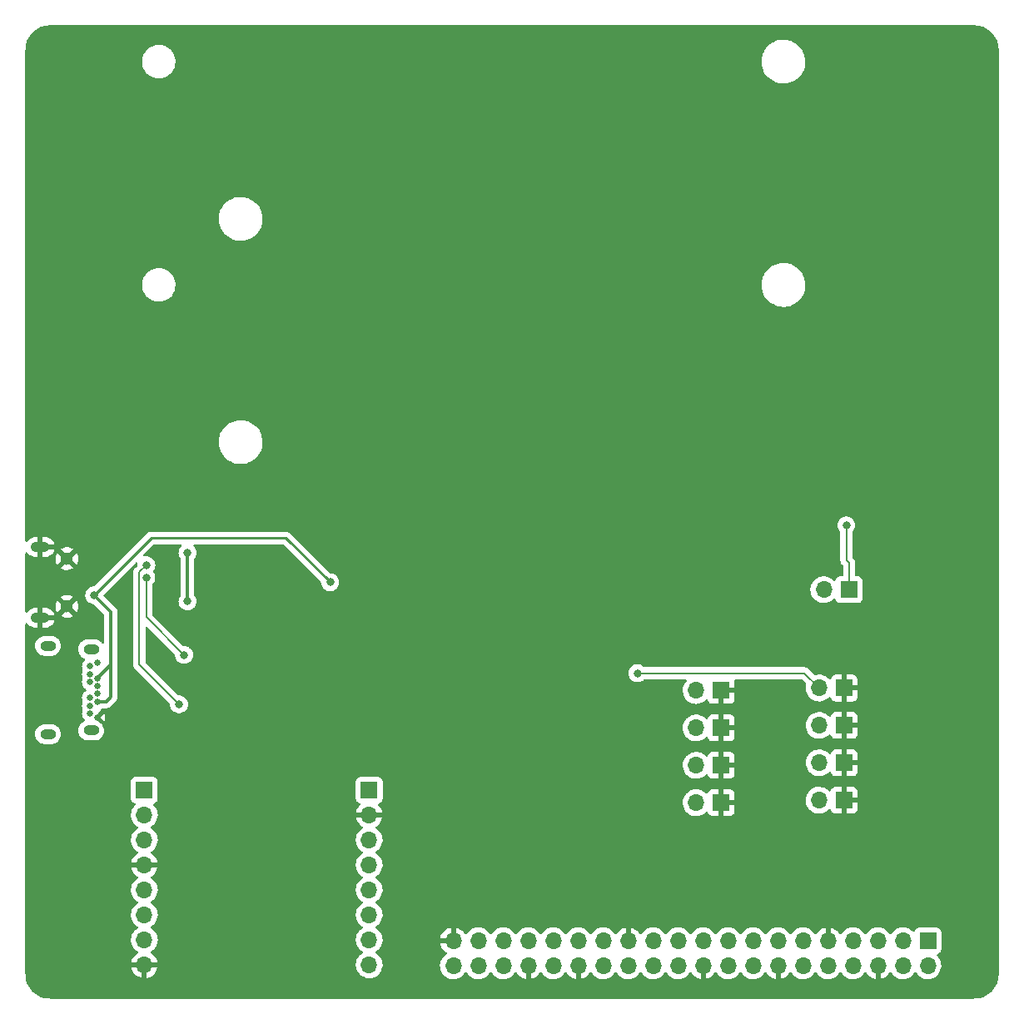
<source format=gbr>
%TF.GenerationSoftware,KiCad,Pcbnew,(6.0.8)*%
%TF.CreationDate,2023-04-19T22:42:55+02:00*%
%TF.ProjectId,Group22_Power,47726f75-7032-4325-9f50-6f7765722e6b,rev?*%
%TF.SameCoordinates,Original*%
%TF.FileFunction,Copper,L2,Bot*%
%TF.FilePolarity,Positive*%
%FSLAX46Y46*%
G04 Gerber Fmt 4.6, Leading zero omitted, Abs format (unit mm)*
G04 Created by KiCad (PCBNEW (6.0.8)) date 2023-04-19 22:42:55*
%MOMM*%
%LPD*%
G01*
G04 APERTURE LIST*
%TA.AperFunction,ComponentPad*%
%ADD10R,1.700000X1.700000*%
%TD*%
%TA.AperFunction,ComponentPad*%
%ADD11O,1.700000X1.700000*%
%TD*%
%TA.AperFunction,ComponentPad*%
%ADD12O,1.600000X1.000000*%
%TD*%
%TA.AperFunction,ComponentPad*%
%ADD13C,0.650000*%
%TD*%
%TA.AperFunction,ComponentPad*%
%ADD14O,1.900000X1.070000*%
%TD*%
%TA.AperFunction,ComponentPad*%
%ADD15C,1.300000*%
%TD*%
%TA.AperFunction,ViaPad*%
%ADD16C,0.800000*%
%TD*%
%TA.AperFunction,Conductor*%
%ADD17C,0.200000*%
%TD*%
%TA.AperFunction,Conductor*%
%ADD18C,0.300000*%
%TD*%
%TA.AperFunction,Conductor*%
%ADD19C,0.250000*%
%TD*%
G04 APERTURE END LIST*
D10*
%TO.P,J1,1,Pin_1*%
%TO.N,/Sensors/SCL*%
X141500000Y-99500000D03*
D11*
%TO.P,J1,2,Pin_2*%
%TO.N,/Sensors/SDA*%
X138960000Y-99500000D03*
%TD*%
D10*
%TO.P,J12,1,Pin_1*%
%TO.N,GND*%
X128525000Y-121156142D03*
D11*
%TO.P,J12,2,Pin_2*%
%TO.N,/Microcontrollers/+5VReg*%
X125985000Y-121156142D03*
%TD*%
D12*
%TO.P,J8,25*%
%TO.N,N/C*%
X60060000Y-114186315D03*
X64450000Y-113826315D03*
X64450000Y-105566315D03*
X60060000Y-105206315D03*
D13*
%TO.P,J8,B1,GND*%
%TO.N,GND*%
X65050000Y-112496315D03*
%TO.P,J8,B2,TX2+*%
%TO.N,unconnected-(J8-PadB2)*%
X64350000Y-112096315D03*
%TO.P,J8,B3,TX2-*%
%TO.N,unconnected-(J8-PadB3)*%
X64350000Y-111296315D03*
%TO.P,J8,B4,VBUS*%
%TO.N,/VoltageSupply/VUSB*%
X65050000Y-110896315D03*
%TO.P,J8,B5,CC2*%
%TO.N,Net-(J8-PadB5)*%
X64350000Y-110496315D03*
%TO.P,J8,B6,D+*%
%TO.N,unconnected-(J8-PadB6)*%
X65050000Y-110096315D03*
%TO.P,J8,B7,D-*%
%TO.N,unconnected-(J8-PadB7)*%
X65050000Y-109296315D03*
%TO.P,J8,B8,SBU2*%
%TO.N,unconnected-(J8-PadB8)*%
X64350000Y-108896315D03*
%TO.P,J8,B9,VBUS*%
%TO.N,/VoltageSupply/VUSB*%
X65050000Y-108496315D03*
%TO.P,J8,B10,RX1-*%
%TO.N,unconnected-(J8-PadB10)*%
X64350000Y-108096315D03*
%TO.P,J8,B11,RX1+*%
%TO.N,unconnected-(J8-PadB11)*%
X64350000Y-107296315D03*
%TO.P,J8,B12,GND*%
%TO.N,GND*%
X65050000Y-106896315D03*
%TD*%
D14*
%TO.P,J3,6*%
%TO.N,GND*%
X59275636Y-95161938D03*
D15*
X61975636Y-101186938D03*
X61975636Y-96336938D03*
D14*
X59275636Y-102361938D03*
%TD*%
D10*
%TO.P,J15,1,Pin_1*%
%TO.N,GND*%
X141025000Y-117106142D03*
D11*
%TO.P,J15,2,Pin_2*%
%TO.N,/Sensors/+3V3Reg*%
X138485000Y-117106142D03*
%TD*%
D10*
%TO.P,J14,1,Pin_1*%
%TO.N,GND*%
X141025000Y-113306142D03*
D11*
%TO.P,J14,2,Pin_2*%
%TO.N,/Sensors/+3V3Reg*%
X138485000Y-113306142D03*
%TD*%
D10*
%TO.P,J16,1,Pin_1*%
%TO.N,GND*%
X141012716Y-120906142D03*
D11*
%TO.P,J16,2,Pin_2*%
%TO.N,/Sensors/+3V3Reg*%
X138472716Y-120906142D03*
%TD*%
D10*
%TO.P,J11,1,Pin_1*%
%TO.N,GND*%
X128525000Y-117356142D03*
D11*
%TO.P,J11,2,Pin_2*%
%TO.N,/Microcontrollers/+5VReg*%
X125985000Y-117356142D03*
%TD*%
D10*
%TO.P,J13,1,Pin_1*%
%TO.N,GND*%
X141025000Y-109506142D03*
D11*
%TO.P,J13,2,Pin_2*%
%TO.N,/Sensors/+3V3Reg*%
X138485000Y-109506142D03*
%TD*%
D10*
%TO.P,J9,1,Pin_1*%
%TO.N,GND*%
X128525000Y-109756142D03*
D11*
%TO.P,J9,2,Pin_2*%
%TO.N,/Microcontrollers/+5VReg*%
X125985000Y-109756142D03*
%TD*%
D10*
%TO.P,J10,1,Pin_1*%
%TO.N,GND*%
X128525000Y-113556142D03*
D11*
%TO.P,J10,2,Pin_2*%
%TO.N,/Microcontrollers/+5VReg*%
X125985000Y-113556142D03*
%TD*%
D10*
%TO.P,J4,1,Pin_1*%
%TO.N,/Microcontrollers/+5VReg*%
X92725000Y-119875000D03*
D11*
%TO.P,J4,2,Pin_2*%
%TO.N,GND*%
X92725000Y-122415000D03*
%TO.P,J4,3,Pin_3*%
%TO.N,/Microcontrollers/GPIO12*%
X92725000Y-124955000D03*
%TO.P,J4,4,Pin_4*%
%TO.N,/Microcontrollers/GPIO13*%
X92725000Y-127495000D03*
%TO.P,J4,5,Pin_5*%
%TO.N,/Microcontrollers/GPIO15*%
X92725000Y-130035000D03*
%TO.P,J4,6,Pin_6*%
%TO.N,/Microcontrollers/GPIO14*%
X92725000Y-132575000D03*
%TO.P,J4,7,Pin_7*%
%TO.N,/Microcontrollers/GPIO2*%
X92725000Y-135115000D03*
%TO.P,J4,8,Pin_8*%
%TO.N,/Microcontrollers/GPIO4*%
X92725000Y-137655000D03*
%TD*%
D10*
%TO.P,J7,1,Pin_1*%
%TO.N,/Microcontrollers/+3V3*%
X149540000Y-135210000D03*
D11*
%TO.P,J7,2,Pin_2*%
%TO.N,/Microcontrollers/+5VReg*%
X149540000Y-137750000D03*
%TO.P,J7,3,Pin_3*%
%TO.N,/Microcontrollers/GPIO[2]{slash}SDA1*%
X147000000Y-135210000D03*
%TO.P,J7,4,Pin_4*%
%TO.N,/Microcontrollers/+5VReg*%
X147000000Y-137750000D03*
%TO.P,J7,5,Pin_5*%
%TO.N,/Microcontrollers/GPIO[3]{slash}SCL1*%
X144460000Y-135210000D03*
%TO.P,J7,6,Pin_6*%
%TO.N,GND*%
X144460000Y-137750000D03*
%TO.P,J7,7,Pin_7*%
%TO.N,/Microcontrollers/GPIO[4]{slash}GPCLK0*%
X141920000Y-135210000D03*
%TO.P,J7,8,Pin_8*%
%TO.N,/Microcontrollers/GPIO[14]{slash}TXD0*%
X141920000Y-137750000D03*
%TO.P,J7,9,Pin_9*%
%TO.N,GND*%
X139380000Y-135210000D03*
%TO.P,J7,10,Pin_10*%
%TO.N,/Microcontrollers/GPIO[15]{slash}RXD0*%
X139380000Y-137750000D03*
%TO.P,J7,11,Pin_11*%
%TO.N,/Microcontrollers/GPIO[17]*%
X136840000Y-135210000D03*
%TO.P,J7,12,Pin_12*%
%TO.N,/Microcontrollers/GPIO[18]{slash}PCM.CLK*%
X136840000Y-137750000D03*
%TO.P,J7,13,Pin_13*%
%TO.N,/Microcontrollers/GPIO[27]*%
X134300000Y-135210000D03*
%TO.P,J7,14,Pin_14*%
%TO.N,GND*%
X134300000Y-137750000D03*
%TO.P,J7,15,Pin_15*%
%TO.N,/Microcontrollers/GPIO[22]*%
X131760000Y-135210000D03*
%TO.P,J7,16,Pin_16*%
%TO.N,/Microcontrollers/GPIO[23]*%
X131760000Y-137750000D03*
%TO.P,J7,17,Pin_17*%
%TO.N,/Microcontrollers/+3V3*%
X129220000Y-135210000D03*
%TO.P,J7,18,Pin_18*%
%TO.N,/Microcontrollers/GPIO[24]*%
X129220000Y-137750000D03*
%TO.P,J7,19,Pin_19*%
%TO.N,/Microcontrollers/GPIO[10]{slash}SPI0.MOSI*%
X126680000Y-135210000D03*
%TO.P,J7,20,Pin_20*%
%TO.N,GND*%
X126680000Y-137750000D03*
%TO.P,J7,21,Pin_21*%
%TO.N,/Microcontrollers/GPIO[9]{slash}SPI0.MISO*%
X124140000Y-135210000D03*
%TO.P,J7,22,Pin_22*%
%TO.N,/Microcontrollers/GPIO[25]*%
X124140000Y-137750000D03*
%TO.P,J7,23,Pin_23*%
%TO.N,/Microcontrollers/GPIO[11]{slash}SPI0.SCLK*%
X121600000Y-135210000D03*
%TO.P,J7,24,Pin_24*%
%TO.N,/Microcontrollers/GPIO[8]{slash}SPI0.CE0*%
X121600000Y-137750000D03*
%TO.P,J7,25,Pin_25*%
%TO.N,GND*%
X119060000Y-135210000D03*
%TO.P,J7,26,Pin_26*%
%TO.N,/Microcontrollers/GPIO[7]{slash}SPI0.CE1*%
X119060000Y-137750000D03*
%TO.P,J7,27,Pin_27*%
%TO.N,/Microcontrollers/ID_SDA*%
X116520000Y-135210000D03*
%TO.P,J7,28,Pin_28*%
%TO.N,/Microcontrollers/ID_SCL*%
X116520000Y-137750000D03*
%TO.P,J7,29,Pin_29*%
%TO.N,/Microcontrollers/GPIO[5]*%
X113980000Y-135210000D03*
%TO.P,J7,30,Pin_30*%
%TO.N,GND*%
X113980000Y-137750000D03*
%TO.P,J7,31,Pin_31*%
%TO.N,/Microcontrollers/GPIO[6]*%
X111440000Y-135210000D03*
%TO.P,J7,32,Pin_32*%
%TO.N,/Microcontrollers/GPIO[12]{slash}PWM0*%
X111440000Y-137750000D03*
%TO.P,J7,33,Pin_33*%
%TO.N,/Microcontrollers/GPIO[13]{slash}PWM1*%
X108900000Y-135210000D03*
%TO.P,J7,34,Pin_34*%
%TO.N,GND*%
X108900000Y-137750000D03*
%TO.P,J7,35,Pin_35*%
%TO.N,/Microcontrollers/GPIO[19]{slash}PCM.FS*%
X106360000Y-135210000D03*
%TO.P,J7,36,Pin_36*%
%TO.N,/Microcontrollers/GPIO[16]*%
X106360000Y-137750000D03*
%TO.P,J7,37,Pin_37*%
%TO.N,/Microcontrollers/GPIO26*%
X103820000Y-135210000D03*
%TO.P,J7,38,Pin_38*%
%TO.N,/Microcontrollers/GPIO[20]{slash}PCM.DIN*%
X103820000Y-137750000D03*
%TO.P,J7,39,Pin_39*%
%TO.N,GND*%
X101280000Y-135210000D03*
%TO.P,J7,40,Pin_40*%
%TO.N,/Microcontrollers/GPIO[21]{slash}PCM.DOUT*%
X101280000Y-137750000D03*
%TD*%
D10*
%TO.P,J5,1,Pin_1*%
%TO.N,/Microcontrollers/3.3V*%
X69859465Y-119875000D03*
D11*
%TO.P,J5,2,Pin_2*%
%TO.N,/Microcontrollers/GPIO16*%
X69859465Y-122415000D03*
%TO.P,J5,3,Pin_3*%
%TO.N,/Microcontrollers/GPIO0*%
X69859465Y-124955000D03*
%TO.P,J5,4,Pin_4*%
%TO.N,GND*%
X69859465Y-127495000D03*
%TO.P,J5,5,Pin_5*%
%TO.N,/Microcontrollers/3.3V{slash}5V*%
X69859465Y-130035000D03*
%TO.P,J5,6,Pin_6*%
%TO.N,/Microcontrollers/GPIO3*%
X69859465Y-132575000D03*
%TO.P,J5,7,Pin_7*%
%TO.N,/Microcontrollers/GPIO1*%
X69859465Y-135115000D03*
%TO.P,J5,8,Pin_8*%
%TO.N,GND*%
X69859465Y-137655000D03*
%TD*%
D16*
%TO.N,GND*%
X136000000Y-95500000D03*
X95250000Y-96000000D03*
%TO.N,/Sensors/SCL*%
X141249610Y-92962962D03*
%TO.N,Net-(C8-Pad1)*%
X74250000Y-95751142D03*
X74251203Y-100675273D03*
%TO.N,/VoltageSupply/VUSB*%
X64750000Y-100056142D03*
X88750000Y-98750000D03*
%TO.N,Net-(R5-Pad2)*%
X70067569Y-97016142D03*
X73385000Y-111156142D03*
%TO.N,Net-(R6-Pad2)*%
X70050000Y-98266142D03*
X73896313Y-106142095D03*
%TO.N,/Sensors/+3V3Reg*%
X120000000Y-108000000D03*
%TD*%
D17*
%TO.N,/Sensors/SCL*%
X141249610Y-92962962D02*
X141249610Y-96499610D01*
X141525000Y-96775000D02*
X141525000Y-99500000D01*
X141249610Y-96499610D02*
X141525000Y-96775000D01*
D18*
%TO.N,Net-(C8-Pad1)*%
X74250000Y-95751142D02*
X74250000Y-100674070D01*
X74250000Y-100674070D02*
X74251203Y-100675273D01*
D19*
%TO.N,/VoltageSupply/VUSB*%
X84250000Y-94250000D02*
X70556142Y-94250000D01*
D18*
X65977535Y-110896315D02*
X66450001Y-110423849D01*
X65050000Y-108496315D02*
X66450001Y-107096314D01*
X66450001Y-101756143D02*
X64750000Y-100056142D01*
X65977535Y-110896315D02*
X65050000Y-110896315D01*
X66450001Y-107096314D02*
X66450001Y-110423849D01*
X66450001Y-106406142D02*
X66450001Y-101756143D01*
X66450001Y-107096314D02*
X66450001Y-106406142D01*
D19*
X88750000Y-98750000D02*
X84250000Y-94250000D01*
X70556142Y-94250000D02*
X64750000Y-100056142D01*
D17*
%TO.N,Net-(R5-Pad2)*%
X69350000Y-97733711D02*
X69350000Y-107121142D01*
X70067569Y-97016142D02*
X69350000Y-97733711D01*
X69350000Y-107121142D02*
X73385000Y-111156142D01*
%TO.N,Net-(R6-Pad2)*%
X73896313Y-106142095D02*
X70050000Y-102295782D01*
X70050000Y-102295782D02*
X70050000Y-98266142D01*
%TO.N,/Sensors/+3V3Reg*%
X137000000Y-108000000D02*
X120000000Y-108000000D01*
X137000000Y-108021142D02*
X137000000Y-108000000D01*
X138485000Y-109506142D02*
X137000000Y-108021142D01*
%TD*%
%TA.AperFunction,Conductor*%
%TO.N,GND*%
G36*
X154227384Y-42102640D02*
G01*
X154242218Y-42104950D01*
X154242221Y-42104950D01*
X154251091Y-42106331D01*
X154268291Y-42104082D01*
X154292225Y-42103248D01*
X154531507Y-42117719D01*
X154550077Y-42118842D01*
X154565182Y-42120676D01*
X154846129Y-42172159D01*
X154860892Y-42175797D01*
X155071850Y-42241532D01*
X155133588Y-42260770D01*
X155147814Y-42266165D01*
X155408277Y-42383388D01*
X155421750Y-42390459D01*
X155666186Y-42538224D01*
X155678708Y-42546868D01*
X155903543Y-42723014D01*
X155914932Y-42733104D01*
X156116896Y-42935068D01*
X156126986Y-42946457D01*
X156303132Y-43171292D01*
X156311776Y-43183814D01*
X156459541Y-43428250D01*
X156466612Y-43441723D01*
X156583835Y-43702186D01*
X156589230Y-43716412D01*
X156592930Y-43728286D01*
X156674203Y-43989108D01*
X156677841Y-44003871D01*
X156695864Y-44102224D01*
X156729324Y-44284818D01*
X156731158Y-44299922D01*
X156746315Y-44550539D01*
X156745053Y-44577326D01*
X156745051Y-44577483D01*
X156743669Y-44586357D01*
X156744833Y-44595260D01*
X156744833Y-44595263D01*
X156747793Y-44617905D01*
X156748856Y-44634248D01*
X156744687Y-97888863D01*
X156741505Y-138542137D01*
X156741504Y-138550619D01*
X156740004Y-138569992D01*
X156736309Y-138593724D01*
X156738558Y-138610919D01*
X156739391Y-138634863D01*
X156723794Y-138892710D01*
X156721960Y-138907814D01*
X156715272Y-138944308D01*
X156684588Y-139111753D01*
X156670477Y-139188754D01*
X156666836Y-139203527D01*
X156581859Y-139476227D01*
X156576466Y-139490445D01*
X156459243Y-139750906D01*
X156452172Y-139764379D01*
X156304405Y-140008813D01*
X156295762Y-140021334D01*
X156119615Y-140246171D01*
X156109525Y-140257560D01*
X155907560Y-140459525D01*
X155896171Y-140469615D01*
X155671334Y-140645762D01*
X155658813Y-140654405D01*
X155414379Y-140802172D01*
X155400908Y-140809242D01*
X155140445Y-140926466D01*
X155126231Y-140931858D01*
X154853527Y-141016836D01*
X154838760Y-141020475D01*
X154629786Y-141058771D01*
X154557814Y-141071960D01*
X154542710Y-141073794D01*
X154292096Y-141088953D01*
X154265284Y-141087692D01*
X154265148Y-141087690D01*
X154256276Y-141086309D01*
X154247374Y-141087473D01*
X154247372Y-141087473D01*
X154232707Y-141089391D01*
X154224714Y-141090436D01*
X154208379Y-141091500D01*
X60299367Y-141091500D01*
X60279982Y-141090000D01*
X60265149Y-141087690D01*
X60265145Y-141087690D01*
X60256276Y-141086309D01*
X60239077Y-141088558D01*
X60215137Y-141089391D01*
X59957290Y-141073794D01*
X59942186Y-141071960D01*
X59870214Y-141058771D01*
X59661240Y-141020475D01*
X59646473Y-141016836D01*
X59373769Y-140931858D01*
X59359555Y-140926466D01*
X59099092Y-140809242D01*
X59085621Y-140802172D01*
X58841187Y-140654405D01*
X58828666Y-140645762D01*
X58603829Y-140469615D01*
X58592440Y-140459525D01*
X58390475Y-140257560D01*
X58380385Y-140246171D01*
X58204238Y-140021334D01*
X58195595Y-140008813D01*
X58047828Y-139764379D01*
X58040757Y-139750906D01*
X57923534Y-139490445D01*
X57918141Y-139476227D01*
X57833164Y-139203527D01*
X57829523Y-139188754D01*
X57815413Y-139111753D01*
X57784728Y-138944308D01*
X57778040Y-138907814D01*
X57776206Y-138892710D01*
X57761269Y-138645768D01*
X57762520Y-138622216D01*
X57762334Y-138622199D01*
X57762769Y-138617350D01*
X57763576Y-138612552D01*
X57763729Y-138600000D01*
X57759773Y-138572376D01*
X57758500Y-138554514D01*
X57758500Y-137922966D01*
X68527722Y-137922966D01*
X68558030Y-138057446D01*
X68561110Y-138067275D01*
X68641235Y-138264603D01*
X68645878Y-138273794D01*
X68757159Y-138455388D01*
X68763242Y-138463699D01*
X68902678Y-138624667D01*
X68910045Y-138631883D01*
X69073899Y-138767916D01*
X69082346Y-138773831D01*
X69266221Y-138881279D01*
X69275507Y-138885729D01*
X69474466Y-138961703D01*
X69484364Y-138964579D01*
X69587715Y-138985606D01*
X69601764Y-138984410D01*
X69605465Y-138974065D01*
X69605465Y-138973517D01*
X70113465Y-138973517D01*
X70117529Y-138987359D01*
X70130943Y-138989393D01*
X70137649Y-138988534D01*
X70147727Y-138986392D01*
X70351720Y-138925191D01*
X70361307Y-138921433D01*
X70552560Y-138827739D01*
X70561410Y-138822464D01*
X70734793Y-138698792D01*
X70742665Y-138692139D01*
X70893517Y-138541812D01*
X70900195Y-138533965D01*
X71024468Y-138361020D01*
X71029778Y-138352183D01*
X71124135Y-138161267D01*
X71127934Y-138151672D01*
X71189842Y-137947910D01*
X71192020Y-137937837D01*
X71193451Y-137926962D01*
X71191240Y-137912778D01*
X71178082Y-137909000D01*
X70131580Y-137909000D01*
X70116341Y-137913475D01*
X70115136Y-137914865D01*
X70113465Y-137922548D01*
X70113465Y-138973517D01*
X69605465Y-138973517D01*
X69605465Y-137927115D01*
X69600990Y-137911876D01*
X69599600Y-137910671D01*
X69591917Y-137909000D01*
X68542690Y-137909000D01*
X68529159Y-137912973D01*
X68527722Y-137922966D01*
X57758500Y-137922966D01*
X57758500Y-137621695D01*
X91362251Y-137621695D01*
X91362548Y-137626848D01*
X91362548Y-137626851D01*
X91368011Y-137721590D01*
X91375110Y-137844715D01*
X91376247Y-137849761D01*
X91376248Y-137849767D01*
X91390449Y-137912778D01*
X91424222Y-138062639D01*
X91464346Y-138161453D01*
X91499025Y-138246857D01*
X91508266Y-138269616D01*
X91510965Y-138274020D01*
X91620661Y-138453028D01*
X91624987Y-138460088D01*
X91628367Y-138463990D01*
X91740747Y-138593724D01*
X91771250Y-138628938D01*
X91943126Y-138771632D01*
X92136000Y-138884338D01*
X92344692Y-138964030D01*
X92349760Y-138965061D01*
X92349763Y-138965062D01*
X92428991Y-138981181D01*
X92563597Y-139008567D01*
X92568772Y-139008757D01*
X92568774Y-139008757D01*
X92781673Y-139016564D01*
X92781677Y-139016564D01*
X92786837Y-139016753D01*
X92791957Y-139016097D01*
X92791959Y-139016097D01*
X93003288Y-138989025D01*
X93003289Y-138989025D01*
X93008416Y-138988368D01*
X93013366Y-138986883D01*
X93217429Y-138925661D01*
X93217434Y-138925659D01*
X93222384Y-138924174D01*
X93422994Y-138825896D01*
X93604860Y-138696173D01*
X93655442Y-138645768D01*
X93701370Y-138600000D01*
X93763096Y-138538489D01*
X93822594Y-138455689D01*
X93890435Y-138361277D01*
X93893453Y-138357077D01*
X93945479Y-138251811D01*
X93990136Y-138161453D01*
X93990137Y-138161451D01*
X93992430Y-138156811D01*
X94057370Y-137943069D01*
X94086529Y-137721590D01*
X94086649Y-137716695D01*
X99917251Y-137716695D01*
X99917548Y-137721848D01*
X99917548Y-137721851D01*
X99929812Y-137934547D01*
X99930110Y-137939715D01*
X99931247Y-137944761D01*
X99931248Y-137944767D01*
X99931982Y-137948023D01*
X99979222Y-138157639D01*
X100017461Y-138251811D01*
X100058218Y-138352183D01*
X100063266Y-138364616D01*
X100114019Y-138447438D01*
X100177291Y-138550688D01*
X100179987Y-138555088D01*
X100326250Y-138723938D01*
X100498126Y-138866632D01*
X100691000Y-138979338D01*
X100695825Y-138981180D01*
X100695826Y-138981181D01*
X100717331Y-138989393D01*
X100899692Y-139059030D01*
X100904760Y-139060061D01*
X100904763Y-139060062D01*
X100999862Y-139079410D01*
X101118597Y-139103567D01*
X101123772Y-139103757D01*
X101123774Y-139103757D01*
X101336673Y-139111564D01*
X101336677Y-139111564D01*
X101341837Y-139111753D01*
X101346957Y-139111097D01*
X101346959Y-139111097D01*
X101558288Y-139084025D01*
X101558289Y-139084025D01*
X101563416Y-139083368D01*
X101568366Y-139081883D01*
X101772429Y-139020661D01*
X101772434Y-139020659D01*
X101777384Y-139019174D01*
X101977994Y-138920896D01*
X102159860Y-138791173D01*
X102179470Y-138771632D01*
X102314435Y-138637137D01*
X102318096Y-138633489D01*
X102326197Y-138622216D01*
X102448453Y-138452077D01*
X102449776Y-138453028D01*
X102496645Y-138409857D01*
X102566580Y-138397625D01*
X102632026Y-138425144D01*
X102659875Y-138456994D01*
X102719987Y-138555088D01*
X102866250Y-138723938D01*
X103038126Y-138866632D01*
X103231000Y-138979338D01*
X103235825Y-138981180D01*
X103235826Y-138981181D01*
X103257331Y-138989393D01*
X103439692Y-139059030D01*
X103444760Y-139060061D01*
X103444763Y-139060062D01*
X103539862Y-139079410D01*
X103658597Y-139103567D01*
X103663772Y-139103757D01*
X103663774Y-139103757D01*
X103876673Y-139111564D01*
X103876677Y-139111564D01*
X103881837Y-139111753D01*
X103886957Y-139111097D01*
X103886959Y-139111097D01*
X104098288Y-139084025D01*
X104098289Y-139084025D01*
X104103416Y-139083368D01*
X104108366Y-139081883D01*
X104312429Y-139020661D01*
X104312434Y-139020659D01*
X104317384Y-139019174D01*
X104517994Y-138920896D01*
X104699860Y-138791173D01*
X104719470Y-138771632D01*
X104854435Y-138637137D01*
X104858096Y-138633489D01*
X104866197Y-138622216D01*
X104988453Y-138452077D01*
X104989776Y-138453028D01*
X105036645Y-138409857D01*
X105106580Y-138397625D01*
X105172026Y-138425144D01*
X105199875Y-138456994D01*
X105259987Y-138555088D01*
X105406250Y-138723938D01*
X105578126Y-138866632D01*
X105771000Y-138979338D01*
X105775825Y-138981180D01*
X105775826Y-138981181D01*
X105797331Y-138989393D01*
X105979692Y-139059030D01*
X105984760Y-139060061D01*
X105984763Y-139060062D01*
X106079862Y-139079410D01*
X106198597Y-139103567D01*
X106203772Y-139103757D01*
X106203774Y-139103757D01*
X106416673Y-139111564D01*
X106416677Y-139111564D01*
X106421837Y-139111753D01*
X106426957Y-139111097D01*
X106426959Y-139111097D01*
X106638288Y-139084025D01*
X106638289Y-139084025D01*
X106643416Y-139083368D01*
X106648366Y-139081883D01*
X106852429Y-139020661D01*
X106852434Y-139020659D01*
X106857384Y-139019174D01*
X107057994Y-138920896D01*
X107239860Y-138791173D01*
X107259470Y-138771632D01*
X107394435Y-138637137D01*
X107398096Y-138633489D01*
X107406197Y-138622216D01*
X107528453Y-138452077D01*
X107529640Y-138452930D01*
X107576960Y-138409362D01*
X107646897Y-138397145D01*
X107712338Y-138424678D01*
X107740166Y-138456511D01*
X107797694Y-138550388D01*
X107803777Y-138558699D01*
X107943213Y-138719667D01*
X107950580Y-138726883D01*
X108114434Y-138862916D01*
X108122881Y-138868831D01*
X108306756Y-138976279D01*
X108316042Y-138980729D01*
X108515001Y-139056703D01*
X108524899Y-139059579D01*
X108628250Y-139080606D01*
X108642299Y-139079410D01*
X108646000Y-139069065D01*
X108646000Y-137622000D01*
X108666002Y-137553879D01*
X108719658Y-137507386D01*
X108772000Y-137496000D01*
X109028000Y-137496000D01*
X109096121Y-137516002D01*
X109142614Y-137569658D01*
X109154000Y-137622000D01*
X109154000Y-139068517D01*
X109158064Y-139082359D01*
X109171478Y-139084393D01*
X109178184Y-139083534D01*
X109188262Y-139081392D01*
X109392255Y-139020191D01*
X109401842Y-139016433D01*
X109593095Y-138922739D01*
X109601945Y-138917464D01*
X109775328Y-138793792D01*
X109783200Y-138787139D01*
X109934052Y-138636812D01*
X109940730Y-138628965D01*
X110068022Y-138451819D01*
X110069279Y-138452722D01*
X110116373Y-138409362D01*
X110186311Y-138397145D01*
X110251751Y-138424678D01*
X110279579Y-138456511D01*
X110339987Y-138555088D01*
X110486250Y-138723938D01*
X110658126Y-138866632D01*
X110851000Y-138979338D01*
X110855825Y-138981180D01*
X110855826Y-138981181D01*
X110877331Y-138989393D01*
X111059692Y-139059030D01*
X111064760Y-139060061D01*
X111064763Y-139060062D01*
X111159862Y-139079410D01*
X111278597Y-139103567D01*
X111283772Y-139103757D01*
X111283774Y-139103757D01*
X111496673Y-139111564D01*
X111496677Y-139111564D01*
X111501837Y-139111753D01*
X111506957Y-139111097D01*
X111506959Y-139111097D01*
X111718288Y-139084025D01*
X111718289Y-139084025D01*
X111723416Y-139083368D01*
X111728366Y-139081883D01*
X111932429Y-139020661D01*
X111932434Y-139020659D01*
X111937384Y-139019174D01*
X112137994Y-138920896D01*
X112319860Y-138791173D01*
X112339470Y-138771632D01*
X112474435Y-138637137D01*
X112478096Y-138633489D01*
X112486197Y-138622216D01*
X112608453Y-138452077D01*
X112609640Y-138452930D01*
X112656960Y-138409362D01*
X112726897Y-138397145D01*
X112792338Y-138424678D01*
X112820166Y-138456511D01*
X112877694Y-138550388D01*
X112883777Y-138558699D01*
X113023213Y-138719667D01*
X113030580Y-138726883D01*
X113194434Y-138862916D01*
X113202881Y-138868831D01*
X113386756Y-138976279D01*
X113396042Y-138980729D01*
X113595001Y-139056703D01*
X113604899Y-139059579D01*
X113708250Y-139080606D01*
X113722299Y-139079410D01*
X113726000Y-139069065D01*
X113726000Y-137622000D01*
X113746002Y-137553879D01*
X113799658Y-137507386D01*
X113852000Y-137496000D01*
X114108000Y-137496000D01*
X114176121Y-137516002D01*
X114222614Y-137569658D01*
X114234000Y-137622000D01*
X114234000Y-139068517D01*
X114238064Y-139082359D01*
X114251478Y-139084393D01*
X114258184Y-139083534D01*
X114268262Y-139081392D01*
X114472255Y-139020191D01*
X114481842Y-139016433D01*
X114673095Y-138922739D01*
X114681945Y-138917464D01*
X114855328Y-138793792D01*
X114863200Y-138787139D01*
X115014052Y-138636812D01*
X115020730Y-138628965D01*
X115148022Y-138451819D01*
X115149279Y-138452722D01*
X115196373Y-138409362D01*
X115266311Y-138397145D01*
X115331751Y-138424678D01*
X115359579Y-138456511D01*
X115419987Y-138555088D01*
X115566250Y-138723938D01*
X115738126Y-138866632D01*
X115931000Y-138979338D01*
X115935825Y-138981180D01*
X115935826Y-138981181D01*
X115957331Y-138989393D01*
X116139692Y-139059030D01*
X116144760Y-139060061D01*
X116144763Y-139060062D01*
X116239862Y-139079410D01*
X116358597Y-139103567D01*
X116363772Y-139103757D01*
X116363774Y-139103757D01*
X116576673Y-139111564D01*
X116576677Y-139111564D01*
X116581837Y-139111753D01*
X116586957Y-139111097D01*
X116586959Y-139111097D01*
X116798288Y-139084025D01*
X116798289Y-139084025D01*
X116803416Y-139083368D01*
X116808366Y-139081883D01*
X117012429Y-139020661D01*
X117012434Y-139020659D01*
X117017384Y-139019174D01*
X117217994Y-138920896D01*
X117399860Y-138791173D01*
X117419470Y-138771632D01*
X117554435Y-138637137D01*
X117558096Y-138633489D01*
X117566197Y-138622216D01*
X117688453Y-138452077D01*
X117689776Y-138453028D01*
X117736645Y-138409857D01*
X117806580Y-138397625D01*
X117872026Y-138425144D01*
X117899875Y-138456994D01*
X117959987Y-138555088D01*
X118106250Y-138723938D01*
X118278126Y-138866632D01*
X118471000Y-138979338D01*
X118475825Y-138981180D01*
X118475826Y-138981181D01*
X118497331Y-138989393D01*
X118679692Y-139059030D01*
X118684760Y-139060061D01*
X118684763Y-139060062D01*
X118779862Y-139079410D01*
X118898597Y-139103567D01*
X118903772Y-139103757D01*
X118903774Y-139103757D01*
X119116673Y-139111564D01*
X119116677Y-139111564D01*
X119121837Y-139111753D01*
X119126957Y-139111097D01*
X119126959Y-139111097D01*
X119338288Y-139084025D01*
X119338289Y-139084025D01*
X119343416Y-139083368D01*
X119348366Y-139081883D01*
X119552429Y-139020661D01*
X119552434Y-139020659D01*
X119557384Y-139019174D01*
X119757994Y-138920896D01*
X119939860Y-138791173D01*
X119959470Y-138771632D01*
X120094435Y-138637137D01*
X120098096Y-138633489D01*
X120106197Y-138622216D01*
X120228453Y-138452077D01*
X120229776Y-138453028D01*
X120276645Y-138409857D01*
X120346580Y-138397625D01*
X120412026Y-138425144D01*
X120439875Y-138456994D01*
X120499987Y-138555088D01*
X120646250Y-138723938D01*
X120818126Y-138866632D01*
X121011000Y-138979338D01*
X121015825Y-138981180D01*
X121015826Y-138981181D01*
X121037331Y-138989393D01*
X121219692Y-139059030D01*
X121224760Y-139060061D01*
X121224763Y-139060062D01*
X121319862Y-139079410D01*
X121438597Y-139103567D01*
X121443772Y-139103757D01*
X121443774Y-139103757D01*
X121656673Y-139111564D01*
X121656677Y-139111564D01*
X121661837Y-139111753D01*
X121666957Y-139111097D01*
X121666959Y-139111097D01*
X121878288Y-139084025D01*
X121878289Y-139084025D01*
X121883416Y-139083368D01*
X121888366Y-139081883D01*
X122092429Y-139020661D01*
X122092434Y-139020659D01*
X122097384Y-139019174D01*
X122297994Y-138920896D01*
X122479860Y-138791173D01*
X122499470Y-138771632D01*
X122634435Y-138637137D01*
X122638096Y-138633489D01*
X122646197Y-138622216D01*
X122768453Y-138452077D01*
X122769776Y-138453028D01*
X122816645Y-138409857D01*
X122886580Y-138397625D01*
X122952026Y-138425144D01*
X122979875Y-138456994D01*
X123039987Y-138555088D01*
X123186250Y-138723938D01*
X123358126Y-138866632D01*
X123551000Y-138979338D01*
X123555825Y-138981180D01*
X123555826Y-138981181D01*
X123577331Y-138989393D01*
X123759692Y-139059030D01*
X123764760Y-139060061D01*
X123764763Y-139060062D01*
X123859862Y-139079410D01*
X123978597Y-139103567D01*
X123983772Y-139103757D01*
X123983774Y-139103757D01*
X124196673Y-139111564D01*
X124196677Y-139111564D01*
X124201837Y-139111753D01*
X124206957Y-139111097D01*
X124206959Y-139111097D01*
X124418288Y-139084025D01*
X124418289Y-139084025D01*
X124423416Y-139083368D01*
X124428366Y-139081883D01*
X124632429Y-139020661D01*
X124632434Y-139020659D01*
X124637384Y-139019174D01*
X124837994Y-138920896D01*
X125019860Y-138791173D01*
X125039470Y-138771632D01*
X125174435Y-138637137D01*
X125178096Y-138633489D01*
X125186197Y-138622216D01*
X125308453Y-138452077D01*
X125309640Y-138452930D01*
X125356960Y-138409362D01*
X125426897Y-138397145D01*
X125492338Y-138424678D01*
X125520166Y-138456511D01*
X125577694Y-138550388D01*
X125583777Y-138558699D01*
X125723213Y-138719667D01*
X125730580Y-138726883D01*
X125894434Y-138862916D01*
X125902881Y-138868831D01*
X126086756Y-138976279D01*
X126096042Y-138980729D01*
X126295001Y-139056703D01*
X126304899Y-139059579D01*
X126408250Y-139080606D01*
X126422299Y-139079410D01*
X126426000Y-139069065D01*
X126426000Y-137622000D01*
X126446002Y-137553879D01*
X126499658Y-137507386D01*
X126552000Y-137496000D01*
X126808000Y-137496000D01*
X126876121Y-137516002D01*
X126922614Y-137569658D01*
X126934000Y-137622000D01*
X126934000Y-139068517D01*
X126938064Y-139082359D01*
X126951478Y-139084393D01*
X126958184Y-139083534D01*
X126968262Y-139081392D01*
X127172255Y-139020191D01*
X127181842Y-139016433D01*
X127373095Y-138922739D01*
X127381945Y-138917464D01*
X127555328Y-138793792D01*
X127563200Y-138787139D01*
X127714052Y-138636812D01*
X127720730Y-138628965D01*
X127848022Y-138451819D01*
X127849279Y-138452722D01*
X127896373Y-138409362D01*
X127966311Y-138397145D01*
X128031751Y-138424678D01*
X128059579Y-138456511D01*
X128119987Y-138555088D01*
X128266250Y-138723938D01*
X128438126Y-138866632D01*
X128631000Y-138979338D01*
X128635825Y-138981180D01*
X128635826Y-138981181D01*
X128657331Y-138989393D01*
X128839692Y-139059030D01*
X128844760Y-139060061D01*
X128844763Y-139060062D01*
X128939862Y-139079410D01*
X129058597Y-139103567D01*
X129063772Y-139103757D01*
X129063774Y-139103757D01*
X129276673Y-139111564D01*
X129276677Y-139111564D01*
X129281837Y-139111753D01*
X129286957Y-139111097D01*
X129286959Y-139111097D01*
X129498288Y-139084025D01*
X129498289Y-139084025D01*
X129503416Y-139083368D01*
X129508366Y-139081883D01*
X129712429Y-139020661D01*
X129712434Y-139020659D01*
X129717384Y-139019174D01*
X129917994Y-138920896D01*
X130099860Y-138791173D01*
X130119470Y-138771632D01*
X130254435Y-138637137D01*
X130258096Y-138633489D01*
X130266197Y-138622216D01*
X130388453Y-138452077D01*
X130389776Y-138453028D01*
X130436645Y-138409857D01*
X130506580Y-138397625D01*
X130572026Y-138425144D01*
X130599875Y-138456994D01*
X130659987Y-138555088D01*
X130806250Y-138723938D01*
X130978126Y-138866632D01*
X131171000Y-138979338D01*
X131175825Y-138981180D01*
X131175826Y-138981181D01*
X131197331Y-138989393D01*
X131379692Y-139059030D01*
X131384760Y-139060061D01*
X131384763Y-139060062D01*
X131479862Y-139079410D01*
X131598597Y-139103567D01*
X131603772Y-139103757D01*
X131603774Y-139103757D01*
X131816673Y-139111564D01*
X131816677Y-139111564D01*
X131821837Y-139111753D01*
X131826957Y-139111097D01*
X131826959Y-139111097D01*
X132038288Y-139084025D01*
X132038289Y-139084025D01*
X132043416Y-139083368D01*
X132048366Y-139081883D01*
X132252429Y-139020661D01*
X132252434Y-139020659D01*
X132257384Y-139019174D01*
X132457994Y-138920896D01*
X132639860Y-138791173D01*
X132659470Y-138771632D01*
X132794435Y-138637137D01*
X132798096Y-138633489D01*
X132806197Y-138622216D01*
X132928453Y-138452077D01*
X132929640Y-138452930D01*
X132976960Y-138409362D01*
X133046897Y-138397145D01*
X133112338Y-138424678D01*
X133140166Y-138456511D01*
X133197694Y-138550388D01*
X133203777Y-138558699D01*
X133343213Y-138719667D01*
X133350580Y-138726883D01*
X133514434Y-138862916D01*
X133522881Y-138868831D01*
X133706756Y-138976279D01*
X133716042Y-138980729D01*
X133915001Y-139056703D01*
X133924899Y-139059579D01*
X134028250Y-139080606D01*
X134042299Y-139079410D01*
X134046000Y-139069065D01*
X134046000Y-137622000D01*
X134066002Y-137553879D01*
X134119658Y-137507386D01*
X134172000Y-137496000D01*
X134428000Y-137496000D01*
X134496121Y-137516002D01*
X134542614Y-137569658D01*
X134554000Y-137622000D01*
X134554000Y-139068517D01*
X134558064Y-139082359D01*
X134571478Y-139084393D01*
X134578184Y-139083534D01*
X134588262Y-139081392D01*
X134792255Y-139020191D01*
X134801842Y-139016433D01*
X134993095Y-138922739D01*
X135001945Y-138917464D01*
X135175328Y-138793792D01*
X135183200Y-138787139D01*
X135334052Y-138636812D01*
X135340730Y-138628965D01*
X135468022Y-138451819D01*
X135469279Y-138452722D01*
X135516373Y-138409362D01*
X135586311Y-138397145D01*
X135651751Y-138424678D01*
X135679579Y-138456511D01*
X135739987Y-138555088D01*
X135886250Y-138723938D01*
X136058126Y-138866632D01*
X136251000Y-138979338D01*
X136255825Y-138981180D01*
X136255826Y-138981181D01*
X136277331Y-138989393D01*
X136459692Y-139059030D01*
X136464760Y-139060061D01*
X136464763Y-139060062D01*
X136559862Y-139079410D01*
X136678597Y-139103567D01*
X136683772Y-139103757D01*
X136683774Y-139103757D01*
X136896673Y-139111564D01*
X136896677Y-139111564D01*
X136901837Y-139111753D01*
X136906957Y-139111097D01*
X136906959Y-139111097D01*
X137118288Y-139084025D01*
X137118289Y-139084025D01*
X137123416Y-139083368D01*
X137128366Y-139081883D01*
X137332429Y-139020661D01*
X137332434Y-139020659D01*
X137337384Y-139019174D01*
X137537994Y-138920896D01*
X137719860Y-138791173D01*
X137739470Y-138771632D01*
X137874435Y-138637137D01*
X137878096Y-138633489D01*
X137886197Y-138622216D01*
X138008453Y-138452077D01*
X138009776Y-138453028D01*
X138056645Y-138409857D01*
X138126580Y-138397625D01*
X138192026Y-138425144D01*
X138219875Y-138456994D01*
X138279987Y-138555088D01*
X138426250Y-138723938D01*
X138598126Y-138866632D01*
X138791000Y-138979338D01*
X138795825Y-138981180D01*
X138795826Y-138981181D01*
X138817331Y-138989393D01*
X138999692Y-139059030D01*
X139004760Y-139060061D01*
X139004763Y-139060062D01*
X139099862Y-139079410D01*
X139218597Y-139103567D01*
X139223772Y-139103757D01*
X139223774Y-139103757D01*
X139436673Y-139111564D01*
X139436677Y-139111564D01*
X139441837Y-139111753D01*
X139446957Y-139111097D01*
X139446959Y-139111097D01*
X139658288Y-139084025D01*
X139658289Y-139084025D01*
X139663416Y-139083368D01*
X139668366Y-139081883D01*
X139872429Y-139020661D01*
X139872434Y-139020659D01*
X139877384Y-139019174D01*
X140077994Y-138920896D01*
X140259860Y-138791173D01*
X140279470Y-138771632D01*
X140414435Y-138637137D01*
X140418096Y-138633489D01*
X140426197Y-138622216D01*
X140548453Y-138452077D01*
X140549776Y-138453028D01*
X140596645Y-138409857D01*
X140666580Y-138397625D01*
X140732026Y-138425144D01*
X140759875Y-138456994D01*
X140819987Y-138555088D01*
X140966250Y-138723938D01*
X141138126Y-138866632D01*
X141331000Y-138979338D01*
X141335825Y-138981180D01*
X141335826Y-138981181D01*
X141357331Y-138989393D01*
X141539692Y-139059030D01*
X141544760Y-139060061D01*
X141544763Y-139060062D01*
X141639862Y-139079410D01*
X141758597Y-139103567D01*
X141763772Y-139103757D01*
X141763774Y-139103757D01*
X141976673Y-139111564D01*
X141976677Y-139111564D01*
X141981837Y-139111753D01*
X141986957Y-139111097D01*
X141986959Y-139111097D01*
X142198288Y-139084025D01*
X142198289Y-139084025D01*
X142203416Y-139083368D01*
X142208366Y-139081883D01*
X142412429Y-139020661D01*
X142412434Y-139020659D01*
X142417384Y-139019174D01*
X142617994Y-138920896D01*
X142799860Y-138791173D01*
X142819470Y-138771632D01*
X142954435Y-138637137D01*
X142958096Y-138633489D01*
X142966197Y-138622216D01*
X143088453Y-138452077D01*
X143089640Y-138452930D01*
X143136960Y-138409362D01*
X143206897Y-138397145D01*
X143272338Y-138424678D01*
X143300166Y-138456511D01*
X143357694Y-138550388D01*
X143363777Y-138558699D01*
X143503213Y-138719667D01*
X143510580Y-138726883D01*
X143674434Y-138862916D01*
X143682881Y-138868831D01*
X143866756Y-138976279D01*
X143876042Y-138980729D01*
X144075001Y-139056703D01*
X144084899Y-139059579D01*
X144188250Y-139080606D01*
X144202299Y-139079410D01*
X144206000Y-139069065D01*
X144206000Y-137622000D01*
X144226002Y-137553879D01*
X144279658Y-137507386D01*
X144332000Y-137496000D01*
X144588000Y-137496000D01*
X144656121Y-137516002D01*
X144702614Y-137569658D01*
X144714000Y-137622000D01*
X144714000Y-139068517D01*
X144718064Y-139082359D01*
X144731478Y-139084393D01*
X144738184Y-139083534D01*
X144748262Y-139081392D01*
X144952255Y-139020191D01*
X144961842Y-139016433D01*
X145153095Y-138922739D01*
X145161945Y-138917464D01*
X145335328Y-138793792D01*
X145343200Y-138787139D01*
X145494052Y-138636812D01*
X145500730Y-138628965D01*
X145628022Y-138451819D01*
X145629279Y-138452722D01*
X145676373Y-138409362D01*
X145746311Y-138397145D01*
X145811751Y-138424678D01*
X145839579Y-138456511D01*
X145899987Y-138555088D01*
X146046250Y-138723938D01*
X146218126Y-138866632D01*
X146411000Y-138979338D01*
X146415825Y-138981180D01*
X146415826Y-138981181D01*
X146437331Y-138989393D01*
X146619692Y-139059030D01*
X146624760Y-139060061D01*
X146624763Y-139060062D01*
X146719862Y-139079410D01*
X146838597Y-139103567D01*
X146843772Y-139103757D01*
X146843774Y-139103757D01*
X147056673Y-139111564D01*
X147056677Y-139111564D01*
X147061837Y-139111753D01*
X147066957Y-139111097D01*
X147066959Y-139111097D01*
X147278288Y-139084025D01*
X147278289Y-139084025D01*
X147283416Y-139083368D01*
X147288366Y-139081883D01*
X147492429Y-139020661D01*
X147492434Y-139020659D01*
X147497384Y-139019174D01*
X147697994Y-138920896D01*
X147879860Y-138791173D01*
X147899470Y-138771632D01*
X148034435Y-138637137D01*
X148038096Y-138633489D01*
X148046197Y-138622216D01*
X148168453Y-138452077D01*
X148169776Y-138453028D01*
X148216645Y-138409857D01*
X148286580Y-138397625D01*
X148352026Y-138425144D01*
X148379875Y-138456994D01*
X148439987Y-138555088D01*
X148586250Y-138723938D01*
X148758126Y-138866632D01*
X148951000Y-138979338D01*
X148955825Y-138981180D01*
X148955826Y-138981181D01*
X148977331Y-138989393D01*
X149159692Y-139059030D01*
X149164760Y-139060061D01*
X149164763Y-139060062D01*
X149259862Y-139079410D01*
X149378597Y-139103567D01*
X149383772Y-139103757D01*
X149383774Y-139103757D01*
X149596673Y-139111564D01*
X149596677Y-139111564D01*
X149601837Y-139111753D01*
X149606957Y-139111097D01*
X149606959Y-139111097D01*
X149818288Y-139084025D01*
X149818289Y-139084025D01*
X149823416Y-139083368D01*
X149828366Y-139081883D01*
X150032429Y-139020661D01*
X150032434Y-139020659D01*
X150037384Y-139019174D01*
X150237994Y-138920896D01*
X150419860Y-138791173D01*
X150439470Y-138771632D01*
X150574435Y-138637137D01*
X150578096Y-138633489D01*
X150586197Y-138622216D01*
X150705435Y-138456277D01*
X150708453Y-138452077D01*
X150721995Y-138424678D01*
X150805136Y-138256453D01*
X150805137Y-138256451D01*
X150807430Y-138251811D01*
X150872370Y-138038069D01*
X150901529Y-137816590D01*
X150903156Y-137750000D01*
X150884852Y-137527361D01*
X150830431Y-137310702D01*
X150741354Y-137105840D01*
X150661031Y-136981680D01*
X150622822Y-136922617D01*
X150622820Y-136922614D01*
X150620014Y-136918277D01*
X150616532Y-136914450D01*
X150472798Y-136756488D01*
X150441746Y-136692642D01*
X150450141Y-136622143D01*
X150495317Y-136567375D01*
X150521761Y-136553706D01*
X150628297Y-136513767D01*
X150636705Y-136510615D01*
X150753261Y-136423261D01*
X150840615Y-136306705D01*
X150891745Y-136170316D01*
X150898500Y-136108134D01*
X150898500Y-134311866D01*
X150891745Y-134249684D01*
X150840615Y-134113295D01*
X150753261Y-133996739D01*
X150636705Y-133909385D01*
X150500316Y-133858255D01*
X150438134Y-133851500D01*
X148641866Y-133851500D01*
X148579684Y-133858255D01*
X148443295Y-133909385D01*
X148326739Y-133996739D01*
X148239385Y-134113295D01*
X148236233Y-134121703D01*
X148194919Y-134231907D01*
X148152277Y-134288671D01*
X148085716Y-134313371D01*
X148016367Y-134298163D01*
X147983743Y-134272476D01*
X147933151Y-134216875D01*
X147933142Y-134216866D01*
X147929670Y-134213051D01*
X147925619Y-134209852D01*
X147925615Y-134209848D01*
X147758414Y-134077800D01*
X147758410Y-134077798D01*
X147754359Y-134074598D01*
X147718028Y-134054542D01*
X147702136Y-134045769D01*
X147558789Y-133966638D01*
X147553920Y-133964914D01*
X147553916Y-133964912D01*
X147353087Y-133893795D01*
X147353083Y-133893794D01*
X147348212Y-133892069D01*
X147343119Y-133891162D01*
X147343116Y-133891161D01*
X147133373Y-133853800D01*
X147133367Y-133853799D01*
X147128284Y-133852894D01*
X147054452Y-133851992D01*
X146910081Y-133850228D01*
X146910079Y-133850228D01*
X146904911Y-133850165D01*
X146684091Y-133883955D01*
X146471756Y-133953357D01*
X146273607Y-134056507D01*
X146269474Y-134059610D01*
X146269471Y-134059612D01*
X146099100Y-134187530D01*
X146094965Y-134190635D01*
X146069541Y-134217240D01*
X146001280Y-134288671D01*
X145940629Y-134352138D01*
X145833201Y-134509621D01*
X145778293Y-134554621D01*
X145707768Y-134562792D01*
X145644021Y-134531538D01*
X145623324Y-134507054D01*
X145542822Y-134382617D01*
X145542820Y-134382614D01*
X145540014Y-134378277D01*
X145389670Y-134213051D01*
X145385619Y-134209852D01*
X145385615Y-134209848D01*
X145218414Y-134077800D01*
X145218410Y-134077798D01*
X145214359Y-134074598D01*
X145178028Y-134054542D01*
X145162136Y-134045769D01*
X145018789Y-133966638D01*
X145013920Y-133964914D01*
X145013916Y-133964912D01*
X144813087Y-133893795D01*
X144813083Y-133893794D01*
X144808212Y-133892069D01*
X144803119Y-133891162D01*
X144803116Y-133891161D01*
X144593373Y-133853800D01*
X144593367Y-133853799D01*
X144588284Y-133852894D01*
X144514452Y-133851992D01*
X144370081Y-133850228D01*
X144370079Y-133850228D01*
X144364911Y-133850165D01*
X144144091Y-133883955D01*
X143931756Y-133953357D01*
X143733607Y-134056507D01*
X143729474Y-134059610D01*
X143729471Y-134059612D01*
X143559100Y-134187530D01*
X143554965Y-134190635D01*
X143529541Y-134217240D01*
X143461280Y-134288671D01*
X143400629Y-134352138D01*
X143293201Y-134509621D01*
X143238293Y-134554621D01*
X143167768Y-134562792D01*
X143104021Y-134531538D01*
X143083324Y-134507054D01*
X143002822Y-134382617D01*
X143002820Y-134382614D01*
X143000014Y-134378277D01*
X142849670Y-134213051D01*
X142845619Y-134209852D01*
X142845615Y-134209848D01*
X142678414Y-134077800D01*
X142678410Y-134077798D01*
X142674359Y-134074598D01*
X142638028Y-134054542D01*
X142622136Y-134045769D01*
X142478789Y-133966638D01*
X142473920Y-133964914D01*
X142473916Y-133964912D01*
X142273087Y-133893795D01*
X142273083Y-133893794D01*
X142268212Y-133892069D01*
X142263119Y-133891162D01*
X142263116Y-133891161D01*
X142053373Y-133853800D01*
X142053367Y-133853799D01*
X142048284Y-133852894D01*
X141974452Y-133851992D01*
X141830081Y-133850228D01*
X141830079Y-133850228D01*
X141824911Y-133850165D01*
X141604091Y-133883955D01*
X141391756Y-133953357D01*
X141193607Y-134056507D01*
X141189474Y-134059610D01*
X141189471Y-134059612D01*
X141019100Y-134187530D01*
X141014965Y-134190635D01*
X140989541Y-134217240D01*
X140921280Y-134288671D01*
X140860629Y-134352138D01*
X140857720Y-134356403D01*
X140857714Y-134356411D01*
X140845404Y-134374457D01*
X140753204Y-134509618D01*
X140752898Y-134510066D01*
X140697987Y-134555069D01*
X140627462Y-134563240D01*
X140563715Y-134531986D01*
X140543018Y-134507502D01*
X140462426Y-134382926D01*
X140456136Y-134374757D01*
X140312806Y-134217240D01*
X140305273Y-134210215D01*
X140138139Y-134078222D01*
X140129552Y-134072517D01*
X139943117Y-133969599D01*
X139933705Y-133965369D01*
X139732959Y-133894280D01*
X139722988Y-133891646D01*
X139651837Y-133878972D01*
X139638540Y-133880432D01*
X139634000Y-133894989D01*
X139634000Y-135338000D01*
X139613998Y-135406121D01*
X139560342Y-135452614D01*
X139508000Y-135464000D01*
X139252000Y-135464000D01*
X139183879Y-135443998D01*
X139137386Y-135390342D01*
X139126000Y-135338000D01*
X139126000Y-133893102D01*
X139122082Y-133879758D01*
X139107806Y-133877771D01*
X139069324Y-133883660D01*
X139059288Y-133886051D01*
X138856868Y-133952212D01*
X138847359Y-133956209D01*
X138658463Y-134054542D01*
X138649738Y-134060036D01*
X138479433Y-134187905D01*
X138471726Y-134194748D01*
X138324590Y-134348717D01*
X138318109Y-134356722D01*
X138213498Y-134510074D01*
X138158587Y-134555076D01*
X138088062Y-134563247D01*
X138024315Y-134531993D01*
X138003618Y-134507509D01*
X137922822Y-134382617D01*
X137922820Y-134382614D01*
X137920014Y-134378277D01*
X137769670Y-134213051D01*
X137765619Y-134209852D01*
X137765615Y-134209848D01*
X137598414Y-134077800D01*
X137598410Y-134077798D01*
X137594359Y-134074598D01*
X137558028Y-134054542D01*
X137542136Y-134045769D01*
X137398789Y-133966638D01*
X137393920Y-133964914D01*
X137393916Y-133964912D01*
X137193087Y-133893795D01*
X137193083Y-133893794D01*
X137188212Y-133892069D01*
X137183119Y-133891162D01*
X137183116Y-133891161D01*
X136973373Y-133853800D01*
X136973367Y-133853799D01*
X136968284Y-133852894D01*
X136894452Y-133851992D01*
X136750081Y-133850228D01*
X136750079Y-133850228D01*
X136744911Y-133850165D01*
X136524091Y-133883955D01*
X136311756Y-133953357D01*
X136113607Y-134056507D01*
X136109474Y-134059610D01*
X136109471Y-134059612D01*
X135939100Y-134187530D01*
X135934965Y-134190635D01*
X135909541Y-134217240D01*
X135841280Y-134288671D01*
X135780629Y-134352138D01*
X135673201Y-134509621D01*
X135618293Y-134554621D01*
X135547768Y-134562792D01*
X135484021Y-134531538D01*
X135463324Y-134507054D01*
X135382822Y-134382617D01*
X135382820Y-134382614D01*
X135380014Y-134378277D01*
X135229670Y-134213051D01*
X135225619Y-134209852D01*
X135225615Y-134209848D01*
X135058414Y-134077800D01*
X135058410Y-134077798D01*
X135054359Y-134074598D01*
X135018028Y-134054542D01*
X135002136Y-134045769D01*
X134858789Y-133966638D01*
X134853920Y-133964914D01*
X134853916Y-133964912D01*
X134653087Y-133893795D01*
X134653083Y-133893794D01*
X134648212Y-133892069D01*
X134643119Y-133891162D01*
X134643116Y-133891161D01*
X134433373Y-133853800D01*
X134433367Y-133853799D01*
X134428284Y-133852894D01*
X134354452Y-133851992D01*
X134210081Y-133850228D01*
X134210079Y-133850228D01*
X134204911Y-133850165D01*
X133984091Y-133883955D01*
X133771756Y-133953357D01*
X133573607Y-134056507D01*
X133569474Y-134059610D01*
X133569471Y-134059612D01*
X133399100Y-134187530D01*
X133394965Y-134190635D01*
X133369541Y-134217240D01*
X133301280Y-134288671D01*
X133240629Y-134352138D01*
X133133201Y-134509621D01*
X133078293Y-134554621D01*
X133007768Y-134562792D01*
X132944021Y-134531538D01*
X132923324Y-134507054D01*
X132842822Y-134382617D01*
X132842820Y-134382614D01*
X132840014Y-134378277D01*
X132689670Y-134213051D01*
X132685619Y-134209852D01*
X132685615Y-134209848D01*
X132518414Y-134077800D01*
X132518410Y-134077798D01*
X132514359Y-134074598D01*
X132478028Y-134054542D01*
X132462136Y-134045769D01*
X132318789Y-133966638D01*
X132313920Y-133964914D01*
X132313916Y-133964912D01*
X132113087Y-133893795D01*
X132113083Y-133893794D01*
X132108212Y-133892069D01*
X132103119Y-133891162D01*
X132103116Y-133891161D01*
X131893373Y-133853800D01*
X131893367Y-133853799D01*
X131888284Y-133852894D01*
X131814452Y-133851992D01*
X131670081Y-133850228D01*
X131670079Y-133850228D01*
X131664911Y-133850165D01*
X131444091Y-133883955D01*
X131231756Y-133953357D01*
X131033607Y-134056507D01*
X131029474Y-134059610D01*
X131029471Y-134059612D01*
X130859100Y-134187530D01*
X130854965Y-134190635D01*
X130829541Y-134217240D01*
X130761280Y-134288671D01*
X130700629Y-134352138D01*
X130593201Y-134509621D01*
X130538293Y-134554621D01*
X130467768Y-134562792D01*
X130404021Y-134531538D01*
X130383324Y-134507054D01*
X130302822Y-134382617D01*
X130302820Y-134382614D01*
X130300014Y-134378277D01*
X130149670Y-134213051D01*
X130145619Y-134209852D01*
X130145615Y-134209848D01*
X129978414Y-134077800D01*
X129978410Y-134077798D01*
X129974359Y-134074598D01*
X129938028Y-134054542D01*
X129922136Y-134045769D01*
X129778789Y-133966638D01*
X129773920Y-133964914D01*
X129773916Y-133964912D01*
X129573087Y-133893795D01*
X129573083Y-133893794D01*
X129568212Y-133892069D01*
X129563119Y-133891162D01*
X129563116Y-133891161D01*
X129353373Y-133853800D01*
X129353367Y-133853799D01*
X129348284Y-133852894D01*
X129274452Y-133851992D01*
X129130081Y-133850228D01*
X129130079Y-133850228D01*
X129124911Y-133850165D01*
X128904091Y-133883955D01*
X128691756Y-133953357D01*
X128493607Y-134056507D01*
X128489474Y-134059610D01*
X128489471Y-134059612D01*
X128319100Y-134187530D01*
X128314965Y-134190635D01*
X128289541Y-134217240D01*
X128221280Y-134288671D01*
X128160629Y-134352138D01*
X128053201Y-134509621D01*
X127998293Y-134554621D01*
X127927768Y-134562792D01*
X127864021Y-134531538D01*
X127843324Y-134507054D01*
X127762822Y-134382617D01*
X127762820Y-134382614D01*
X127760014Y-134378277D01*
X127609670Y-134213051D01*
X127605619Y-134209852D01*
X127605615Y-134209848D01*
X127438414Y-134077800D01*
X127438410Y-134077798D01*
X127434359Y-134074598D01*
X127398028Y-134054542D01*
X127382136Y-134045769D01*
X127238789Y-133966638D01*
X127233920Y-133964914D01*
X127233916Y-133964912D01*
X127033087Y-133893795D01*
X127033083Y-133893794D01*
X127028212Y-133892069D01*
X127023119Y-133891162D01*
X127023116Y-133891161D01*
X126813373Y-133853800D01*
X126813367Y-133853799D01*
X126808284Y-133852894D01*
X126734452Y-133851992D01*
X126590081Y-133850228D01*
X126590079Y-133850228D01*
X126584911Y-133850165D01*
X126364091Y-133883955D01*
X126151756Y-133953357D01*
X125953607Y-134056507D01*
X125949474Y-134059610D01*
X125949471Y-134059612D01*
X125779100Y-134187530D01*
X125774965Y-134190635D01*
X125749541Y-134217240D01*
X125681280Y-134288671D01*
X125620629Y-134352138D01*
X125513201Y-134509621D01*
X125458293Y-134554621D01*
X125387768Y-134562792D01*
X125324021Y-134531538D01*
X125303324Y-134507054D01*
X125222822Y-134382617D01*
X125222820Y-134382614D01*
X125220014Y-134378277D01*
X125069670Y-134213051D01*
X125065619Y-134209852D01*
X125065615Y-134209848D01*
X124898414Y-134077800D01*
X124898410Y-134077798D01*
X124894359Y-134074598D01*
X124858028Y-134054542D01*
X124842136Y-134045769D01*
X124698789Y-133966638D01*
X124693920Y-133964914D01*
X124693916Y-133964912D01*
X124493087Y-133893795D01*
X124493083Y-133893794D01*
X124488212Y-133892069D01*
X124483119Y-133891162D01*
X124483116Y-133891161D01*
X124273373Y-133853800D01*
X124273367Y-133853799D01*
X124268284Y-133852894D01*
X124194452Y-133851992D01*
X124050081Y-133850228D01*
X124050079Y-133850228D01*
X124044911Y-133850165D01*
X123824091Y-133883955D01*
X123611756Y-133953357D01*
X123413607Y-134056507D01*
X123409474Y-134059610D01*
X123409471Y-134059612D01*
X123239100Y-134187530D01*
X123234965Y-134190635D01*
X123209541Y-134217240D01*
X123141280Y-134288671D01*
X123080629Y-134352138D01*
X122973201Y-134509621D01*
X122918293Y-134554621D01*
X122847768Y-134562792D01*
X122784021Y-134531538D01*
X122763324Y-134507054D01*
X122682822Y-134382617D01*
X122682820Y-134382614D01*
X122680014Y-134378277D01*
X122529670Y-134213051D01*
X122525619Y-134209852D01*
X122525615Y-134209848D01*
X122358414Y-134077800D01*
X122358410Y-134077798D01*
X122354359Y-134074598D01*
X122318028Y-134054542D01*
X122302136Y-134045769D01*
X122158789Y-133966638D01*
X122153920Y-133964914D01*
X122153916Y-133964912D01*
X121953087Y-133893795D01*
X121953083Y-133893794D01*
X121948212Y-133892069D01*
X121943119Y-133891162D01*
X121943116Y-133891161D01*
X121733373Y-133853800D01*
X121733367Y-133853799D01*
X121728284Y-133852894D01*
X121654452Y-133851992D01*
X121510081Y-133850228D01*
X121510079Y-133850228D01*
X121504911Y-133850165D01*
X121284091Y-133883955D01*
X121071756Y-133953357D01*
X120873607Y-134056507D01*
X120869474Y-134059610D01*
X120869471Y-134059612D01*
X120699100Y-134187530D01*
X120694965Y-134190635D01*
X120669541Y-134217240D01*
X120601280Y-134288671D01*
X120540629Y-134352138D01*
X120537720Y-134356403D01*
X120537714Y-134356411D01*
X120525404Y-134374457D01*
X120433204Y-134509618D01*
X120432898Y-134510066D01*
X120377987Y-134555069D01*
X120307462Y-134563240D01*
X120243715Y-134531986D01*
X120223018Y-134507502D01*
X120142426Y-134382926D01*
X120136136Y-134374757D01*
X119992806Y-134217240D01*
X119985273Y-134210215D01*
X119818139Y-134078222D01*
X119809552Y-134072517D01*
X119623117Y-133969599D01*
X119613705Y-133965369D01*
X119412959Y-133894280D01*
X119402988Y-133891646D01*
X119331837Y-133878972D01*
X119318540Y-133880432D01*
X119314000Y-133894989D01*
X119314000Y-135338000D01*
X119293998Y-135406121D01*
X119240342Y-135452614D01*
X119188000Y-135464000D01*
X118932000Y-135464000D01*
X118863879Y-135443998D01*
X118817386Y-135390342D01*
X118806000Y-135338000D01*
X118806000Y-133893102D01*
X118802082Y-133879758D01*
X118787806Y-133877771D01*
X118749324Y-133883660D01*
X118739288Y-133886051D01*
X118536868Y-133952212D01*
X118527359Y-133956209D01*
X118338463Y-134054542D01*
X118329738Y-134060036D01*
X118159433Y-134187905D01*
X118151726Y-134194748D01*
X118004590Y-134348717D01*
X117998109Y-134356722D01*
X117893498Y-134510074D01*
X117838587Y-134555076D01*
X117768062Y-134563247D01*
X117704315Y-134531993D01*
X117683618Y-134507509D01*
X117602822Y-134382617D01*
X117602820Y-134382614D01*
X117600014Y-134378277D01*
X117449670Y-134213051D01*
X117445619Y-134209852D01*
X117445615Y-134209848D01*
X117278414Y-134077800D01*
X117278410Y-134077798D01*
X117274359Y-134074598D01*
X117238028Y-134054542D01*
X117222136Y-134045769D01*
X117078789Y-133966638D01*
X117073920Y-133964914D01*
X117073916Y-133964912D01*
X116873087Y-133893795D01*
X116873083Y-133893794D01*
X116868212Y-133892069D01*
X116863119Y-133891162D01*
X116863116Y-133891161D01*
X116653373Y-133853800D01*
X116653367Y-133853799D01*
X116648284Y-133852894D01*
X116574452Y-133851992D01*
X116430081Y-133850228D01*
X116430079Y-133850228D01*
X116424911Y-133850165D01*
X116204091Y-133883955D01*
X115991756Y-133953357D01*
X115793607Y-134056507D01*
X115789474Y-134059610D01*
X115789471Y-134059612D01*
X115619100Y-134187530D01*
X115614965Y-134190635D01*
X115589541Y-134217240D01*
X115521280Y-134288671D01*
X115460629Y-134352138D01*
X115353201Y-134509621D01*
X115298293Y-134554621D01*
X115227768Y-134562792D01*
X115164021Y-134531538D01*
X115143324Y-134507054D01*
X115062822Y-134382617D01*
X115062820Y-134382614D01*
X115060014Y-134378277D01*
X114909670Y-134213051D01*
X114905619Y-134209852D01*
X114905615Y-134209848D01*
X114738414Y-134077800D01*
X114738410Y-134077798D01*
X114734359Y-134074598D01*
X114698028Y-134054542D01*
X114682136Y-134045769D01*
X114538789Y-133966638D01*
X114533920Y-133964914D01*
X114533916Y-133964912D01*
X114333087Y-133893795D01*
X114333083Y-133893794D01*
X114328212Y-133892069D01*
X114323119Y-133891162D01*
X114323116Y-133891161D01*
X114113373Y-133853800D01*
X114113367Y-133853799D01*
X114108284Y-133852894D01*
X114034452Y-133851992D01*
X113890081Y-133850228D01*
X113890079Y-133850228D01*
X113884911Y-133850165D01*
X113664091Y-133883955D01*
X113451756Y-133953357D01*
X113253607Y-134056507D01*
X113249474Y-134059610D01*
X113249471Y-134059612D01*
X113079100Y-134187530D01*
X113074965Y-134190635D01*
X113049541Y-134217240D01*
X112981280Y-134288671D01*
X112920629Y-134352138D01*
X112813201Y-134509621D01*
X112758293Y-134554621D01*
X112687768Y-134562792D01*
X112624021Y-134531538D01*
X112603324Y-134507054D01*
X112522822Y-134382617D01*
X112522820Y-134382614D01*
X112520014Y-134378277D01*
X112369670Y-134213051D01*
X112365619Y-134209852D01*
X112365615Y-134209848D01*
X112198414Y-134077800D01*
X112198410Y-134077798D01*
X112194359Y-134074598D01*
X112158028Y-134054542D01*
X112142136Y-134045769D01*
X111998789Y-133966638D01*
X111993920Y-133964914D01*
X111993916Y-133964912D01*
X111793087Y-133893795D01*
X111793083Y-133893794D01*
X111788212Y-133892069D01*
X111783119Y-133891162D01*
X111783116Y-133891161D01*
X111573373Y-133853800D01*
X111573367Y-133853799D01*
X111568284Y-133852894D01*
X111494452Y-133851992D01*
X111350081Y-133850228D01*
X111350079Y-133850228D01*
X111344911Y-133850165D01*
X111124091Y-133883955D01*
X110911756Y-133953357D01*
X110713607Y-134056507D01*
X110709474Y-134059610D01*
X110709471Y-134059612D01*
X110539100Y-134187530D01*
X110534965Y-134190635D01*
X110509541Y-134217240D01*
X110441280Y-134288671D01*
X110380629Y-134352138D01*
X110273201Y-134509621D01*
X110218293Y-134554621D01*
X110147768Y-134562792D01*
X110084021Y-134531538D01*
X110063324Y-134507054D01*
X109982822Y-134382617D01*
X109982820Y-134382614D01*
X109980014Y-134378277D01*
X109829670Y-134213051D01*
X109825619Y-134209852D01*
X109825615Y-134209848D01*
X109658414Y-134077800D01*
X109658410Y-134077798D01*
X109654359Y-134074598D01*
X109618028Y-134054542D01*
X109602136Y-134045769D01*
X109458789Y-133966638D01*
X109453920Y-133964914D01*
X109453916Y-133964912D01*
X109253087Y-133893795D01*
X109253083Y-133893794D01*
X109248212Y-133892069D01*
X109243119Y-133891162D01*
X109243116Y-133891161D01*
X109033373Y-133853800D01*
X109033367Y-133853799D01*
X109028284Y-133852894D01*
X108954452Y-133851992D01*
X108810081Y-133850228D01*
X108810079Y-133850228D01*
X108804911Y-133850165D01*
X108584091Y-133883955D01*
X108371756Y-133953357D01*
X108173607Y-134056507D01*
X108169474Y-134059610D01*
X108169471Y-134059612D01*
X107999100Y-134187530D01*
X107994965Y-134190635D01*
X107969541Y-134217240D01*
X107901280Y-134288671D01*
X107840629Y-134352138D01*
X107733201Y-134509621D01*
X107678293Y-134554621D01*
X107607768Y-134562792D01*
X107544021Y-134531538D01*
X107523324Y-134507054D01*
X107442822Y-134382617D01*
X107442820Y-134382614D01*
X107440014Y-134378277D01*
X107289670Y-134213051D01*
X107285619Y-134209852D01*
X107285615Y-134209848D01*
X107118414Y-134077800D01*
X107118410Y-134077798D01*
X107114359Y-134074598D01*
X107078028Y-134054542D01*
X107062136Y-134045769D01*
X106918789Y-133966638D01*
X106913920Y-133964914D01*
X106913916Y-133964912D01*
X106713087Y-133893795D01*
X106713083Y-133893794D01*
X106708212Y-133892069D01*
X106703119Y-133891162D01*
X106703116Y-133891161D01*
X106493373Y-133853800D01*
X106493367Y-133853799D01*
X106488284Y-133852894D01*
X106414452Y-133851992D01*
X106270081Y-133850228D01*
X106270079Y-133850228D01*
X106264911Y-133850165D01*
X106044091Y-133883955D01*
X105831756Y-133953357D01*
X105633607Y-134056507D01*
X105629474Y-134059610D01*
X105629471Y-134059612D01*
X105459100Y-134187530D01*
X105454965Y-134190635D01*
X105429541Y-134217240D01*
X105361280Y-134288671D01*
X105300629Y-134352138D01*
X105193201Y-134509621D01*
X105138293Y-134554621D01*
X105067768Y-134562792D01*
X105004021Y-134531538D01*
X104983324Y-134507054D01*
X104902822Y-134382617D01*
X104902820Y-134382614D01*
X104900014Y-134378277D01*
X104749670Y-134213051D01*
X104745619Y-134209852D01*
X104745615Y-134209848D01*
X104578414Y-134077800D01*
X104578410Y-134077798D01*
X104574359Y-134074598D01*
X104538028Y-134054542D01*
X104522136Y-134045769D01*
X104378789Y-133966638D01*
X104373920Y-133964914D01*
X104373916Y-133964912D01*
X104173087Y-133893795D01*
X104173083Y-133893794D01*
X104168212Y-133892069D01*
X104163119Y-133891162D01*
X104163116Y-133891161D01*
X103953373Y-133853800D01*
X103953367Y-133853799D01*
X103948284Y-133852894D01*
X103874452Y-133851992D01*
X103730081Y-133850228D01*
X103730079Y-133850228D01*
X103724911Y-133850165D01*
X103504091Y-133883955D01*
X103291756Y-133953357D01*
X103093607Y-134056507D01*
X103089474Y-134059610D01*
X103089471Y-134059612D01*
X102919100Y-134187530D01*
X102914965Y-134190635D01*
X102889541Y-134217240D01*
X102821280Y-134288671D01*
X102760629Y-134352138D01*
X102757720Y-134356403D01*
X102757714Y-134356411D01*
X102745404Y-134374457D01*
X102653204Y-134509618D01*
X102652898Y-134510066D01*
X102597987Y-134555069D01*
X102527462Y-134563240D01*
X102463715Y-134531986D01*
X102443018Y-134507502D01*
X102362426Y-134382926D01*
X102356136Y-134374757D01*
X102212806Y-134217240D01*
X102205273Y-134210215D01*
X102038139Y-134078222D01*
X102029552Y-134072517D01*
X101843117Y-133969599D01*
X101833705Y-133965369D01*
X101632959Y-133894280D01*
X101622988Y-133891646D01*
X101551837Y-133878972D01*
X101538540Y-133880432D01*
X101534000Y-133894989D01*
X101534000Y-135338000D01*
X101513998Y-135406121D01*
X101460342Y-135452614D01*
X101408000Y-135464000D01*
X99963225Y-135464000D01*
X99949694Y-135467973D01*
X99948257Y-135477966D01*
X99978565Y-135612446D01*
X99981645Y-135622275D01*
X100061770Y-135819603D01*
X100066413Y-135828794D01*
X100177694Y-136010388D01*
X100183777Y-136018699D01*
X100323213Y-136179667D01*
X100330580Y-136186883D01*
X100494434Y-136322916D01*
X100502881Y-136328831D01*
X100571969Y-136369203D01*
X100620693Y-136420842D01*
X100633764Y-136490625D01*
X100607033Y-136556396D01*
X100566584Y-136589752D01*
X100553607Y-136596507D01*
X100549474Y-136599610D01*
X100549471Y-136599612D01*
X100425567Y-136692642D01*
X100374965Y-136730635D01*
X100220629Y-136892138D01*
X100217720Y-136896403D01*
X100217714Y-136896411D01*
X100139656Y-137010840D01*
X100094743Y-137076680D01*
X100000688Y-137279305D01*
X99940989Y-137494570D01*
X99917251Y-137716695D01*
X94086649Y-137716695D01*
X94088156Y-137655000D01*
X94069852Y-137432361D01*
X94015431Y-137215702D01*
X93926354Y-137010840D01*
X93864001Y-136914457D01*
X93807822Y-136827617D01*
X93807820Y-136827614D01*
X93805014Y-136823277D01*
X93654670Y-136658051D01*
X93650619Y-136654852D01*
X93650615Y-136654848D01*
X93483414Y-136522800D01*
X93483410Y-136522798D01*
X93479359Y-136519598D01*
X93438053Y-136496796D01*
X93388084Y-136446364D01*
X93373312Y-136376921D01*
X93398428Y-136310516D01*
X93425780Y-136283909D01*
X93477330Y-136247139D01*
X93604860Y-136156173D01*
X93763096Y-135998489D01*
X93822594Y-135915689D01*
X93890435Y-135821277D01*
X93893453Y-135817077D01*
X93945479Y-135711811D01*
X93990136Y-135621453D01*
X93990137Y-135621451D01*
X93992430Y-135616811D01*
X94028507Y-135498069D01*
X94055865Y-135408023D01*
X94055865Y-135408021D01*
X94057370Y-135403069D01*
X94086529Y-135181590D01*
X94088156Y-135115000D01*
X94074112Y-134944183D01*
X99944389Y-134944183D01*
X99945912Y-134952607D01*
X99958292Y-134956000D01*
X101007885Y-134956000D01*
X101023124Y-134951525D01*
X101024329Y-134950135D01*
X101026000Y-134942452D01*
X101026000Y-133893102D01*
X101022082Y-133879758D01*
X101007806Y-133877771D01*
X100969324Y-133883660D01*
X100959288Y-133886051D01*
X100756868Y-133952212D01*
X100747359Y-133956209D01*
X100558463Y-134054542D01*
X100549738Y-134060036D01*
X100379433Y-134187905D01*
X100371726Y-134194748D01*
X100224590Y-134348717D01*
X100218104Y-134356727D01*
X100098098Y-134532649D01*
X100093000Y-134541623D01*
X100003338Y-134734783D01*
X99999775Y-134744470D01*
X99944389Y-134944183D01*
X94074112Y-134944183D01*
X94069852Y-134892361D01*
X94015431Y-134675702D01*
X93926354Y-134470840D01*
X93823509Y-134311866D01*
X93807822Y-134287617D01*
X93807820Y-134287614D01*
X93805014Y-134283277D01*
X93654670Y-134118051D01*
X93650619Y-134114852D01*
X93650615Y-134114848D01*
X93483414Y-133982800D01*
X93483410Y-133982798D01*
X93479359Y-133979598D01*
X93438053Y-133956796D01*
X93388084Y-133906364D01*
X93373312Y-133836921D01*
X93398428Y-133770516D01*
X93425780Y-133743909D01*
X93469603Y-133712650D01*
X93604860Y-133616173D01*
X93763096Y-133458489D01*
X93822594Y-133375689D01*
X93890435Y-133281277D01*
X93893453Y-133277077D01*
X93992430Y-133076811D01*
X94057370Y-132863069D01*
X94086529Y-132641590D01*
X94088156Y-132575000D01*
X94069852Y-132352361D01*
X94015431Y-132135702D01*
X93926354Y-131930840D01*
X93805014Y-131743277D01*
X93654670Y-131578051D01*
X93650619Y-131574852D01*
X93650615Y-131574848D01*
X93483414Y-131442800D01*
X93483410Y-131442798D01*
X93479359Y-131439598D01*
X93438053Y-131416796D01*
X93388084Y-131366364D01*
X93373312Y-131296921D01*
X93398428Y-131230516D01*
X93425780Y-131203909D01*
X93469603Y-131172650D01*
X93604860Y-131076173D01*
X93763096Y-130918489D01*
X93822594Y-130835689D01*
X93890435Y-130741277D01*
X93893453Y-130737077D01*
X93992430Y-130536811D01*
X94057370Y-130323069D01*
X94086529Y-130101590D01*
X94088156Y-130035000D01*
X94069852Y-129812361D01*
X94015431Y-129595702D01*
X93926354Y-129390840D01*
X93805014Y-129203277D01*
X93654670Y-129038051D01*
X93650619Y-129034852D01*
X93650615Y-129034848D01*
X93483414Y-128902800D01*
X93483410Y-128902798D01*
X93479359Y-128899598D01*
X93438053Y-128876796D01*
X93388084Y-128826364D01*
X93373312Y-128756921D01*
X93398428Y-128690516D01*
X93425780Y-128663909D01*
X93469603Y-128632650D01*
X93604860Y-128536173D01*
X93763096Y-128378489D01*
X93822594Y-128295689D01*
X93890435Y-128201277D01*
X93893453Y-128197077D01*
X93992430Y-127996811D01*
X94057370Y-127783069D01*
X94086529Y-127561590D01*
X94088156Y-127495000D01*
X94069852Y-127272361D01*
X94015431Y-127055702D01*
X93926354Y-126850840D01*
X93805014Y-126663277D01*
X93654670Y-126498051D01*
X93650619Y-126494852D01*
X93650615Y-126494848D01*
X93483414Y-126362800D01*
X93483410Y-126362798D01*
X93479359Y-126359598D01*
X93438053Y-126336796D01*
X93388084Y-126286364D01*
X93373312Y-126216921D01*
X93398428Y-126150516D01*
X93425780Y-126123909D01*
X93469603Y-126092650D01*
X93604860Y-125996173D01*
X93763096Y-125838489D01*
X93822594Y-125755689D01*
X93890435Y-125661277D01*
X93893453Y-125657077D01*
X93992430Y-125456811D01*
X94057370Y-125243069D01*
X94086529Y-125021590D01*
X94088156Y-124955000D01*
X94069852Y-124732361D01*
X94015431Y-124515702D01*
X93926354Y-124310840D01*
X93805014Y-124123277D01*
X93654670Y-123958051D01*
X93650619Y-123954852D01*
X93650615Y-123954848D01*
X93483414Y-123822800D01*
X93483410Y-123822798D01*
X93479359Y-123819598D01*
X93437569Y-123796529D01*
X93387598Y-123746097D01*
X93372826Y-123676654D01*
X93397942Y-123610248D01*
X93425294Y-123583641D01*
X93600328Y-123458792D01*
X93608200Y-123452139D01*
X93759052Y-123301812D01*
X93765730Y-123293965D01*
X93890003Y-123121020D01*
X93895313Y-123112183D01*
X93989670Y-122921267D01*
X93993469Y-122911672D01*
X94055377Y-122707910D01*
X94057555Y-122697837D01*
X94058986Y-122686962D01*
X94056775Y-122672778D01*
X94043617Y-122669000D01*
X91408225Y-122669000D01*
X91394694Y-122672973D01*
X91393257Y-122682966D01*
X91423565Y-122817446D01*
X91426645Y-122827275D01*
X91506770Y-123024603D01*
X91511413Y-123033794D01*
X91622694Y-123215388D01*
X91628777Y-123223699D01*
X91768213Y-123384667D01*
X91775580Y-123391883D01*
X91939434Y-123527916D01*
X91947881Y-123533831D01*
X92016969Y-123574203D01*
X92065693Y-123625842D01*
X92078764Y-123695625D01*
X92052033Y-123761396D01*
X92011584Y-123794752D01*
X91998607Y-123801507D01*
X91994474Y-123804610D01*
X91994471Y-123804612D01*
X91970247Y-123822800D01*
X91819965Y-123935635D01*
X91665629Y-124097138D01*
X91539743Y-124281680D01*
X91445688Y-124484305D01*
X91385989Y-124699570D01*
X91362251Y-124921695D01*
X91362548Y-124926848D01*
X91362548Y-124926851D01*
X91368011Y-125021590D01*
X91375110Y-125144715D01*
X91376247Y-125149761D01*
X91376248Y-125149767D01*
X91396119Y-125237939D01*
X91424222Y-125362639D01*
X91508266Y-125569616D01*
X91624987Y-125760088D01*
X91771250Y-125928938D01*
X91943126Y-126071632D01*
X92013595Y-126112811D01*
X92016445Y-126114476D01*
X92065169Y-126166114D01*
X92078240Y-126235897D01*
X92051509Y-126301669D01*
X92011055Y-126335027D01*
X91998607Y-126341507D01*
X91994474Y-126344610D01*
X91994471Y-126344612D01*
X91970247Y-126362800D01*
X91819965Y-126475635D01*
X91665629Y-126637138D01*
X91662715Y-126641410D01*
X91662714Y-126641411D01*
X91650404Y-126659457D01*
X91539743Y-126821680D01*
X91445688Y-127024305D01*
X91385989Y-127239570D01*
X91362251Y-127461695D01*
X91362548Y-127466848D01*
X91362548Y-127466851D01*
X91368011Y-127561590D01*
X91375110Y-127684715D01*
X91376247Y-127689761D01*
X91376248Y-127689767D01*
X91389597Y-127749000D01*
X91424222Y-127902639D01*
X91508266Y-128109616D01*
X91624987Y-128300088D01*
X91771250Y-128468938D01*
X91943126Y-128611632D01*
X92013595Y-128652811D01*
X92016445Y-128654476D01*
X92065169Y-128706114D01*
X92078240Y-128775897D01*
X92051509Y-128841669D01*
X92011055Y-128875027D01*
X91998607Y-128881507D01*
X91994474Y-128884610D01*
X91994471Y-128884612D01*
X91970247Y-128902800D01*
X91819965Y-129015635D01*
X91665629Y-129177138D01*
X91539743Y-129361680D01*
X91445688Y-129564305D01*
X91385989Y-129779570D01*
X91362251Y-130001695D01*
X91362548Y-130006848D01*
X91362548Y-130006851D01*
X91368011Y-130101590D01*
X91375110Y-130224715D01*
X91376247Y-130229761D01*
X91376248Y-130229767D01*
X91396119Y-130317939D01*
X91424222Y-130442639D01*
X91508266Y-130649616D01*
X91624987Y-130840088D01*
X91771250Y-131008938D01*
X91943126Y-131151632D01*
X92013595Y-131192811D01*
X92016445Y-131194476D01*
X92065169Y-131246114D01*
X92078240Y-131315897D01*
X92051509Y-131381669D01*
X92011055Y-131415027D01*
X91998607Y-131421507D01*
X91994474Y-131424610D01*
X91994471Y-131424612D01*
X91970247Y-131442800D01*
X91819965Y-131555635D01*
X91665629Y-131717138D01*
X91539743Y-131901680D01*
X91445688Y-132104305D01*
X91385989Y-132319570D01*
X91362251Y-132541695D01*
X91362548Y-132546848D01*
X91362548Y-132546851D01*
X91368011Y-132641590D01*
X91375110Y-132764715D01*
X91376247Y-132769761D01*
X91376248Y-132769767D01*
X91396119Y-132857939D01*
X91424222Y-132982639D01*
X91508266Y-133189616D01*
X91624987Y-133380088D01*
X91771250Y-133548938D01*
X91943126Y-133691632D01*
X92013595Y-133732811D01*
X92016445Y-133734476D01*
X92065169Y-133786114D01*
X92078240Y-133855897D01*
X92051509Y-133921669D01*
X92011055Y-133955027D01*
X91998607Y-133961507D01*
X91994474Y-133964610D01*
X91994471Y-133964612D01*
X91824100Y-134092530D01*
X91819965Y-134095635D01*
X91816393Y-134099373D01*
X91707760Y-134213051D01*
X91665629Y-134257138D01*
X91539743Y-134441680D01*
X91445688Y-134644305D01*
X91385989Y-134859570D01*
X91362251Y-135081695D01*
X91362548Y-135086848D01*
X91362548Y-135086851D01*
X91368011Y-135181590D01*
X91375110Y-135304715D01*
X91376247Y-135309761D01*
X91376248Y-135309767D01*
X91382611Y-135338000D01*
X91424222Y-135522639D01*
X91508266Y-135729616D01*
X91510965Y-135734020D01*
X91620661Y-135913028D01*
X91624987Y-135920088D01*
X91628367Y-135923990D01*
X91703208Y-136010388D01*
X91771250Y-136088938D01*
X91943126Y-136231632D01*
X91981697Y-136254171D01*
X92016445Y-136274476D01*
X92065169Y-136326114D01*
X92078240Y-136395897D01*
X92051509Y-136461669D01*
X92011055Y-136495027D01*
X91998607Y-136501507D01*
X91994474Y-136504610D01*
X91994471Y-136504612D01*
X91824100Y-136632530D01*
X91819965Y-136635635D01*
X91816393Y-136639373D01*
X91707760Y-136753051D01*
X91665629Y-136797138D01*
X91662715Y-136801410D01*
X91662714Y-136801411D01*
X91650404Y-136819457D01*
X91539743Y-136981680D01*
X91445688Y-137184305D01*
X91385989Y-137399570D01*
X91362251Y-137621695D01*
X57758500Y-137621695D01*
X57758500Y-135081695D01*
X68496716Y-135081695D01*
X68497013Y-135086848D01*
X68497013Y-135086851D01*
X68502476Y-135181590D01*
X68509575Y-135304715D01*
X68510712Y-135309761D01*
X68510713Y-135309767D01*
X68517076Y-135338000D01*
X68558687Y-135522639D01*
X68642731Y-135729616D01*
X68645430Y-135734020D01*
X68755126Y-135913028D01*
X68759452Y-135920088D01*
X68762832Y-135923990D01*
X68837673Y-136010388D01*
X68905715Y-136088938D01*
X69077591Y-136231632D01*
X69116162Y-136254171D01*
X69151420Y-136274774D01*
X69200144Y-136326412D01*
X69213215Y-136396195D01*
X69186484Y-136461967D01*
X69146027Y-136495327D01*
X69137922Y-136499546D01*
X69129203Y-136505036D01*
X68958898Y-136632905D01*
X68951191Y-136639748D01*
X68804055Y-136793717D01*
X68797569Y-136801727D01*
X68677563Y-136977649D01*
X68672465Y-136986623D01*
X68582803Y-137179783D01*
X68579240Y-137189470D01*
X68523854Y-137389183D01*
X68525377Y-137397607D01*
X68537757Y-137401000D01*
X71177809Y-137401000D01*
X71191340Y-137397027D01*
X71192645Y-137387947D01*
X71150679Y-137220875D01*
X71147359Y-137211124D01*
X71062437Y-137015814D01*
X71057570Y-137006739D01*
X70941891Y-136827926D01*
X70935601Y-136819757D01*
X70792271Y-136662240D01*
X70784738Y-136655215D01*
X70617604Y-136523222D01*
X70609021Y-136517520D01*
X70572067Y-136497120D01*
X70522096Y-136446687D01*
X70507324Y-136377245D01*
X70532440Y-136310839D01*
X70559792Y-136284232D01*
X70611248Y-136247529D01*
X70739325Y-136156173D01*
X70897561Y-135998489D01*
X70957059Y-135915689D01*
X71024900Y-135821277D01*
X71027918Y-135817077D01*
X71079944Y-135711811D01*
X71124601Y-135621453D01*
X71124602Y-135621451D01*
X71126895Y-135616811D01*
X71162972Y-135498069D01*
X71190330Y-135408023D01*
X71190330Y-135408021D01*
X71191835Y-135403069D01*
X71220994Y-135181590D01*
X71222621Y-135115000D01*
X71204317Y-134892361D01*
X71149896Y-134675702D01*
X71060819Y-134470840D01*
X70957974Y-134311866D01*
X70942287Y-134287617D01*
X70942285Y-134287614D01*
X70939479Y-134283277D01*
X70789135Y-134118051D01*
X70785084Y-134114852D01*
X70785080Y-134114848D01*
X70617879Y-133982800D01*
X70617875Y-133982798D01*
X70613824Y-133979598D01*
X70572518Y-133956796D01*
X70522549Y-133906364D01*
X70507777Y-133836921D01*
X70532893Y-133770516D01*
X70560245Y-133743909D01*
X70604068Y-133712650D01*
X70739325Y-133616173D01*
X70897561Y-133458489D01*
X70957059Y-133375689D01*
X71024900Y-133281277D01*
X71027918Y-133277077D01*
X71126895Y-133076811D01*
X71191835Y-132863069D01*
X71220994Y-132641590D01*
X71222621Y-132575000D01*
X71204317Y-132352361D01*
X71149896Y-132135702D01*
X71060819Y-131930840D01*
X70939479Y-131743277D01*
X70789135Y-131578051D01*
X70785084Y-131574852D01*
X70785080Y-131574848D01*
X70617879Y-131442800D01*
X70617875Y-131442798D01*
X70613824Y-131439598D01*
X70572518Y-131416796D01*
X70522549Y-131366364D01*
X70507777Y-131296921D01*
X70532893Y-131230516D01*
X70560245Y-131203909D01*
X70604068Y-131172650D01*
X70739325Y-131076173D01*
X70897561Y-130918489D01*
X70957059Y-130835689D01*
X71024900Y-130741277D01*
X71027918Y-130737077D01*
X71126895Y-130536811D01*
X71191835Y-130323069D01*
X71220994Y-130101590D01*
X71222621Y-130035000D01*
X71204317Y-129812361D01*
X71149896Y-129595702D01*
X71060819Y-129390840D01*
X70939479Y-129203277D01*
X70789135Y-129038051D01*
X70785084Y-129034852D01*
X70785080Y-129034848D01*
X70617879Y-128902800D01*
X70617875Y-128902798D01*
X70613824Y-128899598D01*
X70572034Y-128876529D01*
X70522063Y-128826097D01*
X70507291Y-128756654D01*
X70532407Y-128690248D01*
X70559759Y-128663641D01*
X70734793Y-128538792D01*
X70742665Y-128532139D01*
X70893517Y-128381812D01*
X70900195Y-128373965D01*
X71024468Y-128201020D01*
X71029778Y-128192183D01*
X71124135Y-128001267D01*
X71127934Y-127991672D01*
X71189842Y-127787910D01*
X71192020Y-127777837D01*
X71193451Y-127766962D01*
X71191240Y-127752778D01*
X71178082Y-127749000D01*
X68542690Y-127749000D01*
X68529159Y-127752973D01*
X68527722Y-127762966D01*
X68558030Y-127897446D01*
X68561110Y-127907275D01*
X68641235Y-128104603D01*
X68645878Y-128113794D01*
X68757159Y-128295388D01*
X68763242Y-128303699D01*
X68902678Y-128464667D01*
X68910045Y-128471883D01*
X69073899Y-128607916D01*
X69082346Y-128613831D01*
X69151434Y-128654203D01*
X69200158Y-128705842D01*
X69213229Y-128775625D01*
X69186498Y-128841396D01*
X69146049Y-128874752D01*
X69133072Y-128881507D01*
X69128939Y-128884610D01*
X69128936Y-128884612D01*
X69104712Y-128902800D01*
X68954430Y-129015635D01*
X68800094Y-129177138D01*
X68674208Y-129361680D01*
X68580153Y-129564305D01*
X68520454Y-129779570D01*
X68496716Y-130001695D01*
X68497013Y-130006848D01*
X68497013Y-130006851D01*
X68502476Y-130101590D01*
X68509575Y-130224715D01*
X68510712Y-130229761D01*
X68510713Y-130229767D01*
X68530584Y-130317939D01*
X68558687Y-130442639D01*
X68642731Y-130649616D01*
X68759452Y-130840088D01*
X68905715Y-131008938D01*
X69077591Y-131151632D01*
X69148060Y-131192811D01*
X69150910Y-131194476D01*
X69199634Y-131246114D01*
X69212705Y-131315897D01*
X69185974Y-131381669D01*
X69145520Y-131415027D01*
X69133072Y-131421507D01*
X69128939Y-131424610D01*
X69128936Y-131424612D01*
X69104712Y-131442800D01*
X68954430Y-131555635D01*
X68800094Y-131717138D01*
X68674208Y-131901680D01*
X68580153Y-132104305D01*
X68520454Y-132319570D01*
X68496716Y-132541695D01*
X68497013Y-132546848D01*
X68497013Y-132546851D01*
X68502476Y-132641590D01*
X68509575Y-132764715D01*
X68510712Y-132769761D01*
X68510713Y-132769767D01*
X68530584Y-132857939D01*
X68558687Y-132982639D01*
X68642731Y-133189616D01*
X68759452Y-133380088D01*
X68905715Y-133548938D01*
X69077591Y-133691632D01*
X69148060Y-133732811D01*
X69150910Y-133734476D01*
X69199634Y-133786114D01*
X69212705Y-133855897D01*
X69185974Y-133921669D01*
X69145520Y-133955027D01*
X69133072Y-133961507D01*
X69128939Y-133964610D01*
X69128936Y-133964612D01*
X68958565Y-134092530D01*
X68954430Y-134095635D01*
X68950858Y-134099373D01*
X68842225Y-134213051D01*
X68800094Y-134257138D01*
X68674208Y-134441680D01*
X68580153Y-134644305D01*
X68520454Y-134859570D01*
X68496716Y-135081695D01*
X57758500Y-135081695D01*
X57758500Y-124921695D01*
X68496716Y-124921695D01*
X68497013Y-124926848D01*
X68497013Y-124926851D01*
X68502476Y-125021590D01*
X68509575Y-125144715D01*
X68510712Y-125149761D01*
X68510713Y-125149767D01*
X68530584Y-125237939D01*
X68558687Y-125362639D01*
X68642731Y-125569616D01*
X68759452Y-125760088D01*
X68905715Y-125928938D01*
X69077591Y-126071632D01*
X69150910Y-126114476D01*
X69151420Y-126114774D01*
X69200144Y-126166412D01*
X69213215Y-126236195D01*
X69186484Y-126301967D01*
X69146027Y-126335327D01*
X69137922Y-126339546D01*
X69129203Y-126345036D01*
X68958898Y-126472905D01*
X68951191Y-126479748D01*
X68804055Y-126633717D01*
X68797569Y-126641727D01*
X68677563Y-126817649D01*
X68672465Y-126826623D01*
X68582803Y-127019783D01*
X68579240Y-127029470D01*
X68523854Y-127229183D01*
X68525377Y-127237607D01*
X68537757Y-127241000D01*
X71177809Y-127241000D01*
X71191340Y-127237027D01*
X71192645Y-127227947D01*
X71150679Y-127060875D01*
X71147359Y-127051124D01*
X71062437Y-126855814D01*
X71057570Y-126846739D01*
X70941891Y-126667926D01*
X70935601Y-126659757D01*
X70792271Y-126502240D01*
X70784738Y-126495215D01*
X70617604Y-126363222D01*
X70609021Y-126357520D01*
X70572067Y-126337120D01*
X70522096Y-126286687D01*
X70507324Y-126217245D01*
X70532440Y-126150839D01*
X70559792Y-126124232D01*
X70583262Y-126107491D01*
X70739325Y-125996173D01*
X70897561Y-125838489D01*
X70957059Y-125755689D01*
X71024900Y-125661277D01*
X71027918Y-125657077D01*
X71126895Y-125456811D01*
X71191835Y-125243069D01*
X71220994Y-125021590D01*
X71222621Y-124955000D01*
X71204317Y-124732361D01*
X71149896Y-124515702D01*
X71060819Y-124310840D01*
X70939479Y-124123277D01*
X70789135Y-123958051D01*
X70785084Y-123954852D01*
X70785080Y-123954848D01*
X70617879Y-123822800D01*
X70617875Y-123822798D01*
X70613824Y-123819598D01*
X70572518Y-123796796D01*
X70522549Y-123746364D01*
X70507777Y-123676921D01*
X70532893Y-123610516D01*
X70560245Y-123583909D01*
X70604068Y-123552650D01*
X70739325Y-123456173D01*
X70897561Y-123298489D01*
X70957059Y-123215689D01*
X71024900Y-123121277D01*
X71027918Y-123117077D01*
X71126895Y-122916811D01*
X71191835Y-122703069D01*
X71220994Y-122481590D01*
X71222621Y-122415000D01*
X71204317Y-122192361D01*
X71149896Y-121975702D01*
X71060819Y-121770840D01*
X70939479Y-121583277D01*
X70919870Y-121561727D01*
X70792263Y-121421488D01*
X70761211Y-121357642D01*
X70769606Y-121287143D01*
X70814782Y-121232375D01*
X70841226Y-121218706D01*
X70947762Y-121178767D01*
X70956170Y-121175615D01*
X71072726Y-121088261D01*
X71160080Y-120971705D01*
X71211210Y-120835316D01*
X71217965Y-120773134D01*
X91366500Y-120773134D01*
X91373255Y-120835316D01*
X91424385Y-120971705D01*
X91511739Y-121088261D01*
X91628295Y-121175615D01*
X91636704Y-121178767D01*
X91636705Y-121178768D01*
X91745960Y-121219726D01*
X91802725Y-121262367D01*
X91827425Y-121328929D01*
X91812218Y-121398278D01*
X91792825Y-121424759D01*
X91669590Y-121553717D01*
X91663104Y-121561727D01*
X91543098Y-121737649D01*
X91538000Y-121746623D01*
X91448338Y-121939783D01*
X91444775Y-121949470D01*
X91389389Y-122149183D01*
X91390912Y-122157607D01*
X91403292Y-122161000D01*
X94043344Y-122161000D01*
X94056875Y-122157027D01*
X94058180Y-122147947D01*
X94016214Y-121980875D01*
X94012894Y-121971124D01*
X93927972Y-121775814D01*
X93923105Y-121766739D01*
X93807426Y-121587926D01*
X93801136Y-121579757D01*
X93657293Y-121421677D01*
X93626241Y-121357831D01*
X93634635Y-121287333D01*
X93679812Y-121232564D01*
X93706256Y-121218895D01*
X93813297Y-121178767D01*
X93821705Y-121175615D01*
X93892126Y-121122837D01*
X124622251Y-121122837D01*
X124622548Y-121127990D01*
X124622548Y-121127993D01*
X124633536Y-121318567D01*
X124635110Y-121345857D01*
X124636247Y-121350903D01*
X124636248Y-121350909D01*
X124653680Y-121428257D01*
X124684222Y-121563781D01*
X124768266Y-121770758D01*
X124884987Y-121961230D01*
X125031250Y-122130080D01*
X125115846Y-122200313D01*
X125197022Y-122267706D01*
X125203126Y-122272774D01*
X125396000Y-122385480D01*
X125604692Y-122465172D01*
X125609760Y-122466203D01*
X125609763Y-122466204D01*
X125701697Y-122484908D01*
X125823597Y-122509709D01*
X125828772Y-122509899D01*
X125828774Y-122509899D01*
X126041673Y-122517706D01*
X126041677Y-122517706D01*
X126046837Y-122517895D01*
X126051957Y-122517239D01*
X126051959Y-122517239D01*
X126263288Y-122490167D01*
X126263289Y-122490167D01*
X126268416Y-122489510D01*
X126305981Y-122478240D01*
X126477429Y-122426803D01*
X126477434Y-122426801D01*
X126482384Y-122425316D01*
X126682994Y-122327038D01*
X126864860Y-122197315D01*
X126869832Y-122192361D01*
X126973479Y-122089075D01*
X127035851Y-122055159D01*
X127106658Y-122060347D01*
X127163419Y-122102993D01*
X127180401Y-122134096D01*
X127221676Y-122244196D01*
X127230214Y-122259791D01*
X127306715Y-122361866D01*
X127319276Y-122374427D01*
X127421351Y-122450928D01*
X127436946Y-122459466D01*
X127557394Y-122504620D01*
X127572649Y-122508247D01*
X127623514Y-122513773D01*
X127630328Y-122514142D01*
X128252885Y-122514142D01*
X128268124Y-122509667D01*
X128269329Y-122508277D01*
X128271000Y-122500594D01*
X128271000Y-122496026D01*
X128779000Y-122496026D01*
X128783475Y-122511265D01*
X128784865Y-122512470D01*
X128792548Y-122514141D01*
X129419669Y-122514141D01*
X129426490Y-122513771D01*
X129477352Y-122508247D01*
X129492604Y-122504621D01*
X129613054Y-122459466D01*
X129628649Y-122450928D01*
X129730724Y-122374427D01*
X129743285Y-122361866D01*
X129819786Y-122259791D01*
X129828324Y-122244196D01*
X129873478Y-122123748D01*
X129877105Y-122108493D01*
X129882631Y-122057628D01*
X129883000Y-122050814D01*
X129883000Y-121428257D01*
X129878525Y-121413018D01*
X129877135Y-121411813D01*
X129869452Y-121410142D01*
X128797115Y-121410142D01*
X128781876Y-121414617D01*
X128780671Y-121416007D01*
X128779000Y-121423690D01*
X128779000Y-122496026D01*
X128271000Y-122496026D01*
X128271000Y-120884027D01*
X128779000Y-120884027D01*
X128783475Y-120899266D01*
X128784865Y-120900471D01*
X128792548Y-120902142D01*
X129864884Y-120902142D01*
X129880123Y-120897667D01*
X129881328Y-120896277D01*
X129882999Y-120888594D01*
X129882999Y-120872837D01*
X137109967Y-120872837D01*
X137110264Y-120877990D01*
X137110264Y-120877993D01*
X137115727Y-120972732D01*
X137122826Y-121095857D01*
X137123963Y-121100903D01*
X137123964Y-121100909D01*
X137138322Y-121164617D01*
X137171938Y-121313781D01*
X137255982Y-121520758D01*
X137372703Y-121711230D01*
X137518966Y-121880080D01*
X137690842Y-122022774D01*
X137883716Y-122135480D01*
X138092408Y-122215172D01*
X138097476Y-122216203D01*
X138097479Y-122216204D01*
X138204733Y-122238025D01*
X138311313Y-122259709D01*
X138316488Y-122259899D01*
X138316490Y-122259899D01*
X138529389Y-122267706D01*
X138529393Y-122267706D01*
X138534553Y-122267895D01*
X138539673Y-122267239D01*
X138539675Y-122267239D01*
X138751004Y-122240167D01*
X138751005Y-122240167D01*
X138756132Y-122239510D01*
X138761082Y-122238025D01*
X138965145Y-122176803D01*
X138965150Y-122176801D01*
X138970100Y-122175316D01*
X139170710Y-122077038D01*
X139352576Y-121947315D01*
X139360135Y-121939783D01*
X139461195Y-121839075D01*
X139523567Y-121805159D01*
X139594374Y-121810347D01*
X139651135Y-121852993D01*
X139668117Y-121884096D01*
X139709392Y-121994196D01*
X139717930Y-122009791D01*
X139794431Y-122111866D01*
X139806992Y-122124427D01*
X139909067Y-122200928D01*
X139924662Y-122209466D01*
X140045110Y-122254620D01*
X140060365Y-122258247D01*
X140111230Y-122263773D01*
X140118044Y-122264142D01*
X140740601Y-122264142D01*
X140755840Y-122259667D01*
X140757045Y-122258277D01*
X140758716Y-122250594D01*
X140758716Y-122246026D01*
X141266716Y-122246026D01*
X141271191Y-122261265D01*
X141272581Y-122262470D01*
X141280264Y-122264141D01*
X141907385Y-122264141D01*
X141914206Y-122263771D01*
X141965068Y-122258247D01*
X141980320Y-122254621D01*
X142100770Y-122209466D01*
X142116365Y-122200928D01*
X142218440Y-122124427D01*
X142231001Y-122111866D01*
X142307502Y-122009791D01*
X142316040Y-121994196D01*
X142361194Y-121873748D01*
X142364821Y-121858493D01*
X142370347Y-121807628D01*
X142370716Y-121800814D01*
X142370716Y-121178257D01*
X142366241Y-121163018D01*
X142364851Y-121161813D01*
X142357168Y-121160142D01*
X141284831Y-121160142D01*
X141269592Y-121164617D01*
X141268387Y-121166007D01*
X141266716Y-121173690D01*
X141266716Y-122246026D01*
X140758716Y-122246026D01*
X140758716Y-120634027D01*
X141266716Y-120634027D01*
X141271191Y-120649266D01*
X141272581Y-120650471D01*
X141280264Y-120652142D01*
X142352600Y-120652142D01*
X142367839Y-120647667D01*
X142369044Y-120646277D01*
X142370715Y-120638594D01*
X142370715Y-120011473D01*
X142370345Y-120004652D01*
X142364821Y-119953790D01*
X142361195Y-119938538D01*
X142316040Y-119818088D01*
X142307502Y-119802493D01*
X142231001Y-119700418D01*
X142218440Y-119687857D01*
X142116365Y-119611356D01*
X142100770Y-119602818D01*
X141980322Y-119557664D01*
X141965067Y-119554037D01*
X141914202Y-119548511D01*
X141907388Y-119548142D01*
X141284831Y-119548142D01*
X141269592Y-119552617D01*
X141268387Y-119554007D01*
X141266716Y-119561690D01*
X141266716Y-120634027D01*
X140758716Y-120634027D01*
X140758716Y-119566258D01*
X140754241Y-119551019D01*
X140752851Y-119549814D01*
X140745168Y-119548143D01*
X140118047Y-119548143D01*
X140111226Y-119548513D01*
X140060364Y-119554037D01*
X140045112Y-119557663D01*
X139924662Y-119602818D01*
X139909067Y-119611356D01*
X139806992Y-119687857D01*
X139794431Y-119700418D01*
X139717930Y-119802493D01*
X139709392Y-119818088D01*
X139668013Y-119928464D01*
X139625371Y-119985229D01*
X139558809Y-120009928D01*
X139489460Y-119994720D01*
X139456837Y-119969033D01*
X139405867Y-119913018D01*
X139405864Y-119913015D01*
X139402386Y-119909193D01*
X139398335Y-119905994D01*
X139398331Y-119905990D01*
X139231130Y-119773942D01*
X139231126Y-119773940D01*
X139227075Y-119770740D01*
X139031505Y-119662780D01*
X139026636Y-119661056D01*
X139026632Y-119661054D01*
X138825803Y-119589937D01*
X138825799Y-119589936D01*
X138820928Y-119588211D01*
X138815835Y-119587304D01*
X138815832Y-119587303D01*
X138606089Y-119549942D01*
X138606083Y-119549941D01*
X138601000Y-119549036D01*
X138527168Y-119548134D01*
X138382797Y-119546370D01*
X138382795Y-119546370D01*
X138377627Y-119546307D01*
X138156807Y-119580097D01*
X137944472Y-119649499D01*
X137746323Y-119752649D01*
X137742190Y-119755752D01*
X137742187Y-119755754D01*
X137571816Y-119883672D01*
X137567681Y-119886777D01*
X137413345Y-120048280D01*
X137410431Y-120052552D01*
X137410430Y-120052553D01*
X137352976Y-120136777D01*
X137287459Y-120232822D01*
X137193404Y-120435447D01*
X137133705Y-120650712D01*
X137109967Y-120872837D01*
X129882999Y-120872837D01*
X129882999Y-120261473D01*
X129882629Y-120254652D01*
X129877105Y-120203790D01*
X129873479Y-120188538D01*
X129828324Y-120068088D01*
X129819786Y-120052493D01*
X129743285Y-119950418D01*
X129730724Y-119937857D01*
X129628649Y-119861356D01*
X129613054Y-119852818D01*
X129492606Y-119807664D01*
X129477351Y-119804037D01*
X129426486Y-119798511D01*
X129419672Y-119798142D01*
X128797115Y-119798142D01*
X128781876Y-119802617D01*
X128780671Y-119804007D01*
X128779000Y-119811690D01*
X128779000Y-120884027D01*
X128271000Y-120884027D01*
X128271000Y-119816258D01*
X128266525Y-119801019D01*
X128265135Y-119799814D01*
X128257452Y-119798143D01*
X127630331Y-119798143D01*
X127623510Y-119798513D01*
X127572648Y-119804037D01*
X127557396Y-119807663D01*
X127436946Y-119852818D01*
X127421351Y-119861356D01*
X127319276Y-119937857D01*
X127306715Y-119950418D01*
X127230214Y-120052493D01*
X127221676Y-120068088D01*
X127180297Y-120178464D01*
X127137655Y-120235229D01*
X127071093Y-120259928D01*
X127001744Y-120244720D01*
X126969121Y-120219033D01*
X126918151Y-120163018D01*
X126918148Y-120163015D01*
X126914670Y-120159193D01*
X126910619Y-120155994D01*
X126910615Y-120155990D01*
X126743414Y-120023942D01*
X126743410Y-120023940D01*
X126739359Y-120020740D01*
X126543789Y-119912780D01*
X126538920Y-119911056D01*
X126538916Y-119911054D01*
X126338087Y-119839937D01*
X126338083Y-119839936D01*
X126333212Y-119838211D01*
X126328119Y-119837304D01*
X126328116Y-119837303D01*
X126118373Y-119799942D01*
X126118367Y-119799941D01*
X126113284Y-119799036D01*
X126039452Y-119798134D01*
X125895081Y-119796370D01*
X125895079Y-119796370D01*
X125889911Y-119796307D01*
X125669091Y-119830097D01*
X125456756Y-119899499D01*
X125258607Y-120002649D01*
X125254474Y-120005752D01*
X125254471Y-120005754D01*
X125192141Y-120052553D01*
X125079965Y-120136777D01*
X125040128Y-120178464D01*
X124983696Y-120237517D01*
X124925629Y-120298280D01*
X124799743Y-120482822D01*
X124752715Y-120584135D01*
X124721148Y-120652142D01*
X124705688Y-120685447D01*
X124645989Y-120900712D01*
X124622251Y-121122837D01*
X93892126Y-121122837D01*
X93938261Y-121088261D01*
X94025615Y-120971705D01*
X94076745Y-120835316D01*
X94083500Y-120773134D01*
X94083500Y-118976866D01*
X94076745Y-118914684D01*
X94025615Y-118778295D01*
X93938261Y-118661739D01*
X93821705Y-118574385D01*
X93685316Y-118523255D01*
X93623134Y-118516500D01*
X91826866Y-118516500D01*
X91764684Y-118523255D01*
X91628295Y-118574385D01*
X91511739Y-118661739D01*
X91424385Y-118778295D01*
X91373255Y-118914684D01*
X91366500Y-118976866D01*
X91366500Y-120773134D01*
X71217965Y-120773134D01*
X71217965Y-118976866D01*
X71211210Y-118914684D01*
X71160080Y-118778295D01*
X71072726Y-118661739D01*
X70956170Y-118574385D01*
X70819781Y-118523255D01*
X70757599Y-118516500D01*
X68961331Y-118516500D01*
X68899149Y-118523255D01*
X68762760Y-118574385D01*
X68646204Y-118661739D01*
X68558850Y-118778295D01*
X68507720Y-118914684D01*
X68500965Y-118976866D01*
X68500965Y-120773134D01*
X68507720Y-120835316D01*
X68558850Y-120971705D01*
X68646204Y-121088261D01*
X68762760Y-121175615D01*
X68771169Y-121178767D01*
X68771170Y-121178768D01*
X68879916Y-121219535D01*
X68936681Y-121262176D01*
X68961381Y-121328738D01*
X68946174Y-121398087D01*
X68926781Y-121424568D01*
X68834860Y-121520758D01*
X68800094Y-121557138D01*
X68797180Y-121561410D01*
X68797179Y-121561411D01*
X68795562Y-121563781D01*
X68674208Y-121741680D01*
X68580153Y-121944305D01*
X68520454Y-122159570D01*
X68496716Y-122381695D01*
X68497013Y-122386848D01*
X68497013Y-122386851D01*
X68504095Y-122509667D01*
X68509575Y-122604715D01*
X68510712Y-122609761D01*
X68510713Y-122609767D01*
X68524062Y-122669000D01*
X68558687Y-122822639D01*
X68642731Y-123029616D01*
X68759452Y-123220088D01*
X68905715Y-123388938D01*
X69077591Y-123531632D01*
X69148060Y-123572811D01*
X69150910Y-123574476D01*
X69199634Y-123626114D01*
X69212705Y-123695897D01*
X69185974Y-123761669D01*
X69145520Y-123795027D01*
X69133072Y-123801507D01*
X69128939Y-123804610D01*
X69128936Y-123804612D01*
X69104712Y-123822800D01*
X68954430Y-123935635D01*
X68800094Y-124097138D01*
X68674208Y-124281680D01*
X68580153Y-124484305D01*
X68520454Y-124699570D01*
X68496716Y-124921695D01*
X57758500Y-124921695D01*
X57758500Y-117322837D01*
X124622251Y-117322837D01*
X124622548Y-117327990D01*
X124622548Y-117327993D01*
X124633536Y-117518567D01*
X124635110Y-117545857D01*
X124636247Y-117550903D01*
X124636248Y-117550909D01*
X124650606Y-117614617D01*
X124684222Y-117763781D01*
X124768266Y-117970758D01*
X124884987Y-118161230D01*
X125031250Y-118330080D01*
X125107846Y-118393671D01*
X125197022Y-118467706D01*
X125203126Y-118472774D01*
X125396000Y-118585480D01*
X125604692Y-118665172D01*
X125609760Y-118666203D01*
X125609763Y-118666204D01*
X125717017Y-118688025D01*
X125823597Y-118709709D01*
X125828772Y-118709899D01*
X125828774Y-118709899D01*
X126041673Y-118717706D01*
X126041677Y-118717706D01*
X126046837Y-118717895D01*
X126051957Y-118717239D01*
X126051959Y-118717239D01*
X126263288Y-118690167D01*
X126263289Y-118690167D01*
X126268416Y-118689510D01*
X126337049Y-118668919D01*
X126477429Y-118626803D01*
X126477434Y-118626801D01*
X126482384Y-118625316D01*
X126682994Y-118527038D01*
X126864860Y-118397315D01*
X126926912Y-118335480D01*
X126973479Y-118289075D01*
X127035851Y-118255159D01*
X127106658Y-118260347D01*
X127163419Y-118302993D01*
X127180401Y-118334096D01*
X127221676Y-118444196D01*
X127230214Y-118459791D01*
X127306715Y-118561866D01*
X127319276Y-118574427D01*
X127421351Y-118650928D01*
X127436946Y-118659466D01*
X127557394Y-118704620D01*
X127572649Y-118708247D01*
X127623514Y-118713773D01*
X127630328Y-118714142D01*
X128252885Y-118714142D01*
X128268124Y-118709667D01*
X128269329Y-118708277D01*
X128271000Y-118700594D01*
X128271000Y-118696026D01*
X128779000Y-118696026D01*
X128783475Y-118711265D01*
X128784865Y-118712470D01*
X128792548Y-118714141D01*
X129419669Y-118714141D01*
X129426490Y-118713771D01*
X129477352Y-118708247D01*
X129492604Y-118704621D01*
X129613054Y-118659466D01*
X129628649Y-118650928D01*
X129730724Y-118574427D01*
X129743285Y-118561866D01*
X129819786Y-118459791D01*
X129828324Y-118444196D01*
X129873478Y-118323748D01*
X129877105Y-118308493D01*
X129882631Y-118257628D01*
X129883000Y-118250814D01*
X129883000Y-117628257D01*
X129878525Y-117613018D01*
X129877135Y-117611813D01*
X129869452Y-117610142D01*
X128797115Y-117610142D01*
X128781876Y-117614617D01*
X128780671Y-117616007D01*
X128779000Y-117623690D01*
X128779000Y-118696026D01*
X128271000Y-118696026D01*
X128271000Y-117084027D01*
X128779000Y-117084027D01*
X128783475Y-117099266D01*
X128784865Y-117100471D01*
X128792548Y-117102142D01*
X129864884Y-117102142D01*
X129880123Y-117097667D01*
X129881328Y-117096277D01*
X129882999Y-117088594D01*
X129882999Y-117072837D01*
X137122251Y-117072837D01*
X137122548Y-117077990D01*
X137122548Y-117077993D01*
X137124154Y-117105849D01*
X137135110Y-117295857D01*
X137136247Y-117300903D01*
X137136248Y-117300909D01*
X137150606Y-117364617D01*
X137184222Y-117513781D01*
X137268266Y-117720758D01*
X137384987Y-117911230D01*
X137531250Y-118080080D01*
X137703126Y-118222774D01*
X137896000Y-118335480D01*
X138104692Y-118415172D01*
X138109760Y-118416203D01*
X138109763Y-118416204D01*
X138217017Y-118438025D01*
X138323597Y-118459709D01*
X138328772Y-118459899D01*
X138328774Y-118459899D01*
X138541673Y-118467706D01*
X138541677Y-118467706D01*
X138546837Y-118467895D01*
X138551957Y-118467239D01*
X138551959Y-118467239D01*
X138763288Y-118440167D01*
X138763289Y-118440167D01*
X138768416Y-118439510D01*
X138773366Y-118438025D01*
X138977429Y-118376803D01*
X138977434Y-118376801D01*
X138982384Y-118375316D01*
X139182994Y-118277038D01*
X139364860Y-118147315D01*
X139432331Y-118080080D01*
X139473479Y-118039075D01*
X139535851Y-118005159D01*
X139606658Y-118010347D01*
X139663419Y-118052993D01*
X139680401Y-118084096D01*
X139721676Y-118194196D01*
X139730214Y-118209791D01*
X139806715Y-118311866D01*
X139819276Y-118324427D01*
X139921351Y-118400928D01*
X139936946Y-118409466D01*
X140057394Y-118454620D01*
X140072649Y-118458247D01*
X140123514Y-118463773D01*
X140130328Y-118464142D01*
X140752885Y-118464142D01*
X140768124Y-118459667D01*
X140769329Y-118458277D01*
X140771000Y-118450594D01*
X140771000Y-118446026D01*
X141279000Y-118446026D01*
X141283475Y-118461265D01*
X141284865Y-118462470D01*
X141292548Y-118464141D01*
X141919669Y-118464141D01*
X141926490Y-118463771D01*
X141977352Y-118458247D01*
X141992604Y-118454621D01*
X142113054Y-118409466D01*
X142128649Y-118400928D01*
X142230724Y-118324427D01*
X142243285Y-118311866D01*
X142319786Y-118209791D01*
X142328324Y-118194196D01*
X142373478Y-118073748D01*
X142377105Y-118058493D01*
X142382631Y-118007628D01*
X142383000Y-118000814D01*
X142383000Y-117378257D01*
X142378525Y-117363018D01*
X142377135Y-117361813D01*
X142369452Y-117360142D01*
X141297115Y-117360142D01*
X141281876Y-117364617D01*
X141280671Y-117366007D01*
X141279000Y-117373690D01*
X141279000Y-118446026D01*
X140771000Y-118446026D01*
X140771000Y-116834027D01*
X141279000Y-116834027D01*
X141283475Y-116849266D01*
X141284865Y-116850471D01*
X141292548Y-116852142D01*
X142364884Y-116852142D01*
X142380123Y-116847667D01*
X142381328Y-116846277D01*
X142382999Y-116838594D01*
X142382999Y-116211473D01*
X142382629Y-116204652D01*
X142377105Y-116153790D01*
X142373479Y-116138538D01*
X142328324Y-116018088D01*
X142319786Y-116002493D01*
X142243285Y-115900418D01*
X142230724Y-115887857D01*
X142128649Y-115811356D01*
X142113054Y-115802818D01*
X141992606Y-115757664D01*
X141977351Y-115754037D01*
X141926486Y-115748511D01*
X141919672Y-115748142D01*
X141297115Y-115748142D01*
X141281876Y-115752617D01*
X141280671Y-115754007D01*
X141279000Y-115761690D01*
X141279000Y-116834027D01*
X140771000Y-116834027D01*
X140771000Y-115766258D01*
X140766525Y-115751019D01*
X140765135Y-115749814D01*
X140757452Y-115748143D01*
X140130331Y-115748143D01*
X140123510Y-115748513D01*
X140072648Y-115754037D01*
X140057396Y-115757663D01*
X139936946Y-115802818D01*
X139921351Y-115811356D01*
X139819276Y-115887857D01*
X139806715Y-115900418D01*
X139730214Y-116002493D01*
X139721676Y-116018088D01*
X139680297Y-116128464D01*
X139637655Y-116185229D01*
X139571093Y-116209928D01*
X139501744Y-116194720D01*
X139469121Y-116169033D01*
X139418151Y-116113018D01*
X139418148Y-116113015D01*
X139414670Y-116109193D01*
X139410619Y-116105994D01*
X139410615Y-116105990D01*
X139243414Y-115973942D01*
X139243410Y-115973940D01*
X139239359Y-115970740D01*
X139043789Y-115862780D01*
X139038920Y-115861056D01*
X139038916Y-115861054D01*
X138838087Y-115789937D01*
X138838083Y-115789936D01*
X138833212Y-115788211D01*
X138828119Y-115787304D01*
X138828116Y-115787303D01*
X138618373Y-115749942D01*
X138618367Y-115749941D01*
X138613284Y-115749036D01*
X138539452Y-115748134D01*
X138395081Y-115746370D01*
X138395079Y-115746370D01*
X138389911Y-115746307D01*
X138169091Y-115780097D01*
X137956756Y-115849499D01*
X137758607Y-115952649D01*
X137754474Y-115955752D01*
X137754471Y-115955754D01*
X137584100Y-116083672D01*
X137579965Y-116086777D01*
X137425629Y-116248280D01*
X137422715Y-116252552D01*
X137422714Y-116252553D01*
X137365260Y-116336777D01*
X137299743Y-116432822D01*
X137205688Y-116635447D01*
X137145989Y-116850712D01*
X137122251Y-117072837D01*
X129882999Y-117072837D01*
X129882999Y-116461473D01*
X129882629Y-116454652D01*
X129877105Y-116403790D01*
X129873479Y-116388538D01*
X129828324Y-116268088D01*
X129819786Y-116252493D01*
X129743285Y-116150418D01*
X129730724Y-116137857D01*
X129628649Y-116061356D01*
X129613054Y-116052818D01*
X129492606Y-116007664D01*
X129477351Y-116004037D01*
X129426486Y-115998511D01*
X129419672Y-115998142D01*
X128797115Y-115998142D01*
X128781876Y-116002617D01*
X128780671Y-116004007D01*
X128779000Y-116011690D01*
X128779000Y-117084027D01*
X128271000Y-117084027D01*
X128271000Y-116016258D01*
X128266525Y-116001019D01*
X128265135Y-115999814D01*
X128257452Y-115998143D01*
X127630331Y-115998143D01*
X127623510Y-115998513D01*
X127572648Y-116004037D01*
X127557396Y-116007663D01*
X127436946Y-116052818D01*
X127421351Y-116061356D01*
X127319276Y-116137857D01*
X127306715Y-116150418D01*
X127230214Y-116252493D01*
X127221676Y-116268088D01*
X127180297Y-116378464D01*
X127137655Y-116435229D01*
X127071093Y-116459928D01*
X127001744Y-116444720D01*
X126969121Y-116419033D01*
X126918151Y-116363018D01*
X126918148Y-116363015D01*
X126914670Y-116359193D01*
X126910619Y-116355994D01*
X126910615Y-116355990D01*
X126743414Y-116223942D01*
X126743410Y-116223940D01*
X126739359Y-116220740D01*
X126543789Y-116112780D01*
X126538920Y-116111056D01*
X126538916Y-116111054D01*
X126338087Y-116039937D01*
X126338083Y-116039936D01*
X126333212Y-116038211D01*
X126328119Y-116037304D01*
X126328116Y-116037303D01*
X126118373Y-115999942D01*
X126118367Y-115999941D01*
X126113284Y-115999036D01*
X126039452Y-115998134D01*
X125895081Y-115996370D01*
X125895079Y-115996370D01*
X125889911Y-115996307D01*
X125669091Y-116030097D01*
X125456756Y-116099499D01*
X125258607Y-116202649D01*
X125254474Y-116205752D01*
X125254471Y-116205754D01*
X125192141Y-116252553D01*
X125079965Y-116336777D01*
X125040128Y-116378464D01*
X124983696Y-116437517D01*
X124925629Y-116498280D01*
X124799743Y-116682822D01*
X124752715Y-116784135D01*
X124721148Y-116852142D01*
X124705688Y-116885447D01*
X124645989Y-117100712D01*
X124622251Y-117322837D01*
X57758500Y-117322837D01*
X57758500Y-114179240D01*
X58746645Y-114179240D01*
X58764570Y-114376203D01*
X58766308Y-114382109D01*
X58766309Y-114382113D01*
X58793363Y-114474034D01*
X58820410Y-114565934D01*
X58823263Y-114571392D01*
X58823265Y-114571396D01*
X58858098Y-114638025D01*
X58912040Y-114741205D01*
X59035968Y-114895340D01*
X59040692Y-114899304D01*
X59047027Y-114904620D01*
X59187474Y-115022469D01*
X59192872Y-115025436D01*
X59192877Y-115025440D01*
X59336180Y-115104220D01*
X59360787Y-115117748D01*
X59366654Y-115119609D01*
X59366656Y-115119610D01*
X59543436Y-115175688D01*
X59549306Y-115177550D01*
X59703227Y-115194815D01*
X60409769Y-115194815D01*
X60412825Y-115194515D01*
X60412832Y-115194515D01*
X60471340Y-115188778D01*
X60556833Y-115180395D01*
X60562734Y-115178613D01*
X60562736Y-115178613D01*
X60636053Y-115156477D01*
X60746169Y-115123231D01*
X60920796Y-115030381D01*
X61007062Y-114960024D01*
X61069287Y-114909275D01*
X61069290Y-114909272D01*
X61074062Y-114905380D01*
X61077991Y-114900631D01*
X61196201Y-114757740D01*
X61196203Y-114757736D01*
X61200130Y-114752990D01*
X61294198Y-114579016D01*
X61352682Y-114390083D01*
X61354786Y-114370064D01*
X61372711Y-114199519D01*
X61372711Y-114199517D01*
X61373355Y-114193390D01*
X61358493Y-114030083D01*
X61355989Y-114002566D01*
X61355988Y-114002563D01*
X61355430Y-113996427D01*
X61347231Y-113968567D01*
X61307446Y-113833390D01*
X61303282Y-113819240D01*
X63136645Y-113819240D01*
X63137204Y-113825380D01*
X63152065Y-113988673D01*
X63154570Y-114016203D01*
X63156308Y-114022109D01*
X63156309Y-114022113D01*
X63183686Y-114115132D01*
X63210410Y-114205934D01*
X63213263Y-114211392D01*
X63213265Y-114211396D01*
X63247130Y-114276173D01*
X63302040Y-114381205D01*
X63425968Y-114535340D01*
X63430692Y-114539304D01*
X63437933Y-114545380D01*
X63577474Y-114662469D01*
X63582872Y-114665436D01*
X63582877Y-114665440D01*
X63689461Y-114724034D01*
X63750787Y-114757748D01*
X63756654Y-114759609D01*
X63756656Y-114759610D01*
X63933436Y-114815688D01*
X63939306Y-114817550D01*
X64093227Y-114834815D01*
X64799769Y-114834815D01*
X64802825Y-114834515D01*
X64802832Y-114834515D01*
X64861340Y-114828778D01*
X64946833Y-114820395D01*
X64952734Y-114818613D01*
X64952736Y-114818613D01*
X65026053Y-114796477D01*
X65136169Y-114763231D01*
X65310796Y-114670381D01*
X65416177Y-114584434D01*
X65459287Y-114549275D01*
X65459290Y-114549272D01*
X65464062Y-114545380D01*
X65469089Y-114539304D01*
X65586201Y-114397740D01*
X65586203Y-114397736D01*
X65590130Y-114392990D01*
X65684198Y-114219016D01*
X65742682Y-114030083D01*
X65750181Y-113958738D01*
X65762711Y-113839519D01*
X65762711Y-113839517D01*
X65763355Y-113833390D01*
X65745430Y-113636427D01*
X65741400Y-113622732D01*
X65711999Y-113522837D01*
X124622251Y-113522837D01*
X124622548Y-113527990D01*
X124622548Y-113527993D01*
X124633536Y-113718567D01*
X124635110Y-113745857D01*
X124636247Y-113750903D01*
X124636248Y-113750909D01*
X124653453Y-113827250D01*
X124684222Y-113963781D01*
X124768266Y-114170758D01*
X124884987Y-114361230D01*
X125031250Y-114530080D01*
X125090194Y-114579016D01*
X125197022Y-114667706D01*
X125203126Y-114672774D01*
X125396000Y-114785480D01*
X125604692Y-114865172D01*
X125609760Y-114866203D01*
X125609763Y-114866204D01*
X125717017Y-114888025D01*
X125823597Y-114909709D01*
X125828772Y-114909899D01*
X125828774Y-114909899D01*
X126041673Y-114917706D01*
X126041677Y-114917706D01*
X126046837Y-114917895D01*
X126051957Y-114917239D01*
X126051959Y-114917239D01*
X126263288Y-114890167D01*
X126263289Y-114890167D01*
X126268416Y-114889510D01*
X126273366Y-114888025D01*
X126477429Y-114826803D01*
X126477434Y-114826801D01*
X126482384Y-114825316D01*
X126682994Y-114727038D01*
X126864860Y-114597315D01*
X126921743Y-114540631D01*
X126973479Y-114489075D01*
X127035851Y-114455159D01*
X127106658Y-114460347D01*
X127163419Y-114502993D01*
X127180401Y-114534096D01*
X127221676Y-114644196D01*
X127230214Y-114659791D01*
X127306715Y-114761866D01*
X127319276Y-114774427D01*
X127421351Y-114850928D01*
X127436946Y-114859466D01*
X127557394Y-114904620D01*
X127572649Y-114908247D01*
X127623514Y-114913773D01*
X127630328Y-114914142D01*
X128252885Y-114914142D01*
X128268124Y-114909667D01*
X128269329Y-114908277D01*
X128271000Y-114900594D01*
X128271000Y-114896026D01*
X128779000Y-114896026D01*
X128783475Y-114911265D01*
X128784865Y-114912470D01*
X128792548Y-114914141D01*
X129419669Y-114914141D01*
X129426490Y-114913771D01*
X129477352Y-114908247D01*
X129492604Y-114904621D01*
X129613054Y-114859466D01*
X129628649Y-114850928D01*
X129730724Y-114774427D01*
X129743285Y-114761866D01*
X129819786Y-114659791D01*
X129828324Y-114644196D01*
X129873478Y-114523748D01*
X129877105Y-114508493D01*
X129882631Y-114457628D01*
X129883000Y-114450814D01*
X129883000Y-113828257D01*
X129878525Y-113813018D01*
X129877135Y-113811813D01*
X129869452Y-113810142D01*
X128797115Y-113810142D01*
X128781876Y-113814617D01*
X128780671Y-113816007D01*
X128779000Y-113823690D01*
X128779000Y-114896026D01*
X128271000Y-114896026D01*
X128271000Y-113284027D01*
X128779000Y-113284027D01*
X128783475Y-113299266D01*
X128784865Y-113300471D01*
X128792548Y-113302142D01*
X129864884Y-113302142D01*
X129880123Y-113297667D01*
X129881328Y-113296277D01*
X129882999Y-113288594D01*
X129882999Y-113272837D01*
X137122251Y-113272837D01*
X137122548Y-113277990D01*
X137122548Y-113277993D01*
X137132275Y-113446696D01*
X137135110Y-113495857D01*
X137136247Y-113500903D01*
X137136248Y-113500909D01*
X137150606Y-113564617D01*
X137184222Y-113713781D01*
X137268266Y-113920758D01*
X137297563Y-113968567D01*
X137338867Y-114035968D01*
X137384987Y-114111230D01*
X137531250Y-114280080D01*
X137703126Y-114422774D01*
X137896000Y-114535480D01*
X138104692Y-114615172D01*
X138109760Y-114616203D01*
X138109763Y-114616204D01*
X138217017Y-114638025D01*
X138323597Y-114659709D01*
X138328772Y-114659899D01*
X138328774Y-114659899D01*
X138541673Y-114667706D01*
X138541677Y-114667706D01*
X138546837Y-114667895D01*
X138551957Y-114667239D01*
X138551959Y-114667239D01*
X138763288Y-114640167D01*
X138763289Y-114640167D01*
X138768416Y-114639510D01*
X138773366Y-114638025D01*
X138977429Y-114576803D01*
X138977434Y-114576801D01*
X138982384Y-114575316D01*
X139182994Y-114477038D01*
X139364860Y-114347315D01*
X139432331Y-114280080D01*
X139473479Y-114239075D01*
X139535851Y-114205159D01*
X139606658Y-114210347D01*
X139663419Y-114252993D01*
X139680401Y-114284096D01*
X139721676Y-114394196D01*
X139730214Y-114409791D01*
X139806715Y-114511866D01*
X139819276Y-114524427D01*
X139921351Y-114600928D01*
X139936946Y-114609466D01*
X140057394Y-114654620D01*
X140072649Y-114658247D01*
X140123514Y-114663773D01*
X140130328Y-114664142D01*
X140752885Y-114664142D01*
X140768124Y-114659667D01*
X140769329Y-114658277D01*
X140771000Y-114650594D01*
X140771000Y-114646026D01*
X141279000Y-114646026D01*
X141283475Y-114661265D01*
X141284865Y-114662470D01*
X141292548Y-114664141D01*
X141919669Y-114664141D01*
X141926490Y-114663771D01*
X141977352Y-114658247D01*
X141992604Y-114654621D01*
X142113054Y-114609466D01*
X142128649Y-114600928D01*
X142230724Y-114524427D01*
X142243285Y-114511866D01*
X142319786Y-114409791D01*
X142328324Y-114394196D01*
X142373478Y-114273748D01*
X142377105Y-114258493D01*
X142382631Y-114207628D01*
X142383000Y-114200814D01*
X142383000Y-113578257D01*
X142378525Y-113563018D01*
X142377135Y-113561813D01*
X142369452Y-113560142D01*
X141297115Y-113560142D01*
X141281876Y-113564617D01*
X141280671Y-113566007D01*
X141279000Y-113573690D01*
X141279000Y-114646026D01*
X140771000Y-114646026D01*
X140771000Y-113034027D01*
X141279000Y-113034027D01*
X141283475Y-113049266D01*
X141284865Y-113050471D01*
X141292548Y-113052142D01*
X142364884Y-113052142D01*
X142380123Y-113047667D01*
X142381328Y-113046277D01*
X142382999Y-113038594D01*
X142382999Y-112411473D01*
X142382629Y-112404652D01*
X142377105Y-112353790D01*
X142373479Y-112338538D01*
X142328324Y-112218088D01*
X142319786Y-112202493D01*
X142243285Y-112100418D01*
X142230724Y-112087857D01*
X142128649Y-112011356D01*
X142113054Y-112002818D01*
X141992606Y-111957664D01*
X141977351Y-111954037D01*
X141926486Y-111948511D01*
X141919672Y-111948142D01*
X141297115Y-111948142D01*
X141281876Y-111952617D01*
X141280671Y-111954007D01*
X141279000Y-111961690D01*
X141279000Y-113034027D01*
X140771000Y-113034027D01*
X140771000Y-111966258D01*
X140766525Y-111951019D01*
X140765135Y-111949814D01*
X140757452Y-111948143D01*
X140130331Y-111948143D01*
X140123510Y-111948513D01*
X140072648Y-111954037D01*
X140057396Y-111957663D01*
X139936946Y-112002818D01*
X139921351Y-112011356D01*
X139819276Y-112087857D01*
X139806715Y-112100418D01*
X139730214Y-112202493D01*
X139721676Y-112218088D01*
X139680297Y-112328464D01*
X139637655Y-112385229D01*
X139571093Y-112409928D01*
X139501744Y-112394720D01*
X139469121Y-112369033D01*
X139418151Y-112313018D01*
X139418148Y-112313015D01*
X139414670Y-112309193D01*
X139410619Y-112305994D01*
X139410615Y-112305990D01*
X139243414Y-112173942D01*
X139243410Y-112173940D01*
X139239359Y-112170740D01*
X139043789Y-112062780D01*
X139038920Y-112061056D01*
X139038916Y-112061054D01*
X138838087Y-111989937D01*
X138838083Y-111989936D01*
X138833212Y-111988211D01*
X138828119Y-111987304D01*
X138828116Y-111987303D01*
X138618373Y-111949942D01*
X138618367Y-111949941D01*
X138613284Y-111949036D01*
X138539452Y-111948134D01*
X138395081Y-111946370D01*
X138395079Y-111946370D01*
X138389911Y-111946307D01*
X138169091Y-111980097D01*
X137956756Y-112049499D01*
X137930302Y-112063270D01*
X137763842Y-112149924D01*
X137758607Y-112152649D01*
X137754474Y-112155752D01*
X137754471Y-112155754D01*
X137584100Y-112283672D01*
X137579965Y-112286777D01*
X137425629Y-112448280D01*
X137422715Y-112452552D01*
X137422714Y-112452553D01*
X137365260Y-112536777D01*
X137299743Y-112632822D01*
X137271093Y-112694543D01*
X137207884Y-112830717D01*
X137205688Y-112835447D01*
X137145989Y-113050712D01*
X137122251Y-113272837D01*
X129882999Y-113272837D01*
X129882999Y-112661473D01*
X129882629Y-112654652D01*
X129877105Y-112603790D01*
X129873479Y-112588538D01*
X129828324Y-112468088D01*
X129819786Y-112452493D01*
X129743285Y-112350418D01*
X129730724Y-112337857D01*
X129628649Y-112261356D01*
X129613054Y-112252818D01*
X129492606Y-112207664D01*
X129477351Y-112204037D01*
X129426486Y-112198511D01*
X129419672Y-112198142D01*
X128797115Y-112198142D01*
X128781876Y-112202617D01*
X128780671Y-112204007D01*
X128779000Y-112211690D01*
X128779000Y-113284027D01*
X128271000Y-113284027D01*
X128271000Y-112216258D01*
X128266525Y-112201019D01*
X128265135Y-112199814D01*
X128257452Y-112198143D01*
X127630331Y-112198143D01*
X127623510Y-112198513D01*
X127572648Y-112204037D01*
X127557396Y-112207663D01*
X127436946Y-112252818D01*
X127421351Y-112261356D01*
X127319276Y-112337857D01*
X127306715Y-112350418D01*
X127230214Y-112452493D01*
X127221676Y-112468088D01*
X127180297Y-112578464D01*
X127137655Y-112635229D01*
X127071093Y-112659928D01*
X127001744Y-112644720D01*
X126969121Y-112619033D01*
X126918151Y-112563018D01*
X126918148Y-112563015D01*
X126914670Y-112559193D01*
X126910619Y-112555994D01*
X126910615Y-112555990D01*
X126743414Y-112423942D01*
X126743410Y-112423940D01*
X126739359Y-112420740D01*
X126543789Y-112312780D01*
X126538920Y-112311056D01*
X126538916Y-112311054D01*
X126338087Y-112239937D01*
X126338083Y-112239936D01*
X126333212Y-112238211D01*
X126328119Y-112237304D01*
X126328116Y-112237303D01*
X126118373Y-112199942D01*
X126118367Y-112199941D01*
X126113284Y-112199036D01*
X126039452Y-112198134D01*
X125895081Y-112196370D01*
X125895079Y-112196370D01*
X125889911Y-112196307D01*
X125669091Y-112230097D01*
X125456756Y-112299499D01*
X125258607Y-112402649D01*
X125254474Y-112405752D01*
X125254471Y-112405754D01*
X125121096Y-112505895D01*
X125079965Y-112536777D01*
X125040128Y-112578464D01*
X124983696Y-112637517D01*
X124925629Y-112698280D01*
X124922715Y-112702552D01*
X124922714Y-112702553D01*
X124877176Y-112769310D01*
X124799743Y-112882822D01*
X124754934Y-112979356D01*
X124721148Y-113052142D01*
X124705688Y-113085447D01*
X124645989Y-113300712D01*
X124622251Y-113522837D01*
X65711999Y-113522837D01*
X65710488Y-113517704D01*
X65689590Y-113446696D01*
X65679919Y-113428196D01*
X65630414Y-113333503D01*
X65597960Y-113271425D01*
X65474032Y-113117290D01*
X65467727Y-113111999D01*
X65430488Y-113080752D01*
X65322526Y-112990161D01*
X65317128Y-112987194D01*
X65317123Y-112987190D01*
X65154608Y-112897848D01*
X65154609Y-112897848D01*
X65149213Y-112894882D01*
X65143344Y-112893020D01*
X65143341Y-112893019D01*
X65090825Y-112876360D01*
X65039828Y-112845353D01*
X64996677Y-112802202D01*
X64962651Y-112739890D01*
X64967716Y-112669075D01*
X64992134Y-112628799D01*
X65028030Y-112588933D01*
X65080849Y-112497447D01*
X65414408Y-112497447D01*
X65414539Y-112499280D01*
X65418790Y-112505895D01*
X65778466Y-112865571D01*
X65790846Y-112872331D01*
X65797761Y-112867155D01*
X65811876Y-112842706D01*
X65817214Y-112830717D01*
X65867245Y-112676737D01*
X65869975Y-112663896D01*
X65886898Y-112502880D01*
X65886898Y-112489750D01*
X65869975Y-112328734D01*
X65867245Y-112315893D01*
X65817214Y-112161913D01*
X65811876Y-112149924D01*
X65800335Y-112129934D01*
X65790131Y-112120204D01*
X65782110Y-112123415D01*
X65422022Y-112483503D01*
X65414408Y-112497447D01*
X65080849Y-112497447D01*
X65115634Y-112437197D01*
X65169777Y-112270564D01*
X65171643Y-112252818D01*
X65187401Y-112102880D01*
X65188091Y-112096315D01*
X65185119Y-112068036D01*
X65197892Y-111998197D01*
X65221334Y-111965771D01*
X65419564Y-111767541D01*
X65427179Y-111753596D01*
X65425300Y-111727328D01*
X65440392Y-111657954D01*
X65476917Y-111616404D01*
X65528567Y-111578878D01*
X65595433Y-111555021D01*
X65602627Y-111554815D01*
X65895479Y-111554815D01*
X65907335Y-111555374D01*
X65907338Y-111555374D01*
X65915072Y-111557103D01*
X65985904Y-111554877D01*
X65989862Y-111554815D01*
X66018967Y-111554815D01*
X66023367Y-111554259D01*
X66035199Y-111553327D01*
X66081366Y-111551877D01*
X66101956Y-111545895D01*
X66121317Y-111541885D01*
X66128305Y-111541003D01*
X66134739Y-111540190D01*
X66134740Y-111540190D01*
X66142599Y-111539197D01*
X66149964Y-111536281D01*
X66149968Y-111536280D01*
X66185556Y-111522189D01*
X66196766Y-111518350D01*
X66241135Y-111505460D01*
X66259600Y-111494540D01*
X66277340Y-111485849D01*
X66297291Y-111477950D01*
X66334664Y-111450797D01*
X66344583Y-111444282D01*
X66377512Y-111424808D01*
X66377516Y-111424805D01*
X66384342Y-111420768D01*
X66399506Y-111405604D01*
X66414540Y-111392763D01*
X66425478Y-111384816D01*
X66431892Y-111380156D01*
X66461338Y-111344562D01*
X66469327Y-111335783D01*
X66857606Y-110947504D01*
X66866386Y-110939514D01*
X66866388Y-110939512D01*
X66873081Y-110935265D01*
X66878669Y-110929315D01*
X66921605Y-110883592D01*
X66924360Y-110880750D01*
X66944928Y-110860182D01*
X66947648Y-110856675D01*
X66955354Y-110847653D01*
X66981545Y-110819762D01*
X66986973Y-110813982D01*
X66990795Y-110807030D01*
X66997304Y-110795191D01*
X67008158Y-110778667D01*
X67016446Y-110767981D01*
X67021305Y-110761717D01*
X67024453Y-110754443D01*
X67039655Y-110719314D01*
X67044877Y-110708654D01*
X67063306Y-110675133D01*
X67063307Y-110675131D01*
X67067125Y-110668186D01*
X67072460Y-110647408D01*
X67078859Y-110628718D01*
X67087381Y-110609025D01*
X67094607Y-110563401D01*
X67097014Y-110551778D01*
X67106529Y-110514717D01*
X67108501Y-110507037D01*
X67108501Y-110485590D01*
X67110052Y-110465880D01*
X67112167Y-110452526D01*
X67113407Y-110444697D01*
X67109060Y-110398708D01*
X67108501Y-110386853D01*
X67108501Y-107158056D01*
X67110052Y-107138345D01*
X67110758Y-107133891D01*
X67113407Y-107117163D01*
X67109060Y-107071178D01*
X67108501Y-107059320D01*
X67108501Y-101838199D01*
X67109060Y-101826343D01*
X67109060Y-101826340D01*
X67110789Y-101818606D01*
X67108563Y-101747774D01*
X67108501Y-101743816D01*
X67108501Y-101714711D01*
X67107945Y-101710311D01*
X67107013Y-101698473D01*
X67105812Y-101660237D01*
X67105563Y-101652312D01*
X67099581Y-101631722D01*
X67095571Y-101612359D01*
X67093876Y-101598939D01*
X67093876Y-101598938D01*
X67092883Y-101591079D01*
X67089967Y-101583714D01*
X67089966Y-101583710D01*
X67075877Y-101548125D01*
X67072032Y-101536896D01*
X67070603Y-101531978D01*
X67059146Y-101492542D01*
X67048231Y-101474086D01*
X67039532Y-101456330D01*
X67038099Y-101452712D01*
X67031636Y-101436387D01*
X67004481Y-101399011D01*
X66997966Y-101389092D01*
X66978493Y-101356166D01*
X66978490Y-101356162D01*
X66974453Y-101349336D01*
X66959292Y-101334175D01*
X66946450Y-101319140D01*
X66933842Y-101301786D01*
X66927738Y-101296736D01*
X66927736Y-101296734D01*
X66898238Y-101272331D01*
X66889460Y-101264342D01*
X65752677Y-100127559D01*
X65718651Y-100065247D01*
X65723716Y-99994432D01*
X65752677Y-99949369D01*
X68957452Y-96744595D01*
X69019764Y-96710569D01*
X69090580Y-96715634D01*
X69147415Y-96758181D01*
X69172226Y-96824701D01*
X69171857Y-96846860D01*
X69163429Y-96927044D01*
X69154065Y-97016142D01*
X69154253Y-97017928D01*
X69134753Y-97084338D01*
X69117850Y-97105312D01*
X68953766Y-97269396D01*
X68941375Y-97280263D01*
X68916013Y-97299724D01*
X68891526Y-97331636D01*
X68891523Y-97331639D01*
X68891517Y-97331647D01*
X68844116Y-97393421D01*
X68818476Y-97426835D01*
X68757162Y-97574860D01*
X68756084Y-97583047D01*
X68756084Y-97583048D01*
X68754609Y-97594253D01*
X68746121Y-97658729D01*
X68741500Y-97693826D01*
X68741500Y-97693831D01*
X68736250Y-97733711D01*
X68737328Y-97741899D01*
X68740422Y-97765401D01*
X68741500Y-97781847D01*
X68741500Y-107073006D01*
X68740422Y-107089449D01*
X68736250Y-107121142D01*
X68741500Y-107161022D01*
X68741500Y-107161027D01*
X68749570Y-107222322D01*
X68757162Y-107279993D01*
X68818476Y-107428018D01*
X68823503Y-107434569D01*
X68823504Y-107434571D01*
X68891520Y-107523211D01*
X68891526Y-107523217D01*
X68916013Y-107555129D01*
X68922568Y-107560159D01*
X68941379Y-107574594D01*
X68953770Y-107585461D01*
X72435281Y-111066972D01*
X72469307Y-111129284D01*
X72471841Y-111152858D01*
X72471496Y-111156142D01*
X72472186Y-111162707D01*
X72486919Y-111302880D01*
X72491458Y-111346070D01*
X72550473Y-111527698D01*
X72553776Y-111533420D01*
X72553777Y-111533421D01*
X72565843Y-111554320D01*
X72645960Y-111693086D01*
X72650378Y-111697993D01*
X72650379Y-111697994D01*
X72769325Y-111830097D01*
X72773747Y-111835008D01*
X72872843Y-111907006D01*
X72893572Y-111922066D01*
X72928248Y-111947260D01*
X72934276Y-111949944D01*
X72934278Y-111949945D01*
X73096681Y-112022251D01*
X73102712Y-112024936D01*
X73196113Y-112044789D01*
X73283056Y-112063270D01*
X73283061Y-112063270D01*
X73289513Y-112064642D01*
X73480487Y-112064642D01*
X73486939Y-112063270D01*
X73486944Y-112063270D01*
X73573887Y-112044789D01*
X73667288Y-112024936D01*
X73673319Y-112022251D01*
X73835722Y-111949945D01*
X73835724Y-111949944D01*
X73841752Y-111947260D01*
X73876429Y-111922066D01*
X73897157Y-111907006D01*
X73996253Y-111835008D01*
X74000675Y-111830097D01*
X74119621Y-111697994D01*
X74119622Y-111697993D01*
X74124040Y-111693086D01*
X74204157Y-111554320D01*
X74216223Y-111533421D01*
X74216224Y-111533420D01*
X74219527Y-111527698D01*
X74278542Y-111346070D01*
X74283082Y-111302880D01*
X74297814Y-111162707D01*
X74298504Y-111156142D01*
X74278542Y-110966214D01*
X74219527Y-110784586D01*
X74215034Y-110776803D01*
X74172419Y-110702993D01*
X74124040Y-110619198D01*
X74071846Y-110561230D01*
X74000675Y-110482187D01*
X74000674Y-110482186D01*
X73996253Y-110477276D01*
X73879977Y-110392796D01*
X73847094Y-110368905D01*
X73847093Y-110368904D01*
X73841752Y-110365024D01*
X73835724Y-110362340D01*
X73835722Y-110362339D01*
X73673319Y-110290033D01*
X73673318Y-110290033D01*
X73667288Y-110287348D01*
X73573887Y-110267495D01*
X73486944Y-110249014D01*
X73486939Y-110249014D01*
X73480487Y-110247642D01*
X73389239Y-110247642D01*
X73321118Y-110227640D01*
X73300144Y-110210737D01*
X71089407Y-108000000D01*
X119086496Y-108000000D01*
X119087186Y-108006565D01*
X119105594Y-108181704D01*
X119106458Y-108189928D01*
X119165473Y-108371556D01*
X119168776Y-108377278D01*
X119168777Y-108377279D01*
X119192338Y-108418088D01*
X119260960Y-108536944D01*
X119265378Y-108541851D01*
X119265379Y-108541852D01*
X119358753Y-108645554D01*
X119388747Y-108678866D01*
X119457249Y-108728636D01*
X119490002Y-108752432D01*
X119543248Y-108791118D01*
X119549276Y-108793802D01*
X119549278Y-108793803D01*
X119702412Y-108861982D01*
X119717712Y-108868794D01*
X119811113Y-108888647D01*
X119898056Y-108907128D01*
X119898061Y-108907128D01*
X119904513Y-108908500D01*
X120095487Y-108908500D01*
X120101939Y-108907128D01*
X120101944Y-108907128D01*
X120188887Y-108888647D01*
X120282288Y-108868794D01*
X120297588Y-108861982D01*
X120450722Y-108793803D01*
X120450724Y-108793802D01*
X120456752Y-108791118D01*
X120509999Y-108752432D01*
X120589671Y-108694546D01*
X120611253Y-108678866D01*
X120637074Y-108650189D01*
X120697520Y-108612950D01*
X120730710Y-108608500D01*
X124907859Y-108608500D01*
X124975980Y-108628502D01*
X125022473Y-108682158D01*
X125032577Y-108752432D01*
X124998953Y-108821551D01*
X124953807Y-108868794D01*
X124925629Y-108898280D01*
X124799743Y-109082822D01*
X124769993Y-109146913D01*
X124721148Y-109252142D01*
X124705688Y-109285447D01*
X124645989Y-109500712D01*
X124622251Y-109722837D01*
X124622548Y-109727990D01*
X124622548Y-109727993D01*
X124633536Y-109918567D01*
X124635110Y-109945857D01*
X124636247Y-109950903D01*
X124636248Y-109950909D01*
X124650606Y-110014617D01*
X124684222Y-110163781D01*
X124722461Y-110257953D01*
X124765938Y-110365024D01*
X124768266Y-110370758D01*
X124781771Y-110392796D01*
X124851778Y-110507037D01*
X124884987Y-110561230D01*
X125031250Y-110730080D01*
X125107846Y-110793671D01*
X125197022Y-110867706D01*
X125203126Y-110872774D01*
X125396000Y-110985480D01*
X125604692Y-111065172D01*
X125609760Y-111066203D01*
X125609763Y-111066204D01*
X125717017Y-111088025D01*
X125823597Y-111109709D01*
X125828772Y-111109899D01*
X125828774Y-111109899D01*
X126041673Y-111117706D01*
X126041677Y-111117706D01*
X126046837Y-111117895D01*
X126051957Y-111117239D01*
X126051959Y-111117239D01*
X126263288Y-111090167D01*
X126263289Y-111090167D01*
X126268416Y-111089510D01*
X126273366Y-111088025D01*
X126477429Y-111026803D01*
X126477434Y-111026801D01*
X126482384Y-111025316D01*
X126682994Y-110927038D01*
X126864860Y-110797315D01*
X126883574Y-110778667D01*
X126973479Y-110689075D01*
X127035851Y-110655159D01*
X127106658Y-110660347D01*
X127163419Y-110702993D01*
X127180401Y-110734096D01*
X127221676Y-110844196D01*
X127230214Y-110859791D01*
X127306715Y-110961866D01*
X127319276Y-110974427D01*
X127421351Y-111050928D01*
X127436946Y-111059466D01*
X127557394Y-111104620D01*
X127572649Y-111108247D01*
X127623514Y-111113773D01*
X127630328Y-111114142D01*
X128252885Y-111114142D01*
X128268124Y-111109667D01*
X128269329Y-111108277D01*
X128271000Y-111100594D01*
X128271000Y-111096026D01*
X128779000Y-111096026D01*
X128783475Y-111111265D01*
X128784865Y-111112470D01*
X128792548Y-111114141D01*
X129419669Y-111114141D01*
X129426490Y-111113771D01*
X129477352Y-111108247D01*
X129492604Y-111104621D01*
X129613054Y-111059466D01*
X129628649Y-111050928D01*
X129730724Y-110974427D01*
X129743285Y-110961866D01*
X129819786Y-110859791D01*
X129828324Y-110844196D01*
X129873478Y-110723748D01*
X129877105Y-110708493D01*
X129882631Y-110657628D01*
X129883000Y-110650814D01*
X129883000Y-110028257D01*
X129878525Y-110013018D01*
X129877135Y-110011813D01*
X129869452Y-110010142D01*
X128797115Y-110010142D01*
X128781876Y-110014617D01*
X128780671Y-110016007D01*
X128779000Y-110023690D01*
X128779000Y-111096026D01*
X128271000Y-111096026D01*
X128271000Y-109628142D01*
X128291002Y-109560021D01*
X128344658Y-109513528D01*
X128397000Y-109502142D01*
X129864884Y-109502142D01*
X129880123Y-109497667D01*
X129881328Y-109496277D01*
X129882999Y-109488594D01*
X129882999Y-108861473D01*
X129882629Y-108854652D01*
X129877105Y-108803790D01*
X129873479Y-108788539D01*
X129869802Y-108778730D01*
X129864619Y-108707923D01*
X129898539Y-108645554D01*
X129960794Y-108611425D01*
X129987784Y-108608500D01*
X136674619Y-108608500D01*
X136742740Y-108628502D01*
X136763714Y-108645405D01*
X137142454Y-109024145D01*
X137176480Y-109086457D01*
X137174776Y-109146911D01*
X137145989Y-109250712D01*
X137145441Y-109255842D01*
X137145440Y-109255846D01*
X137142277Y-109285447D01*
X137122251Y-109472837D01*
X137122548Y-109477990D01*
X137122548Y-109477993D01*
X137125144Y-109523017D01*
X137135110Y-109695857D01*
X137136247Y-109700903D01*
X137136248Y-109700909D01*
X137150606Y-109764617D01*
X137184222Y-109913781D01*
X137268266Y-110120758D01*
X137297563Y-110168567D01*
X137371998Y-110290033D01*
X137384987Y-110311230D01*
X137531250Y-110480080D01*
X137703126Y-110622774D01*
X137896000Y-110735480D01*
X138104692Y-110815172D01*
X138109760Y-110816203D01*
X138109763Y-110816204D01*
X138182095Y-110830920D01*
X138323597Y-110859709D01*
X138328772Y-110859899D01*
X138328774Y-110859899D01*
X138541673Y-110867706D01*
X138541677Y-110867706D01*
X138546837Y-110867895D01*
X138551957Y-110867239D01*
X138551959Y-110867239D01*
X138763288Y-110840167D01*
X138763289Y-110840167D01*
X138768416Y-110839510D01*
X138797048Y-110830920D01*
X138977429Y-110776803D01*
X138977434Y-110776801D01*
X138982384Y-110775316D01*
X139182994Y-110677038D01*
X139364860Y-110547315D01*
X139432331Y-110480080D01*
X139473479Y-110439075D01*
X139535851Y-110405159D01*
X139606658Y-110410347D01*
X139663419Y-110452993D01*
X139680401Y-110484096D01*
X139721676Y-110594196D01*
X139730214Y-110609791D01*
X139806715Y-110711866D01*
X139819276Y-110724427D01*
X139921351Y-110800928D01*
X139936946Y-110809466D01*
X140057394Y-110854620D01*
X140072649Y-110858247D01*
X140123514Y-110863773D01*
X140130328Y-110864142D01*
X140752885Y-110864142D01*
X140768124Y-110859667D01*
X140769329Y-110858277D01*
X140771000Y-110850594D01*
X140771000Y-110846026D01*
X141279000Y-110846026D01*
X141283475Y-110861265D01*
X141284865Y-110862470D01*
X141292548Y-110864141D01*
X141919669Y-110864141D01*
X141926490Y-110863771D01*
X141977352Y-110858247D01*
X141992604Y-110854621D01*
X142113054Y-110809466D01*
X142128649Y-110800928D01*
X142230724Y-110724427D01*
X142243285Y-110711866D01*
X142319786Y-110609791D01*
X142328324Y-110594196D01*
X142373478Y-110473748D01*
X142377105Y-110458493D01*
X142382631Y-110407628D01*
X142383000Y-110400814D01*
X142383000Y-109778257D01*
X142378525Y-109763018D01*
X142377135Y-109761813D01*
X142369452Y-109760142D01*
X141297115Y-109760142D01*
X141281876Y-109764617D01*
X141280671Y-109766007D01*
X141279000Y-109773690D01*
X141279000Y-110846026D01*
X140771000Y-110846026D01*
X140771000Y-109234027D01*
X141279000Y-109234027D01*
X141283475Y-109249266D01*
X141284865Y-109250471D01*
X141292548Y-109252142D01*
X142364884Y-109252142D01*
X142380123Y-109247667D01*
X142381328Y-109246277D01*
X142382999Y-109238594D01*
X142382999Y-108611473D01*
X142382629Y-108604652D01*
X142377105Y-108553790D01*
X142373479Y-108538538D01*
X142328324Y-108418088D01*
X142319786Y-108402493D01*
X142243285Y-108300418D01*
X142230724Y-108287857D01*
X142128649Y-108211356D01*
X142113054Y-108202818D01*
X141992606Y-108157664D01*
X141977351Y-108154037D01*
X141926486Y-108148511D01*
X141919672Y-108148142D01*
X141297115Y-108148142D01*
X141281876Y-108152617D01*
X141280671Y-108154007D01*
X141279000Y-108161690D01*
X141279000Y-109234027D01*
X140771000Y-109234027D01*
X140771000Y-108166258D01*
X140766525Y-108151019D01*
X140765135Y-108149814D01*
X140757452Y-108148143D01*
X140130331Y-108148143D01*
X140123510Y-108148513D01*
X140072648Y-108154037D01*
X140057396Y-108157663D01*
X139936946Y-108202818D01*
X139921351Y-108211356D01*
X139819276Y-108287857D01*
X139806715Y-108300418D01*
X139730214Y-108402493D01*
X139721676Y-108418088D01*
X139680297Y-108528464D01*
X139637655Y-108585229D01*
X139571093Y-108609928D01*
X139501744Y-108594720D01*
X139469121Y-108569033D01*
X139418151Y-108513018D01*
X139418148Y-108513015D01*
X139414670Y-108509193D01*
X139410619Y-108505994D01*
X139410615Y-108505990D01*
X139243414Y-108373942D01*
X139243410Y-108373940D01*
X139239359Y-108370740D01*
X139043789Y-108262780D01*
X139038920Y-108261056D01*
X139038916Y-108261054D01*
X138838087Y-108189937D01*
X138838083Y-108189936D01*
X138833212Y-108188211D01*
X138828119Y-108187304D01*
X138828116Y-108187303D01*
X138618373Y-108149942D01*
X138618367Y-108149941D01*
X138613284Y-108149036D01*
X138539452Y-108148134D01*
X138395081Y-108146370D01*
X138395079Y-108146370D01*
X138389911Y-108146307D01*
X138259530Y-108166258D01*
X138174200Y-108179315D01*
X138174197Y-108179316D01*
X138169091Y-108180097D01*
X138164176Y-108181704D01*
X138164174Y-108181704D01*
X138129890Y-108192910D01*
X138058927Y-108195063D01*
X138001648Y-108162241D01*
X137534041Y-107694634D01*
X137523174Y-107682243D01*
X137439013Y-107572563D01*
X137433987Y-107566013D01*
X137413993Y-107550671D01*
X137378207Y-107523211D01*
X137313429Y-107473504D01*
X137313427Y-107473503D01*
X137306876Y-107468476D01*
X137225022Y-107434571D01*
X137166480Y-107410322D01*
X137166477Y-107410321D01*
X137158850Y-107407162D01*
X137000000Y-107386249D01*
X136991812Y-107387327D01*
X136968303Y-107390422D01*
X136951857Y-107391500D01*
X120730710Y-107391500D01*
X120662589Y-107371498D01*
X120637074Y-107349811D01*
X120615668Y-107326037D01*
X120615666Y-107326036D01*
X120611253Y-107321134D01*
X120568057Y-107289750D01*
X120462094Y-107212763D01*
X120462093Y-107212762D01*
X120456752Y-107208882D01*
X120450724Y-107206198D01*
X120450722Y-107206197D01*
X120288319Y-107133891D01*
X120288318Y-107133891D01*
X120282288Y-107131206D01*
X120179097Y-107109272D01*
X120101944Y-107092872D01*
X120101939Y-107092872D01*
X120095487Y-107091500D01*
X119904513Y-107091500D01*
X119898061Y-107092872D01*
X119898056Y-107092872D01*
X119820903Y-107109272D01*
X119717712Y-107131206D01*
X119711682Y-107133891D01*
X119711681Y-107133891D01*
X119549278Y-107206197D01*
X119549276Y-107206198D01*
X119543248Y-107208882D01*
X119537907Y-107212762D01*
X119537906Y-107212763D01*
X119487843Y-107249136D01*
X119388747Y-107321134D01*
X119384326Y-107326044D01*
X119384325Y-107326045D01*
X119279641Y-107442309D01*
X119260960Y-107463056D01*
X119165473Y-107628444D01*
X119106458Y-107810072D01*
X119105768Y-107816633D01*
X119105768Y-107816635D01*
X119087186Y-107993435D01*
X119086496Y-108000000D01*
X71089407Y-108000000D01*
X69995405Y-106905998D01*
X69961379Y-106843686D01*
X69958500Y-106816903D01*
X69958500Y-103369021D01*
X69978502Y-103300900D01*
X70032158Y-103254407D01*
X70102432Y-103244303D01*
X70167012Y-103273797D01*
X70173595Y-103279926D01*
X72946594Y-106052925D01*
X72980620Y-106115237D01*
X72983154Y-106138811D01*
X72982809Y-106142095D01*
X72983499Y-106148660D01*
X72990421Y-106214515D01*
X73002771Y-106332023D01*
X73061786Y-106513651D01*
X73157273Y-106679039D01*
X73285060Y-106820961D01*
X73439561Y-106933213D01*
X73445589Y-106935897D01*
X73445591Y-106935898D01*
X73607994Y-107008204D01*
X73614025Y-107010889D01*
X73707426Y-107030742D01*
X73794369Y-107049223D01*
X73794374Y-107049223D01*
X73800826Y-107050595D01*
X73991800Y-107050595D01*
X73998252Y-107049223D01*
X73998257Y-107049223D01*
X74085200Y-107030742D01*
X74178601Y-107010889D01*
X74184632Y-107008204D01*
X74347035Y-106935898D01*
X74347037Y-106935897D01*
X74353065Y-106933213D01*
X74507566Y-106820961D01*
X74635353Y-106679039D01*
X74730840Y-106513651D01*
X74789855Y-106332023D01*
X74802206Y-106214515D01*
X74809127Y-106148660D01*
X74809817Y-106142095D01*
X74789855Y-105952167D01*
X74730840Y-105770539D01*
X74635353Y-105605151D01*
X74624529Y-105593129D01*
X74511988Y-105468140D01*
X74511987Y-105468139D01*
X74507566Y-105463229D01*
X74406863Y-105390064D01*
X74358407Y-105354858D01*
X74358406Y-105354857D01*
X74353065Y-105350977D01*
X74347037Y-105348293D01*
X74347035Y-105348292D01*
X74184632Y-105275986D01*
X74184631Y-105275986D01*
X74178601Y-105273301D01*
X74085200Y-105253448D01*
X73998257Y-105234967D01*
X73998252Y-105234967D01*
X73991800Y-105233595D01*
X73900552Y-105233595D01*
X73832431Y-105213593D01*
X73811457Y-105196690D01*
X70695405Y-102080638D01*
X70661379Y-102018326D01*
X70658500Y-101991543D01*
X70658500Y-98996432D01*
X70678502Y-98928311D01*
X70690864Y-98912122D01*
X70784621Y-98807994D01*
X70784622Y-98807993D01*
X70789040Y-98803086D01*
X70884527Y-98637698D01*
X70943542Y-98456070D01*
X70952820Y-98367800D01*
X70962814Y-98272707D01*
X70963504Y-98266142D01*
X70960940Y-98241750D01*
X70944232Y-98082777D01*
X70944232Y-98082775D01*
X70943542Y-98076214D01*
X70884527Y-97894586D01*
X70789040Y-97729198D01*
X70785423Y-97725181D01*
X70761715Y-97658729D01*
X70777798Y-97589578D01*
X70793873Y-97567231D01*
X70802190Y-97557994D01*
X70802191Y-97557993D01*
X70806609Y-97553086D01*
X70902096Y-97387698D01*
X70961111Y-97206070D01*
X70981073Y-97016142D01*
X70971709Y-96927044D01*
X70961801Y-96832777D01*
X70961801Y-96832775D01*
X70961111Y-96826214D01*
X70902096Y-96644586D01*
X70885679Y-96616150D01*
X70864883Y-96580132D01*
X70806609Y-96479198D01*
X70710931Y-96372936D01*
X70683244Y-96342187D01*
X70683243Y-96342186D01*
X70678822Y-96337276D01*
X70579726Y-96265278D01*
X70529663Y-96228905D01*
X70529662Y-96228904D01*
X70524321Y-96225024D01*
X70518293Y-96222340D01*
X70518291Y-96222339D01*
X70355888Y-96150033D01*
X70355887Y-96150033D01*
X70349857Y-96147348D01*
X70233889Y-96122698D01*
X70169513Y-96109014D01*
X70169508Y-96109014D01*
X70163056Y-96107642D01*
X69972082Y-96107642D01*
X69965622Y-96109015D01*
X69965623Y-96109015D01*
X69908529Y-96121150D01*
X69837738Y-96115747D01*
X69781106Y-96072930D01*
X69756613Y-96006293D01*
X69772034Y-95936991D01*
X69793236Y-95908811D01*
X70781642Y-94920405D01*
X70843954Y-94886379D01*
X70870737Y-94883500D01*
X73525722Y-94883500D01*
X73593843Y-94903502D01*
X73640336Y-94957158D01*
X73650440Y-95027432D01*
X73619359Y-95093808D01*
X73510960Y-95214198D01*
X73505296Y-95224008D01*
X73420318Y-95371195D01*
X73415473Y-95379586D01*
X73356458Y-95561214D01*
X73355768Y-95567775D01*
X73355768Y-95567777D01*
X73342012Y-95698664D01*
X73336496Y-95751142D01*
X73356458Y-95941070D01*
X73415473Y-96122698D01*
X73418776Y-96128420D01*
X73418777Y-96128421D01*
X73429705Y-96147348D01*
X73510960Y-96288086D01*
X73515378Y-96292993D01*
X73515379Y-96292994D01*
X73541089Y-96321548D01*
X73558282Y-96340642D01*
X73559136Y-96341591D01*
X73589854Y-96405598D01*
X73591500Y-96425901D01*
X73591500Y-100001850D01*
X73571498Y-100069971D01*
X73559136Y-100086160D01*
X73512163Y-100138329D01*
X73416676Y-100303717D01*
X73357661Y-100485345D01*
X73356971Y-100491906D01*
X73356971Y-100491908D01*
X73347926Y-100577972D01*
X73337699Y-100675273D01*
X73338389Y-100681838D01*
X73356957Y-100858500D01*
X73357661Y-100865201D01*
X73416676Y-101046829D01*
X73512163Y-101212217D01*
X73516581Y-101217124D01*
X73516582Y-101217125D01*
X73621141Y-101333250D01*
X73639950Y-101354139D01*
X73690945Y-101391189D01*
X73775624Y-101452712D01*
X73794451Y-101466391D01*
X73800479Y-101469075D01*
X73800481Y-101469076D01*
X73962884Y-101541382D01*
X73968915Y-101544067D01*
X74038981Y-101558960D01*
X74149259Y-101582401D01*
X74149264Y-101582401D01*
X74155716Y-101583773D01*
X74346690Y-101583773D01*
X74353142Y-101582401D01*
X74353147Y-101582401D01*
X74463425Y-101558960D01*
X74533491Y-101544067D01*
X74539522Y-101541382D01*
X74701925Y-101469076D01*
X74701927Y-101469075D01*
X74707955Y-101466391D01*
X74726783Y-101452712D01*
X74811461Y-101391189D01*
X74862456Y-101354139D01*
X74881265Y-101333250D01*
X74985824Y-101217125D01*
X74985825Y-101217124D01*
X74990243Y-101212217D01*
X75085730Y-101046829D01*
X75144745Y-100865201D01*
X75145450Y-100858500D01*
X75164017Y-100681838D01*
X75164707Y-100675273D01*
X75154480Y-100577972D01*
X75145435Y-100491908D01*
X75145435Y-100491906D01*
X75144745Y-100485345D01*
X75085730Y-100303717D01*
X74990243Y-100138329D01*
X74940864Y-100083488D01*
X74910146Y-100019481D01*
X74908500Y-99999178D01*
X74908500Y-96425901D01*
X74928502Y-96357780D01*
X74940864Y-96341591D01*
X74941719Y-96340642D01*
X74958911Y-96321548D01*
X74984621Y-96292994D01*
X74984622Y-96292993D01*
X74989040Y-96288086D01*
X75070295Y-96147348D01*
X75081223Y-96128421D01*
X75081224Y-96128420D01*
X75084527Y-96122698D01*
X75143542Y-95941070D01*
X75163504Y-95751142D01*
X75157988Y-95698664D01*
X75144232Y-95567777D01*
X75144232Y-95567775D01*
X75143542Y-95561214D01*
X75084527Y-95379586D01*
X75079683Y-95371195D01*
X74994704Y-95224008D01*
X74989040Y-95214198D01*
X74880641Y-95093808D01*
X74849925Y-95029803D01*
X74858689Y-94959349D01*
X74904151Y-94904818D01*
X74974278Y-94883500D01*
X83935406Y-94883500D01*
X84003527Y-94903502D01*
X84024501Y-94920405D01*
X87802878Y-98698783D01*
X87836904Y-98761095D01*
X87839093Y-98774706D01*
X87844555Y-98826680D01*
X87853536Y-98912122D01*
X87856458Y-98939928D01*
X87915473Y-99121556D01*
X87918776Y-99127278D01*
X87918777Y-99127279D01*
X87930534Y-99147642D01*
X88010960Y-99286944D01*
X88138747Y-99428866D01*
X88183749Y-99461562D01*
X88256323Y-99514290D01*
X88293248Y-99541118D01*
X88299276Y-99543802D01*
X88299278Y-99543803D01*
X88461681Y-99616109D01*
X88467712Y-99618794D01*
X88561112Y-99638647D01*
X88648056Y-99657128D01*
X88648061Y-99657128D01*
X88654513Y-99658500D01*
X88845487Y-99658500D01*
X88851939Y-99657128D01*
X88851944Y-99657128D01*
X88938888Y-99638647D01*
X89032288Y-99618794D01*
X89038319Y-99616109D01*
X89200722Y-99543803D01*
X89200724Y-99543802D01*
X89206752Y-99541118D01*
X89243678Y-99514290D01*
X89309186Y-99466695D01*
X137597251Y-99466695D01*
X137610110Y-99689715D01*
X137611247Y-99694761D01*
X137611248Y-99694767D01*
X137635304Y-99801508D01*
X137659222Y-99907639D01*
X137743266Y-100114616D01*
X137767286Y-100153813D01*
X137801187Y-100209134D01*
X137859987Y-100305088D01*
X138006250Y-100473938D01*
X138178126Y-100616632D01*
X138371000Y-100729338D01*
X138579692Y-100809030D01*
X138584760Y-100810061D01*
X138584763Y-100810062D01*
X138645402Y-100822399D01*
X138798597Y-100853567D01*
X138803772Y-100853757D01*
X138803774Y-100853757D01*
X139016673Y-100861564D01*
X139016677Y-100861564D01*
X139021837Y-100861753D01*
X139026957Y-100861097D01*
X139026959Y-100861097D01*
X139238288Y-100834025D01*
X139238289Y-100834025D01*
X139243416Y-100833368D01*
X139279541Y-100822530D01*
X139452429Y-100770661D01*
X139452434Y-100770659D01*
X139457384Y-100769174D01*
X139657994Y-100670896D01*
X139839860Y-100541173D01*
X139948091Y-100433319D01*
X140010462Y-100399404D01*
X140081268Y-100404592D01*
X140138030Y-100447238D01*
X140155012Y-100478341D01*
X140199385Y-100596705D01*
X140286739Y-100713261D01*
X140403295Y-100800615D01*
X140539684Y-100851745D01*
X140601866Y-100858500D01*
X142398134Y-100858500D01*
X142460316Y-100851745D01*
X142596705Y-100800615D01*
X142713261Y-100713261D01*
X142800615Y-100596705D01*
X142851745Y-100460316D01*
X142858500Y-100398134D01*
X142858500Y-98601866D01*
X142851745Y-98539684D01*
X142800615Y-98403295D01*
X142713261Y-98286739D01*
X142596705Y-98199385D01*
X142460316Y-98148255D01*
X142398134Y-98141500D01*
X142259500Y-98141500D01*
X142191379Y-98121498D01*
X142144886Y-98067842D01*
X142133500Y-98015500D01*
X142133500Y-96823136D01*
X142134578Y-96806690D01*
X142137672Y-96783188D01*
X142138750Y-96775000D01*
X142133500Y-96735122D01*
X142133500Y-96735115D01*
X142122409Y-96650871D01*
X142118916Y-96624338D01*
X142117838Y-96616150D01*
X142056524Y-96468125D01*
X142027276Y-96430008D01*
X141983477Y-96372928D01*
X141983474Y-96372925D01*
X141958987Y-96341013D01*
X141952201Y-96335806D01*
X141933621Y-96321548D01*
X141921230Y-96310681D01*
X141895015Y-96284466D01*
X141860989Y-96222154D01*
X141858110Y-96195371D01*
X141858110Y-93693252D01*
X141878112Y-93625131D01*
X141890474Y-93608942D01*
X141984231Y-93504814D01*
X141984232Y-93504813D01*
X141988650Y-93499906D01*
X142084137Y-93334518D01*
X142143152Y-93152890D01*
X142163114Y-92962962D01*
X142143152Y-92773034D01*
X142084137Y-92591406D01*
X141988650Y-92426018D01*
X141860863Y-92284096D01*
X141706362Y-92171844D01*
X141700334Y-92169160D01*
X141700332Y-92169159D01*
X141537929Y-92096853D01*
X141537928Y-92096853D01*
X141531898Y-92094168D01*
X141438497Y-92074315D01*
X141351554Y-92055834D01*
X141351549Y-92055834D01*
X141345097Y-92054462D01*
X141154123Y-92054462D01*
X141147671Y-92055834D01*
X141147666Y-92055834D01*
X141060723Y-92074315D01*
X140967322Y-92094168D01*
X140961292Y-92096853D01*
X140961291Y-92096853D01*
X140798888Y-92169159D01*
X140798886Y-92169160D01*
X140792858Y-92171844D01*
X140638357Y-92284096D01*
X140510570Y-92426018D01*
X140415083Y-92591406D01*
X140356068Y-92773034D01*
X140336106Y-92962962D01*
X140356068Y-93152890D01*
X140415083Y-93334518D01*
X140510570Y-93499906D01*
X140514988Y-93504813D01*
X140514989Y-93504814D01*
X140608746Y-93608942D01*
X140639464Y-93672949D01*
X140641110Y-93693252D01*
X140641110Y-96451474D01*
X140640032Y-96467917D01*
X140635860Y-96499610D01*
X140641110Y-96539490D01*
X140641110Y-96539495D01*
X140651202Y-96616149D01*
X140656772Y-96658461D01*
X140718086Y-96806486D01*
X140723113Y-96813037D01*
X140723114Y-96813039D01*
X140791130Y-96901679D01*
X140791136Y-96901685D01*
X140815623Y-96933597D01*
X140822178Y-96938627D01*
X140840989Y-96953062D01*
X140853380Y-96963929D01*
X140879595Y-96990144D01*
X140913621Y-97052456D01*
X140916500Y-97079239D01*
X140916500Y-98015500D01*
X140896498Y-98083621D01*
X140842842Y-98130114D01*
X140790500Y-98141500D01*
X140601866Y-98141500D01*
X140539684Y-98148255D01*
X140403295Y-98199385D01*
X140286739Y-98286739D01*
X140199385Y-98403295D01*
X140196233Y-98411703D01*
X140154919Y-98521907D01*
X140112277Y-98578671D01*
X140045716Y-98603371D01*
X139976367Y-98588163D01*
X139943743Y-98562476D01*
X139893151Y-98506875D01*
X139893142Y-98506866D01*
X139889670Y-98503051D01*
X139885619Y-98499852D01*
X139885615Y-98499848D01*
X139718414Y-98367800D01*
X139718410Y-98367798D01*
X139714359Y-98364598D01*
X139518789Y-98256638D01*
X139513920Y-98254914D01*
X139513916Y-98254912D01*
X139313087Y-98183795D01*
X139313083Y-98183794D01*
X139308212Y-98182069D01*
X139303119Y-98181162D01*
X139303116Y-98181161D01*
X139093373Y-98143800D01*
X139093367Y-98143799D01*
X139088284Y-98142894D01*
X139014452Y-98141992D01*
X138870081Y-98140228D01*
X138870079Y-98140228D01*
X138864911Y-98140165D01*
X138644091Y-98173955D01*
X138431756Y-98243357D01*
X138233607Y-98346507D01*
X138229474Y-98349610D01*
X138229471Y-98349612D01*
X138079321Y-98462348D01*
X138054965Y-98480635D01*
X138015525Y-98521907D01*
X137961280Y-98578671D01*
X137900629Y-98642138D01*
X137774743Y-98826680D01*
X137680688Y-99029305D01*
X137620989Y-99244570D01*
X137597251Y-99466695D01*
X89309186Y-99466695D01*
X89316251Y-99461562D01*
X89361253Y-99428866D01*
X89489040Y-99286944D01*
X89569466Y-99147642D01*
X89581223Y-99127279D01*
X89581224Y-99127278D01*
X89584527Y-99121556D01*
X89643542Y-98939928D01*
X89646465Y-98912122D01*
X89662814Y-98756565D01*
X89663504Y-98750000D01*
X89654915Y-98668277D01*
X89644232Y-98566635D01*
X89644232Y-98566633D01*
X89643542Y-98560072D01*
X89584527Y-98378444D01*
X89489040Y-98213056D01*
X89453834Y-98173955D01*
X89365675Y-98076045D01*
X89365674Y-98076044D01*
X89361253Y-98071134D01*
X89206752Y-97958882D01*
X89200724Y-97956198D01*
X89200722Y-97956197D01*
X89038319Y-97883891D01*
X89038318Y-97883891D01*
X89032288Y-97881206D01*
X88938887Y-97861353D01*
X88851944Y-97842872D01*
X88851939Y-97842872D01*
X88845487Y-97841500D01*
X88789594Y-97841500D01*
X88721473Y-97821498D01*
X88700499Y-97804595D01*
X84753652Y-93857747D01*
X84746112Y-93849461D01*
X84742000Y-93842982D01*
X84692348Y-93796356D01*
X84689507Y-93793602D01*
X84669770Y-93773865D01*
X84666573Y-93771385D01*
X84657551Y-93763680D01*
X84644122Y-93751069D01*
X84625321Y-93733414D01*
X84618375Y-93729595D01*
X84618372Y-93729593D01*
X84607566Y-93723652D01*
X84591047Y-93712801D01*
X84590583Y-93712441D01*
X84575041Y-93700386D01*
X84567772Y-93697241D01*
X84567768Y-93697238D01*
X84534463Y-93682826D01*
X84523813Y-93677609D01*
X84485060Y-93656305D01*
X84465437Y-93651267D01*
X84446734Y-93644863D01*
X84435420Y-93639967D01*
X84435419Y-93639967D01*
X84428145Y-93636819D01*
X84420322Y-93635580D01*
X84420312Y-93635577D01*
X84384476Y-93629901D01*
X84372856Y-93627495D01*
X84337711Y-93618472D01*
X84337710Y-93618472D01*
X84330030Y-93616500D01*
X84309776Y-93616500D01*
X84290065Y-93614949D01*
X84277886Y-93613020D01*
X84270057Y-93611780D01*
X84240786Y-93614547D01*
X84226039Y-93615941D01*
X84214181Y-93616500D01*
X70634910Y-93616500D01*
X70623727Y-93615973D01*
X70616234Y-93614298D01*
X70608308Y-93614547D01*
X70608307Y-93614547D01*
X70548144Y-93616438D01*
X70544186Y-93616500D01*
X70516286Y-93616500D01*
X70512296Y-93617004D01*
X70500462Y-93617936D01*
X70456253Y-93619326D01*
X70448639Y-93621538D01*
X70448634Y-93621539D01*
X70436801Y-93624977D01*
X70417438Y-93628988D01*
X70397345Y-93631526D01*
X70389978Y-93634443D01*
X70389973Y-93634444D01*
X70356234Y-93647802D01*
X70345007Y-93651646D01*
X70302549Y-93663982D01*
X70295723Y-93668019D01*
X70285114Y-93674293D01*
X70267366Y-93682988D01*
X70248525Y-93690448D01*
X70242109Y-93695110D01*
X70242108Y-93695110D01*
X70212755Y-93716436D01*
X70202835Y-93722952D01*
X70171607Y-93741420D01*
X70171604Y-93741422D01*
X70164780Y-93745458D01*
X70150459Y-93759779D01*
X70135426Y-93772619D01*
X70119035Y-93784528D01*
X70110359Y-93795016D01*
X70090844Y-93818605D01*
X70082854Y-93827384D01*
X64799500Y-99110737D01*
X64737188Y-99144763D01*
X64710405Y-99147642D01*
X64654513Y-99147642D01*
X64648061Y-99149014D01*
X64648056Y-99149014D01*
X64561112Y-99167495D01*
X64467712Y-99187348D01*
X64461682Y-99190033D01*
X64461681Y-99190033D01*
X64299278Y-99262339D01*
X64299276Y-99262340D01*
X64293248Y-99265024D01*
X64287907Y-99268904D01*
X64287906Y-99268905D01*
X64237843Y-99305278D01*
X64138747Y-99377276D01*
X64134326Y-99382186D01*
X64134325Y-99382187D01*
X64062856Y-99461562D01*
X64010960Y-99519198D01*
X63915473Y-99684586D01*
X63856458Y-99866214D01*
X63836496Y-100056142D01*
X63837186Y-100062707D01*
X63853844Y-100221195D01*
X63856458Y-100246070D01*
X63915473Y-100427698D01*
X64010960Y-100593086D01*
X64015378Y-100597993D01*
X64015379Y-100597994D01*
X64112701Y-100706081D01*
X64138747Y-100735008D01*
X64187819Y-100770661D01*
X64275032Y-100834025D01*
X64293248Y-100847260D01*
X64299276Y-100849944D01*
X64299278Y-100849945D01*
X64461681Y-100922251D01*
X64467712Y-100924936D01*
X64536804Y-100939622D01*
X64648056Y-100963270D01*
X64648061Y-100963270D01*
X64654513Y-100964642D01*
X64675050Y-100964642D01*
X64743171Y-100984644D01*
X64764145Y-101001547D01*
X65754596Y-101991997D01*
X65788621Y-102054309D01*
X65791501Y-102081092D01*
X65791501Y-104894346D01*
X65771499Y-104962467D01*
X65717843Y-105008960D01*
X65647569Y-105019064D01*
X65582989Y-104989570D01*
X65567310Y-104973304D01*
X65474032Y-104857290D01*
X65467727Y-104851999D01*
X65415524Y-104808196D01*
X65322526Y-104730161D01*
X65317128Y-104727194D01*
X65317123Y-104727190D01*
X65154608Y-104637848D01*
X65154609Y-104637848D01*
X65149213Y-104634882D01*
X65143346Y-104633021D01*
X65143344Y-104633020D01*
X64966564Y-104576942D01*
X64966563Y-104576942D01*
X64960694Y-104575080D01*
X64806773Y-104557815D01*
X64100231Y-104557815D01*
X64097175Y-104558115D01*
X64097168Y-104558115D01*
X64038660Y-104563852D01*
X63953167Y-104572235D01*
X63947266Y-104574017D01*
X63947264Y-104574017D01*
X63873947Y-104596153D01*
X63763831Y-104629399D01*
X63589204Y-104722249D01*
X63502938Y-104792606D01*
X63440713Y-104843355D01*
X63440710Y-104843358D01*
X63435938Y-104847250D01*
X63432011Y-104851997D01*
X63432009Y-104851999D01*
X63313799Y-104994890D01*
X63313797Y-104994894D01*
X63309870Y-104999640D01*
X63215802Y-105173614D01*
X63157318Y-105362547D01*
X63136645Y-105559240D01*
X63154570Y-105756203D01*
X63156308Y-105762109D01*
X63156309Y-105762113D01*
X63187249Y-105867239D01*
X63210410Y-105945934D01*
X63213263Y-105951392D01*
X63213265Y-105951396D01*
X63258804Y-106038502D01*
X63302040Y-106121205D01*
X63425968Y-106275340D01*
X63577474Y-106402469D01*
X63743025Y-106493481D01*
X63793082Y-106543825D01*
X63807976Y-106613242D01*
X63782975Y-106679691D01*
X63775959Y-106688206D01*
X63671970Y-106803697D01*
X63668670Y-106809413D01*
X63668667Y-106809417D01*
X63612907Y-106905998D01*
X63584366Y-106955433D01*
X63530223Y-107122066D01*
X63529533Y-107128632D01*
X63529532Y-107128636D01*
X63519686Y-107222319D01*
X63511909Y-107296315D01*
X63512599Y-107302880D01*
X63529434Y-107463056D01*
X63530223Y-107470564D01*
X63584366Y-107637197D01*
X63587665Y-107642912D01*
X63588625Y-107645067D01*
X63598059Y-107715434D01*
X63588625Y-107747563D01*
X63587665Y-107749718D01*
X63584366Y-107755433D01*
X63530223Y-107922066D01*
X63511909Y-108096315D01*
X63512599Y-108102880D01*
X63529405Y-108262780D01*
X63530223Y-108270564D01*
X63558612Y-108357936D01*
X63562773Y-108370740D01*
X63584366Y-108437197D01*
X63587665Y-108442912D01*
X63588625Y-108445067D01*
X63598059Y-108515434D01*
X63588625Y-108547563D01*
X63587665Y-108549718D01*
X63584366Y-108555433D01*
X63582328Y-108561706D01*
X63582326Y-108561710D01*
X63567123Y-108608500D01*
X63530223Y-108722066D01*
X63529533Y-108728632D01*
X63529532Y-108728636D01*
X63514657Y-108870166D01*
X63511909Y-108896315D01*
X63530223Y-109070564D01*
X63584366Y-109237197D01*
X63587669Y-109242918D01*
X63668667Y-109383213D01*
X63668670Y-109383217D01*
X63671970Y-109388933D01*
X63676388Y-109393840D01*
X63676389Y-109393841D01*
X63784157Y-109513528D01*
X63789208Y-109519138D01*
X63862974Y-109572732D01*
X63892768Y-109594379D01*
X63936122Y-109650601D01*
X63942197Y-109721338D01*
X63909065Y-109784129D01*
X63892768Y-109798251D01*
X63859073Y-109822732D01*
X63789208Y-109873492D01*
X63671970Y-110003697D01*
X63668670Y-110009413D01*
X63668667Y-110009417D01*
X63660427Y-110023690D01*
X63584366Y-110155433D01*
X63582326Y-110161713D01*
X63582325Y-110161714D01*
X63580098Y-110168567D01*
X63530223Y-110322066D01*
X63529533Y-110328632D01*
X63529532Y-110328636D01*
X63514026Y-110476173D01*
X63511909Y-110496315D01*
X63512599Y-110502880D01*
X63528604Y-110655159D01*
X63530223Y-110670564D01*
X63548292Y-110726173D01*
X63577210Y-110815172D01*
X63584366Y-110837197D01*
X63587665Y-110842912D01*
X63588625Y-110845067D01*
X63598059Y-110915434D01*
X63588625Y-110947563D01*
X63587665Y-110949718D01*
X63584366Y-110955433D01*
X63582328Y-110961706D01*
X63582326Y-110961710D01*
X63578194Y-110974427D01*
X63530223Y-111122066D01*
X63529533Y-111128632D01*
X63529532Y-111128636D01*
X63512680Y-111288978D01*
X63511909Y-111296315D01*
X63512599Y-111302880D01*
X63528146Y-111450799D01*
X63530223Y-111470564D01*
X63552846Y-111540190D01*
X63577610Y-111616404D01*
X63584366Y-111637197D01*
X63587665Y-111642912D01*
X63588625Y-111645067D01*
X63598059Y-111715434D01*
X63588625Y-111747563D01*
X63587665Y-111749718D01*
X63584366Y-111755433D01*
X63582328Y-111761706D01*
X63582326Y-111761710D01*
X63560106Y-111830097D01*
X63530223Y-111922066D01*
X63529533Y-111928632D01*
X63529532Y-111928636D01*
X63522221Y-111998197D01*
X63511909Y-112096315D01*
X63512599Y-112102880D01*
X63528358Y-112252818D01*
X63530223Y-112270564D01*
X63584366Y-112437197D01*
X63587669Y-112442918D01*
X63668667Y-112583213D01*
X63668670Y-112583217D01*
X63671970Y-112588933D01*
X63676385Y-112593836D01*
X63676389Y-112593841D01*
X63776750Y-112705302D01*
X63807467Y-112769310D01*
X63798704Y-112839763D01*
X63753241Y-112894295D01*
X63742272Y-112900862D01*
X63589204Y-112982249D01*
X63511369Y-113045730D01*
X63440713Y-113103355D01*
X63440710Y-113103358D01*
X63435938Y-113107250D01*
X63432011Y-113111997D01*
X63432009Y-113111999D01*
X63313799Y-113254890D01*
X63313797Y-113254894D01*
X63309870Y-113259640D01*
X63215802Y-113433614D01*
X63157318Y-113622547D01*
X63156674Y-113628672D01*
X63156674Y-113628673D01*
X63137426Y-113811813D01*
X63136645Y-113819240D01*
X61303282Y-113819240D01*
X61299590Y-113806696D01*
X61289919Y-113788196D01*
X61210813Y-113636883D01*
X61207960Y-113631425D01*
X61084032Y-113477290D01*
X61077727Y-113471999D01*
X61025524Y-113428196D01*
X60932526Y-113350161D01*
X60927128Y-113347194D01*
X60927123Y-113347190D01*
X60764608Y-113257848D01*
X60764609Y-113257848D01*
X60759213Y-113254882D01*
X60753346Y-113253021D01*
X60753344Y-113253020D01*
X60576564Y-113196942D01*
X60576563Y-113196942D01*
X60570694Y-113195080D01*
X60416773Y-113177815D01*
X59710231Y-113177815D01*
X59707175Y-113178115D01*
X59707168Y-113178115D01*
X59648660Y-113183852D01*
X59563167Y-113192235D01*
X59557266Y-113194017D01*
X59557264Y-113194017D01*
X59483947Y-113216153D01*
X59373831Y-113249399D01*
X59199204Y-113342249D01*
X59112938Y-113412606D01*
X59050713Y-113463355D01*
X59050710Y-113463358D01*
X59045938Y-113467250D01*
X59042011Y-113471997D01*
X59042009Y-113471999D01*
X58923799Y-113614890D01*
X58923797Y-113614894D01*
X58919870Y-113619640D01*
X58825802Y-113793614D01*
X58767318Y-113982547D01*
X58766674Y-113988672D01*
X58766674Y-113988673D01*
X58748040Y-114165971D01*
X58746645Y-114179240D01*
X57758500Y-114179240D01*
X57758500Y-105199240D01*
X58746645Y-105199240D01*
X58753260Y-105271929D01*
X58762065Y-105368673D01*
X58764570Y-105396203D01*
X58766308Y-105402109D01*
X58766309Y-105402113D01*
X58785742Y-105468140D01*
X58820410Y-105585934D01*
X58823263Y-105591392D01*
X58823265Y-105591396D01*
X58870720Y-105682168D01*
X58912040Y-105761205D01*
X59035968Y-105915340D01*
X59040692Y-105919304D01*
X59047933Y-105925380D01*
X59187474Y-106042469D01*
X59192872Y-106045436D01*
X59192877Y-106045440D01*
X59281529Y-106094176D01*
X59360787Y-106137748D01*
X59366654Y-106139609D01*
X59366656Y-106139610D01*
X59543436Y-106195688D01*
X59549306Y-106197550D01*
X59703227Y-106214815D01*
X60409769Y-106214815D01*
X60412825Y-106214515D01*
X60412832Y-106214515D01*
X60471340Y-106208778D01*
X60556833Y-106200395D01*
X60562734Y-106198613D01*
X60562736Y-106198613D01*
X60636053Y-106176477D01*
X60746169Y-106143231D01*
X60920796Y-106050381D01*
X61041218Y-105952167D01*
X61069287Y-105929275D01*
X61069290Y-105929272D01*
X61074062Y-105925380D01*
X61086344Y-105910534D01*
X61196201Y-105777740D01*
X61196203Y-105777736D01*
X61200130Y-105772990D01*
X61294198Y-105599016D01*
X61352682Y-105410083D01*
X61358894Y-105350977D01*
X61372711Y-105219519D01*
X61372711Y-105219517D01*
X61373355Y-105213390D01*
X61355430Y-105016427D01*
X61353233Y-105008960D01*
X61308594Y-104857290D01*
X61299590Y-104826696D01*
X61289919Y-104808196D01*
X61210813Y-104656883D01*
X61207960Y-104651425D01*
X61084032Y-104497290D01*
X61077727Y-104491999D01*
X61061334Y-104478244D01*
X60932526Y-104370161D01*
X60927128Y-104367194D01*
X60927123Y-104367190D01*
X60764608Y-104277848D01*
X60764609Y-104277848D01*
X60759213Y-104274882D01*
X60753346Y-104273021D01*
X60753344Y-104273020D01*
X60576564Y-104216942D01*
X60576563Y-104216942D01*
X60570694Y-104215080D01*
X60416773Y-104197815D01*
X59710231Y-104197815D01*
X59707175Y-104198115D01*
X59707168Y-104198115D01*
X59648660Y-104203852D01*
X59563167Y-104212235D01*
X59557266Y-104214017D01*
X59557264Y-104214017D01*
X59483947Y-104236153D01*
X59373831Y-104269399D01*
X59199204Y-104362249D01*
X59112938Y-104432606D01*
X59050713Y-104483355D01*
X59050710Y-104483358D01*
X59045938Y-104487250D01*
X59042011Y-104491997D01*
X59042009Y-104491999D01*
X58923799Y-104634890D01*
X58923797Y-104634894D01*
X58919870Y-104639640D01*
X58825802Y-104813614D01*
X58767318Y-105002547D01*
X58766674Y-105008672D01*
X58766674Y-105008673D01*
X58748720Y-105179501D01*
X58746645Y-105199240D01*
X57758500Y-105199240D01*
X57758500Y-103013278D01*
X57778502Y-102945157D01*
X57832158Y-102898664D01*
X57902432Y-102888560D01*
X57967012Y-102918054D01*
X57982998Y-102936349D01*
X57983668Y-102935810D01*
X58107976Y-103090418D01*
X58116554Y-103099178D01*
X58263806Y-103222737D01*
X58273920Y-103229663D01*
X58442371Y-103322269D01*
X58453635Y-103327097D01*
X58636865Y-103385221D01*
X58648854Y-103387769D01*
X58798417Y-103404545D01*
X58805441Y-103404938D01*
X59003521Y-103404938D01*
X59018760Y-103400463D01*
X59019965Y-103399073D01*
X59021636Y-103391390D01*
X59021636Y-103386823D01*
X59529636Y-103386823D01*
X59534111Y-103402062D01*
X59535501Y-103403267D01*
X59543184Y-103404938D01*
X59739026Y-103404938D01*
X59745174Y-103404637D01*
X59888070Y-103390626D01*
X59900105Y-103388243D01*
X60084116Y-103332687D01*
X60095457Y-103328013D01*
X60265170Y-103237775D01*
X60275395Y-103230981D01*
X60424351Y-103109496D01*
X60433055Y-103100852D01*
X60555579Y-102952745D01*
X60562437Y-102942577D01*
X60653859Y-102773498D01*
X60658615Y-102762183D01*
X60698528Y-102633246D01*
X60698734Y-102619143D01*
X60691979Y-102615938D01*
X59547751Y-102615938D01*
X59532512Y-102620413D01*
X59531307Y-102621803D01*
X59529636Y-102629486D01*
X59529636Y-103386823D01*
X59021636Y-103386823D01*
X59021636Y-102164282D01*
X61362652Y-102164282D01*
X61372534Y-102176772D01*
X61415915Y-102205758D01*
X61426025Y-102211248D01*
X61610954Y-102290700D01*
X61621897Y-102294255D01*
X61818203Y-102338675D01*
X61829611Y-102340177D01*
X62030732Y-102348078D01*
X62042216Y-102347476D01*
X62241410Y-102318595D01*
X62252593Y-102315910D01*
X62443183Y-102251214D01*
X62453696Y-102246533D01*
X62580402Y-102175573D01*
X62590267Y-102165495D01*
X62587311Y-102157823D01*
X61988448Y-101558960D01*
X61974504Y-101551346D01*
X61972671Y-101551477D01*
X61966056Y-101555728D01*
X61368848Y-102152936D01*
X61362652Y-102164282D01*
X59021636Y-102164282D01*
X59021636Y-102089823D01*
X59529636Y-102089823D01*
X59534111Y-102105062D01*
X59535501Y-102106267D01*
X59543184Y-102107938D01*
X60685047Y-102107938D01*
X60698578Y-102103965D01*
X60699698Y-102096170D01*
X60664110Y-101975252D01*
X60659511Y-101963868D01*
X60570458Y-101793526D01*
X60563744Y-101783265D01*
X60443296Y-101633458D01*
X60434718Y-101624698D01*
X60287466Y-101501139D01*
X60277352Y-101494213D01*
X60108901Y-101401607D01*
X60097637Y-101396779D01*
X59914407Y-101338655D01*
X59902418Y-101336107D01*
X59752855Y-101319331D01*
X59745831Y-101318938D01*
X59547751Y-101318938D01*
X59532512Y-101323413D01*
X59531307Y-101324803D01*
X59529636Y-101332486D01*
X59529636Y-102089823D01*
X59021636Y-102089823D01*
X59021636Y-101337053D01*
X59017161Y-101321814D01*
X59015771Y-101320609D01*
X59008088Y-101318938D01*
X58812246Y-101318938D01*
X58806098Y-101319239D01*
X58663202Y-101333250D01*
X58651167Y-101335633D01*
X58467156Y-101391189D01*
X58455815Y-101395863D01*
X58286102Y-101486101D01*
X58275877Y-101492895D01*
X58126921Y-101614380D01*
X58118217Y-101623024D01*
X57995695Y-101771128D01*
X57988961Y-101781113D01*
X57934287Y-101826404D01*
X57863807Y-101834947D01*
X57799896Y-101804029D01*
X57762846Y-101743466D01*
X57758500Y-101710658D01*
X57758500Y-101162261D01*
X60813452Y-101162261D01*
X60826615Y-101363097D01*
X60828416Y-101374467D01*
X60877959Y-101569542D01*
X60881800Y-101580389D01*
X60966065Y-101763176D01*
X60971814Y-101773133D01*
X60985548Y-101792566D01*
X60996137Y-101800954D01*
X61009438Y-101793926D01*
X61603614Y-101199750D01*
X61609992Y-101188070D01*
X62340044Y-101188070D01*
X62340175Y-101189903D01*
X62344426Y-101196518D01*
X62942607Y-101794699D01*
X62954987Y-101801459D01*
X62961567Y-101796533D01*
X63035231Y-101664998D01*
X63039912Y-101654485D01*
X63104608Y-101463895D01*
X63107293Y-101452712D01*
X63136470Y-101251477D01*
X63137100Y-101244095D01*
X63138500Y-101190642D01*
X63138257Y-101183243D01*
X63119652Y-100980762D01*
X63117554Y-100969441D01*
X63062923Y-100775735D01*
X63058799Y-100764988D01*
X62969777Y-100584472D01*
X62966253Y-100578722D01*
X62956231Y-100571200D01*
X62943812Y-100577972D01*
X62347658Y-101174126D01*
X62340044Y-101188070D01*
X61609992Y-101188070D01*
X61611228Y-101185806D01*
X61611097Y-101183973D01*
X61606846Y-101177358D01*
X61007156Y-100577668D01*
X60994776Y-100570908D01*
X60988810Y-100575374D01*
X60903893Y-100736774D01*
X60899484Y-100747417D01*
X60839803Y-100939622D01*
X60837409Y-100950884D01*
X60813753Y-101150759D01*
X60813452Y-101162261D01*
X57758500Y-101162261D01*
X57758500Y-100209134D01*
X61361943Y-100209134D01*
X61365429Y-100217521D01*
X61962824Y-100814916D01*
X61976768Y-100822530D01*
X61978601Y-100822399D01*
X61985216Y-100818148D01*
X62582169Y-100221195D01*
X62588929Y-100208815D01*
X62582899Y-100200760D01*
X62508493Y-100153813D01*
X62498245Y-100148592D01*
X62311299Y-100074008D01*
X62300271Y-100070741D01*
X62102866Y-100031475D01*
X62091420Y-100030272D01*
X61890173Y-100027638D01*
X61878693Y-100028541D01*
X61680337Y-100062625D01*
X61669217Y-100065605D01*
X61480384Y-100135269D01*
X61470006Y-100140219D01*
X61371542Y-100198799D01*
X61361943Y-100209134D01*
X57758500Y-100209134D01*
X57758500Y-97314282D01*
X61362652Y-97314282D01*
X61372534Y-97326772D01*
X61415915Y-97355758D01*
X61426025Y-97361248D01*
X61610954Y-97440700D01*
X61621897Y-97444255D01*
X61818203Y-97488675D01*
X61829611Y-97490177D01*
X62030732Y-97498078D01*
X62042216Y-97497476D01*
X62241410Y-97468595D01*
X62252593Y-97465910D01*
X62443183Y-97401214D01*
X62453696Y-97396533D01*
X62580402Y-97325573D01*
X62590267Y-97315495D01*
X62587311Y-97307823D01*
X61988448Y-96708960D01*
X61974504Y-96701346D01*
X61972671Y-96701477D01*
X61966056Y-96705728D01*
X61368848Y-97302936D01*
X61362652Y-97314282D01*
X57758500Y-97314282D01*
X57758500Y-96312261D01*
X60813452Y-96312261D01*
X60826615Y-96513097D01*
X60828416Y-96524467D01*
X60877959Y-96719542D01*
X60881800Y-96730389D01*
X60966065Y-96913176D01*
X60971814Y-96923133D01*
X60985548Y-96942566D01*
X60996137Y-96950954D01*
X61009438Y-96943926D01*
X61603614Y-96349750D01*
X61609992Y-96338070D01*
X62340044Y-96338070D01*
X62340175Y-96339903D01*
X62344426Y-96346518D01*
X62942607Y-96944699D01*
X62954987Y-96951459D01*
X62961567Y-96946533D01*
X63035231Y-96814998D01*
X63039912Y-96804485D01*
X63104608Y-96613895D01*
X63107293Y-96602712D01*
X63136470Y-96401477D01*
X63137100Y-96394095D01*
X63138500Y-96340642D01*
X63138257Y-96333243D01*
X63119652Y-96130762D01*
X63117554Y-96119441D01*
X63062923Y-95925735D01*
X63058799Y-95914988D01*
X62969777Y-95734472D01*
X62966253Y-95728722D01*
X62956231Y-95721200D01*
X62943812Y-95727972D01*
X62347658Y-96324126D01*
X62340044Y-96338070D01*
X61609992Y-96338070D01*
X61611228Y-96335806D01*
X61611097Y-96333973D01*
X61606846Y-96327358D01*
X61007156Y-95727668D01*
X60994776Y-95720908D01*
X60988810Y-95725374D01*
X60903893Y-95886774D01*
X60899484Y-95897417D01*
X60839803Y-96089622D01*
X60837409Y-96100884D01*
X60813753Y-96300759D01*
X60813452Y-96312261D01*
X57758500Y-96312261D01*
X57758500Y-95813278D01*
X57778502Y-95745157D01*
X57832158Y-95698664D01*
X57902432Y-95688560D01*
X57967012Y-95718054D01*
X57982998Y-95736349D01*
X57983668Y-95735810D01*
X58107976Y-95890418D01*
X58116554Y-95899178D01*
X58263806Y-96022737D01*
X58273920Y-96029663D01*
X58442371Y-96122269D01*
X58453635Y-96127097D01*
X58636865Y-96185221D01*
X58648854Y-96187769D01*
X58798417Y-96204545D01*
X58805441Y-96204938D01*
X59003521Y-96204938D01*
X59018760Y-96200463D01*
X59019965Y-96199073D01*
X59021636Y-96191390D01*
X59021636Y-96186823D01*
X59529636Y-96186823D01*
X59534111Y-96202062D01*
X59535501Y-96203267D01*
X59543184Y-96204938D01*
X59739026Y-96204938D01*
X59745174Y-96204637D01*
X59888070Y-96190626D01*
X59900105Y-96188243D01*
X60084116Y-96132687D01*
X60095457Y-96128013D01*
X60265170Y-96037775D01*
X60275395Y-96030981D01*
X60424351Y-95909496D01*
X60433055Y-95900852D01*
X60555579Y-95752745D01*
X60562437Y-95742577D01*
X60653859Y-95573498D01*
X60658615Y-95562183D01*
X60698528Y-95433246D01*
X60698734Y-95419143D01*
X60691979Y-95415938D01*
X59547751Y-95415938D01*
X59532512Y-95420413D01*
X59531307Y-95421803D01*
X59529636Y-95429486D01*
X59529636Y-96186823D01*
X59021636Y-96186823D01*
X59021636Y-95359134D01*
X61361943Y-95359134D01*
X61365429Y-95367521D01*
X61962824Y-95964916D01*
X61976768Y-95972530D01*
X61978601Y-95972399D01*
X61985216Y-95968148D01*
X62582169Y-95371195D01*
X62588929Y-95358815D01*
X62582899Y-95350760D01*
X62508493Y-95303813D01*
X62498245Y-95298592D01*
X62311299Y-95224008D01*
X62300271Y-95220741D01*
X62102866Y-95181475D01*
X62091420Y-95180272D01*
X61890173Y-95177638D01*
X61878693Y-95178541D01*
X61680337Y-95212625D01*
X61669217Y-95215605D01*
X61480384Y-95285269D01*
X61470006Y-95290219D01*
X61371542Y-95348799D01*
X61361943Y-95359134D01*
X59021636Y-95359134D01*
X59021636Y-94889823D01*
X59529636Y-94889823D01*
X59534111Y-94905062D01*
X59535501Y-94906267D01*
X59543184Y-94907938D01*
X60685047Y-94907938D01*
X60698578Y-94903965D01*
X60699698Y-94896170D01*
X60664110Y-94775252D01*
X60659511Y-94763868D01*
X60570458Y-94593526D01*
X60563744Y-94583265D01*
X60443296Y-94433458D01*
X60434718Y-94424698D01*
X60287466Y-94301139D01*
X60277352Y-94294213D01*
X60108901Y-94201607D01*
X60097637Y-94196779D01*
X59914407Y-94138655D01*
X59902418Y-94136107D01*
X59752855Y-94119331D01*
X59745831Y-94118938D01*
X59547751Y-94118938D01*
X59532512Y-94123413D01*
X59531307Y-94124803D01*
X59529636Y-94132486D01*
X59529636Y-94889823D01*
X59021636Y-94889823D01*
X59021636Y-94137053D01*
X59017161Y-94121814D01*
X59015771Y-94120609D01*
X59008088Y-94118938D01*
X58812246Y-94118938D01*
X58806098Y-94119239D01*
X58663202Y-94133250D01*
X58651167Y-94135633D01*
X58467156Y-94191189D01*
X58455815Y-94195863D01*
X58286102Y-94286101D01*
X58275877Y-94292895D01*
X58126921Y-94414380D01*
X58118217Y-94423024D01*
X57995695Y-94571128D01*
X57988961Y-94581113D01*
X57934287Y-94626404D01*
X57863807Y-94634947D01*
X57799896Y-94604029D01*
X57762846Y-94543466D01*
X57758500Y-94510658D01*
X57758500Y-84546880D01*
X77411992Y-84546880D01*
X77412355Y-84551028D01*
X77412355Y-84551032D01*
X77437487Y-84838293D01*
X77437488Y-84838301D01*
X77437852Y-84842459D01*
X77502577Y-85132021D01*
X77504019Y-85135941D01*
X77504021Y-85135947D01*
X77574619Y-85327827D01*
X77605029Y-85410480D01*
X77743410Y-85672942D01*
X77915288Y-85914797D01*
X78117642Y-86131796D01*
X78346918Y-86320125D01*
X78599088Y-86476477D01*
X78869722Y-86598105D01*
X79042390Y-86649580D01*
X79150065Y-86681679D01*
X79150067Y-86681679D01*
X79154064Y-86682871D01*
X79158184Y-86683524D01*
X79158186Y-86683524D01*
X79277106Y-86702359D01*
X79447119Y-86729286D01*
X79492146Y-86731331D01*
X79538497Y-86733436D01*
X79538516Y-86733436D01*
X79539916Y-86733500D01*
X79725264Y-86733500D01*
X79946056Y-86718835D01*
X80236910Y-86660188D01*
X80517453Y-86563590D01*
X80521196Y-86561716D01*
X80521200Y-86561714D01*
X80779012Y-86432611D01*
X80779014Y-86432610D01*
X80782756Y-86430736D01*
X81028158Y-86263961D01*
X81249346Y-86066196D01*
X81442436Y-85840914D01*
X81444711Y-85837411D01*
X81601763Y-85595572D01*
X81601765Y-85595569D01*
X81604035Y-85592073D01*
X81731304Y-85324046D01*
X81791696Y-85135947D01*
X81820726Y-85045530D01*
X81820727Y-85045524D01*
X81822006Y-85041542D01*
X81857091Y-84846548D01*
X81873809Y-84753632D01*
X81873810Y-84753627D01*
X81874548Y-84749523D01*
X81883751Y-84546880D01*
X81887819Y-84457290D01*
X81887819Y-84457285D01*
X81888008Y-84453120D01*
X81887645Y-84448968D01*
X81862513Y-84161707D01*
X81862512Y-84161699D01*
X81862148Y-84157541D01*
X81797423Y-83867979D01*
X81726773Y-83675954D01*
X81696418Y-83593452D01*
X81696416Y-83593448D01*
X81694971Y-83589520D01*
X81556590Y-83327058D01*
X81384712Y-83085203D01*
X81182358Y-82868204D01*
X80953082Y-82679875D01*
X80700912Y-82523523D01*
X80430278Y-82401895D01*
X80257610Y-82350420D01*
X80149935Y-82318321D01*
X80149933Y-82318321D01*
X80145936Y-82317129D01*
X80141816Y-82316476D01*
X80141814Y-82316476D01*
X80022894Y-82297641D01*
X79852881Y-82270714D01*
X79807854Y-82268669D01*
X79761503Y-82266564D01*
X79761484Y-82266564D01*
X79760084Y-82266500D01*
X79574736Y-82266500D01*
X79353944Y-82281165D01*
X79063090Y-82339812D01*
X78782547Y-82436410D01*
X78778804Y-82438284D01*
X78778800Y-82438286D01*
X78604179Y-82525730D01*
X78517244Y-82569264D01*
X78271842Y-82736039D01*
X78050654Y-82933804D01*
X77857564Y-83159086D01*
X77855290Y-83162588D01*
X77855289Y-83162589D01*
X77750698Y-83323646D01*
X77695965Y-83407927D01*
X77568696Y-83675954D01*
X77567417Y-83679937D01*
X77567416Y-83679940D01*
X77507044Y-83867979D01*
X77477994Y-83958458D01*
X77477253Y-83962577D01*
X77442174Y-84157541D01*
X77425452Y-84250477D01*
X77425263Y-84254644D01*
X77425262Y-84254651D01*
X77416060Y-84457290D01*
X77411992Y-84546880D01*
X57758500Y-84546880D01*
X57758500Y-68410583D01*
X69613828Y-68410583D01*
X69619935Y-68669689D01*
X69665163Y-68924890D01*
X69748473Y-69170313D01*
X69750674Y-69174549D01*
X69750676Y-69174555D01*
X69808210Y-69285312D01*
X69867947Y-69400311D01*
X69870762Y-69404165D01*
X69870765Y-69404169D01*
X69972307Y-69543161D01*
X70020837Y-69609590D01*
X70024209Y-69612980D01*
X70024211Y-69612982D01*
X70200248Y-69789945D01*
X70200253Y-69789949D01*
X70203622Y-69793336D01*
X70412099Y-69947319D01*
X70416337Y-69949549D01*
X70416339Y-69949550D01*
X70637232Y-70065768D01*
X70637239Y-70065771D01*
X70641468Y-70067996D01*
X70645984Y-70069555D01*
X70645990Y-70069558D01*
X70772565Y-70113264D01*
X70886451Y-70152590D01*
X71004193Y-70174093D01*
X71137441Y-70198429D01*
X71137445Y-70198429D01*
X71141412Y-70199154D01*
X71224342Y-70203500D01*
X71385903Y-70203500D01*
X71388282Y-70203319D01*
X71388283Y-70203319D01*
X71573664Y-70189218D01*
X71573669Y-70189217D01*
X71578431Y-70188855D01*
X71583084Y-70187776D01*
X71583087Y-70187776D01*
X71826251Y-70131413D01*
X71826250Y-70131413D01*
X71830915Y-70130332D01*
X72071642Y-70034292D01*
X72295072Y-69902944D01*
X72298783Y-69899923D01*
X72298787Y-69899920D01*
X72492351Y-69742334D01*
X72496063Y-69739312D01*
X72499272Y-69735767D01*
X72499277Y-69735762D01*
X72666774Y-69550713D01*
X72669990Y-69547160D01*
X72812851Y-69330910D01*
X72816016Y-69324046D01*
X72919352Y-69099892D01*
X72919353Y-69099889D01*
X72921358Y-69095540D01*
X72993015Y-68846465D01*
X72994070Y-68838293D01*
X73025561Y-68594154D01*
X73026172Y-68589417D01*
X73025169Y-68546880D01*
X132611992Y-68546880D01*
X132612355Y-68551028D01*
X132612355Y-68551032D01*
X132637487Y-68838293D01*
X132637488Y-68838301D01*
X132637852Y-68842459D01*
X132638766Y-68846548D01*
X132694423Y-69095540D01*
X132702577Y-69132021D01*
X132704019Y-69135941D01*
X132704021Y-69135947D01*
X132802707Y-69404169D01*
X132805029Y-69410480D01*
X132806980Y-69414180D01*
X132806982Y-69414185D01*
X132941457Y-69669238D01*
X132943410Y-69672942D01*
X133115288Y-69914797D01*
X133317642Y-70131796D01*
X133546918Y-70320125D01*
X133799088Y-70476477D01*
X134069722Y-70598105D01*
X134242390Y-70649580D01*
X134350065Y-70681679D01*
X134350067Y-70681679D01*
X134354064Y-70682871D01*
X134358184Y-70683524D01*
X134358186Y-70683524D01*
X134477106Y-70702359D01*
X134647119Y-70729286D01*
X134692146Y-70731331D01*
X134738497Y-70733436D01*
X134738516Y-70733436D01*
X134739916Y-70733500D01*
X134925264Y-70733500D01*
X135146056Y-70718835D01*
X135436910Y-70660188D01*
X135717453Y-70563590D01*
X135721196Y-70561716D01*
X135721200Y-70561714D01*
X135979012Y-70432611D01*
X135979014Y-70432610D01*
X135982756Y-70430736D01*
X136228158Y-70263961D01*
X136449346Y-70066196D01*
X136642436Y-69840914D01*
X136671485Y-69796182D01*
X136801763Y-69595572D01*
X136801765Y-69595569D01*
X136804035Y-69592073D01*
X136825362Y-69547160D01*
X136852629Y-69489734D01*
X136931304Y-69324046D01*
X136932584Y-69320060D01*
X137020726Y-69045530D01*
X137020727Y-69045524D01*
X137022006Y-69041542D01*
X137057106Y-68846465D01*
X137073809Y-68753632D01*
X137073810Y-68753627D01*
X137074548Y-68749523D01*
X137078174Y-68669689D01*
X137087819Y-68457290D01*
X137087819Y-68457285D01*
X137088008Y-68453120D01*
X137087645Y-68448968D01*
X137062513Y-68161707D01*
X137062512Y-68161699D01*
X137062148Y-68157541D01*
X137006606Y-67909062D01*
X136998336Y-67872063D01*
X136998336Y-67872061D01*
X136997423Y-67867979D01*
X136985001Y-67834215D01*
X136896418Y-67593452D01*
X136896416Y-67593448D01*
X136894971Y-67589520D01*
X136821035Y-67449287D01*
X136758543Y-67330762D01*
X136758542Y-67330761D01*
X136756590Y-67327058D01*
X136584712Y-67085203D01*
X136382358Y-66868204D01*
X136153082Y-66679875D01*
X135900912Y-66523523D01*
X135630278Y-66401895D01*
X135457610Y-66350420D01*
X135349935Y-66318321D01*
X135349933Y-66318321D01*
X135345936Y-66317129D01*
X135341816Y-66316476D01*
X135341814Y-66316476D01*
X135222894Y-66297641D01*
X135052881Y-66270714D01*
X135007854Y-66268669D01*
X134961503Y-66266564D01*
X134961484Y-66266564D01*
X134960084Y-66266500D01*
X134774736Y-66266500D01*
X134553944Y-66281165D01*
X134263090Y-66339812D01*
X133982547Y-66436410D01*
X133978804Y-66438284D01*
X133978800Y-66438286D01*
X133804179Y-66525730D01*
X133717244Y-66569264D01*
X133471842Y-66736039D01*
X133250654Y-66933804D01*
X133057564Y-67159086D01*
X133055290Y-67162588D01*
X133055289Y-67162589D01*
X132907341Y-67390410D01*
X132895965Y-67407927D01*
X132894177Y-67411693D01*
X132894174Y-67411698D01*
X132872740Y-67456839D01*
X132768696Y-67675954D01*
X132767417Y-67679937D01*
X132767416Y-67679940D01*
X132695331Y-67904460D01*
X132677994Y-67958458D01*
X132677253Y-67962577D01*
X132642174Y-68157541D01*
X132625452Y-68250477D01*
X132625263Y-68254644D01*
X132625262Y-68254651D01*
X132616060Y-68457290D01*
X132611992Y-68546880D01*
X73025169Y-68546880D01*
X73020065Y-68330311D01*
X72974837Y-68075110D01*
X72891527Y-67829687D01*
X72889326Y-67825451D01*
X72889324Y-67825445D01*
X72808104Y-67669090D01*
X72772053Y-67599689D01*
X72761918Y-67585815D01*
X72621986Y-67394274D01*
X72621985Y-67394273D01*
X72619163Y-67390410D01*
X72559827Y-67330762D01*
X72439752Y-67210055D01*
X72439747Y-67210051D01*
X72436378Y-67206664D01*
X72227901Y-67052681D01*
X72223661Y-67050450D01*
X72002768Y-66934232D01*
X72002761Y-66934229D01*
X71998532Y-66932004D01*
X71994016Y-66930445D01*
X71994010Y-66930442D01*
X71823148Y-66871443D01*
X71753549Y-66847410D01*
X71635807Y-66825907D01*
X71502559Y-66801571D01*
X71502555Y-66801571D01*
X71498588Y-66800846D01*
X71415658Y-66796500D01*
X71254097Y-66796500D01*
X71251718Y-66796681D01*
X71251717Y-66796681D01*
X71066336Y-66810782D01*
X71066331Y-66810783D01*
X71061569Y-66811145D01*
X71056916Y-66812224D01*
X71056913Y-66812224D01*
X70908822Y-66846550D01*
X70809085Y-66869668D01*
X70568358Y-66965708D01*
X70344928Y-67097056D01*
X70341217Y-67100077D01*
X70341213Y-67100080D01*
X70268736Y-67159086D01*
X70143937Y-67260688D01*
X70140728Y-67264233D01*
X70140723Y-67264238D01*
X70023021Y-67394274D01*
X69970010Y-67452840D01*
X69827149Y-67669090D01*
X69825148Y-67673430D01*
X69825146Y-67673434D01*
X69751025Y-67834215D01*
X69718642Y-67904460D01*
X69646985Y-68153535D01*
X69646374Y-68158270D01*
X69646373Y-68158276D01*
X69635010Y-68246368D01*
X69613828Y-68410583D01*
X57758500Y-68410583D01*
X57758500Y-61836880D01*
X77411992Y-61836880D01*
X77412355Y-61841028D01*
X77412355Y-61841032D01*
X77437487Y-62128293D01*
X77437488Y-62128301D01*
X77437852Y-62132459D01*
X77502577Y-62422021D01*
X77504019Y-62425941D01*
X77504021Y-62425947D01*
X77574619Y-62617827D01*
X77605029Y-62700480D01*
X77743410Y-62962942D01*
X77915288Y-63204797D01*
X78117642Y-63421796D01*
X78346918Y-63610125D01*
X78599088Y-63766477D01*
X78869722Y-63888105D01*
X79042390Y-63939580D01*
X79150065Y-63971679D01*
X79150067Y-63971679D01*
X79154064Y-63972871D01*
X79158184Y-63973524D01*
X79158186Y-63973524D01*
X79277106Y-63992359D01*
X79447119Y-64019286D01*
X79492146Y-64021331D01*
X79538497Y-64023436D01*
X79538516Y-64023436D01*
X79539916Y-64023500D01*
X79725264Y-64023500D01*
X79946056Y-64008835D01*
X80236910Y-63950188D01*
X80517453Y-63853590D01*
X80521196Y-63851716D01*
X80521200Y-63851714D01*
X80779012Y-63722611D01*
X80779014Y-63722610D01*
X80782756Y-63720736D01*
X81028158Y-63553961D01*
X81249346Y-63356196D01*
X81442436Y-63130914D01*
X81444711Y-63127411D01*
X81601763Y-62885572D01*
X81601765Y-62885569D01*
X81604035Y-62882073D01*
X81731304Y-62614046D01*
X81791696Y-62425947D01*
X81820726Y-62335530D01*
X81820727Y-62335524D01*
X81822006Y-62331542D01*
X81857091Y-62136548D01*
X81873809Y-62043632D01*
X81873810Y-62043627D01*
X81874548Y-62039523D01*
X81883751Y-61836880D01*
X81887819Y-61747290D01*
X81887819Y-61747285D01*
X81888008Y-61743120D01*
X81887645Y-61738968D01*
X81862513Y-61451707D01*
X81862512Y-61451699D01*
X81862148Y-61447541D01*
X81797423Y-61157979D01*
X81726773Y-60965954D01*
X81696418Y-60883452D01*
X81696416Y-60883448D01*
X81694971Y-60879520D01*
X81556590Y-60617058D01*
X81384712Y-60375203D01*
X81182358Y-60158204D01*
X80953082Y-59969875D01*
X80700912Y-59813523D01*
X80430278Y-59691895D01*
X80257610Y-59640420D01*
X80149935Y-59608321D01*
X80149933Y-59608321D01*
X80145936Y-59607129D01*
X80141816Y-59606476D01*
X80141814Y-59606476D01*
X80022894Y-59587641D01*
X79852881Y-59560714D01*
X79807854Y-59558669D01*
X79761503Y-59556564D01*
X79761484Y-59556564D01*
X79760084Y-59556500D01*
X79574736Y-59556500D01*
X79353944Y-59571165D01*
X79063090Y-59629812D01*
X78782547Y-59726410D01*
X78778804Y-59728284D01*
X78778800Y-59728286D01*
X78604179Y-59815730D01*
X78517244Y-59859264D01*
X78271842Y-60026039D01*
X78050654Y-60223804D01*
X77857564Y-60449086D01*
X77855290Y-60452588D01*
X77855289Y-60452589D01*
X77750698Y-60613646D01*
X77695965Y-60697927D01*
X77568696Y-60965954D01*
X77567417Y-60969937D01*
X77567416Y-60969940D01*
X77507044Y-61157979D01*
X77477994Y-61248458D01*
X77477253Y-61252577D01*
X77442174Y-61447541D01*
X77425452Y-61540477D01*
X77425263Y-61544644D01*
X77425262Y-61544651D01*
X77416060Y-61747290D01*
X77411992Y-61836880D01*
X57758500Y-61836880D01*
X57758500Y-45700583D01*
X69613828Y-45700583D01*
X69619935Y-45959689D01*
X69665163Y-46214890D01*
X69748473Y-46460313D01*
X69750674Y-46464549D01*
X69750676Y-46464555D01*
X69808210Y-46575312D01*
X69867947Y-46690311D01*
X69870762Y-46694165D01*
X69870765Y-46694169D01*
X69972307Y-46833161D01*
X70020837Y-46899590D01*
X70024209Y-46902980D01*
X70024211Y-46902982D01*
X70200248Y-47079945D01*
X70200253Y-47079949D01*
X70203622Y-47083336D01*
X70412099Y-47237319D01*
X70416337Y-47239549D01*
X70416339Y-47239550D01*
X70637232Y-47355768D01*
X70637239Y-47355771D01*
X70641468Y-47357996D01*
X70645984Y-47359555D01*
X70645990Y-47359558D01*
X70772565Y-47403264D01*
X70886451Y-47442590D01*
X71004193Y-47464093D01*
X71137441Y-47488429D01*
X71137445Y-47488429D01*
X71141412Y-47489154D01*
X71224342Y-47493500D01*
X71385903Y-47493500D01*
X71388282Y-47493319D01*
X71388283Y-47493319D01*
X71573664Y-47479218D01*
X71573669Y-47479217D01*
X71578431Y-47478855D01*
X71583084Y-47477776D01*
X71583087Y-47477776D01*
X71826251Y-47421413D01*
X71826250Y-47421413D01*
X71830915Y-47420332D01*
X72071642Y-47324292D01*
X72295072Y-47192944D01*
X72298783Y-47189923D01*
X72298787Y-47189920D01*
X72492351Y-47032334D01*
X72496063Y-47029312D01*
X72499272Y-47025767D01*
X72499277Y-47025762D01*
X72666774Y-46840713D01*
X72669990Y-46837160D01*
X72812851Y-46620910D01*
X72816016Y-46614046D01*
X72919352Y-46389892D01*
X72919353Y-46389889D01*
X72921358Y-46385540D01*
X72993015Y-46136465D01*
X72994070Y-46128293D01*
X73025561Y-45884154D01*
X73026172Y-45879417D01*
X73025169Y-45836880D01*
X132611992Y-45836880D01*
X132612355Y-45841028D01*
X132612355Y-45841032D01*
X132637487Y-46128293D01*
X132637488Y-46128301D01*
X132637852Y-46132459D01*
X132638766Y-46136548D01*
X132694423Y-46385540D01*
X132702577Y-46422021D01*
X132704019Y-46425941D01*
X132704021Y-46425947D01*
X132802707Y-46694169D01*
X132805029Y-46700480D01*
X132806980Y-46704180D01*
X132806982Y-46704185D01*
X132941457Y-46959238D01*
X132943410Y-46962942D01*
X133115288Y-47204797D01*
X133317642Y-47421796D01*
X133546918Y-47610125D01*
X133799088Y-47766477D01*
X134069722Y-47888105D01*
X134242390Y-47939580D01*
X134350065Y-47971679D01*
X134350067Y-47971679D01*
X134354064Y-47972871D01*
X134358184Y-47973524D01*
X134358186Y-47973524D01*
X134477106Y-47992359D01*
X134647119Y-48019286D01*
X134692146Y-48021331D01*
X134738497Y-48023436D01*
X134738516Y-48023436D01*
X134739916Y-48023500D01*
X134925264Y-48023500D01*
X135146056Y-48008835D01*
X135436910Y-47950188D01*
X135717453Y-47853590D01*
X135721196Y-47851716D01*
X135721200Y-47851714D01*
X135979012Y-47722611D01*
X135979014Y-47722610D01*
X135982756Y-47720736D01*
X136228158Y-47553961D01*
X136449346Y-47356196D01*
X136642436Y-47130914D01*
X136671485Y-47086182D01*
X136801763Y-46885572D01*
X136801765Y-46885569D01*
X136804035Y-46882073D01*
X136825362Y-46837160D01*
X136852629Y-46779734D01*
X136931304Y-46614046D01*
X136932584Y-46610060D01*
X137020726Y-46335530D01*
X137020727Y-46335524D01*
X137022006Y-46331542D01*
X137057106Y-46136465D01*
X137073809Y-46043632D01*
X137073810Y-46043627D01*
X137074548Y-46039523D01*
X137078174Y-45959689D01*
X137087819Y-45747290D01*
X137087819Y-45747285D01*
X137088008Y-45743120D01*
X137087645Y-45738968D01*
X137062513Y-45451707D01*
X137062512Y-45451699D01*
X137062148Y-45447541D01*
X137006606Y-45199062D01*
X136998336Y-45162063D01*
X136998336Y-45162061D01*
X136997423Y-45157979D01*
X136985001Y-45124215D01*
X136896418Y-44883452D01*
X136896416Y-44883448D01*
X136894971Y-44879520D01*
X136821035Y-44739287D01*
X136758543Y-44620762D01*
X136758542Y-44620761D01*
X136756590Y-44617058D01*
X136584712Y-44375203D01*
X136382358Y-44158204D01*
X136153082Y-43969875D01*
X135900912Y-43813523D01*
X135630278Y-43691895D01*
X135457610Y-43640420D01*
X135349935Y-43608321D01*
X135349933Y-43608321D01*
X135345936Y-43607129D01*
X135341816Y-43606476D01*
X135341814Y-43606476D01*
X135222894Y-43587641D01*
X135052881Y-43560714D01*
X135007854Y-43558669D01*
X134961503Y-43556564D01*
X134961484Y-43556564D01*
X134960084Y-43556500D01*
X134774736Y-43556500D01*
X134553944Y-43571165D01*
X134263090Y-43629812D01*
X134086254Y-43690701D01*
X134011581Y-43716413D01*
X133982547Y-43726410D01*
X133978804Y-43728284D01*
X133978800Y-43728286D01*
X133804179Y-43815730D01*
X133717244Y-43859264D01*
X133713779Y-43861619D01*
X133515477Y-43996385D01*
X133471842Y-44026039D01*
X133250654Y-44223804D01*
X133057564Y-44449086D01*
X133055290Y-44452588D01*
X133055289Y-44452589D01*
X132907341Y-44680410D01*
X132895965Y-44697927D01*
X132894177Y-44701693D01*
X132894174Y-44701698D01*
X132872740Y-44746839D01*
X132768696Y-44965954D01*
X132767417Y-44969937D01*
X132767416Y-44969940D01*
X132695331Y-45194460D01*
X132677994Y-45248458D01*
X132677253Y-45252577D01*
X132642174Y-45447541D01*
X132625452Y-45540477D01*
X132625263Y-45544644D01*
X132625262Y-45544651D01*
X132616060Y-45747290D01*
X132611992Y-45836880D01*
X73025169Y-45836880D01*
X73020065Y-45620311D01*
X72974837Y-45365110D01*
X72891527Y-45119687D01*
X72889326Y-45115451D01*
X72889324Y-45115445D01*
X72808104Y-44959090D01*
X72772053Y-44889689D01*
X72761918Y-44875815D01*
X72621986Y-44684274D01*
X72621985Y-44684273D01*
X72619163Y-44680410D01*
X72584824Y-44645890D01*
X72439752Y-44500055D01*
X72439747Y-44500051D01*
X72436378Y-44496664D01*
X72227901Y-44342681D01*
X72223661Y-44340450D01*
X72002768Y-44224232D01*
X72002761Y-44224229D01*
X71998532Y-44222004D01*
X71994016Y-44220445D01*
X71994010Y-44220442D01*
X71823148Y-44161443D01*
X71753549Y-44137410D01*
X71635807Y-44115907D01*
X71502559Y-44091571D01*
X71502555Y-44091571D01*
X71498588Y-44090846D01*
X71415658Y-44086500D01*
X71254097Y-44086500D01*
X71251718Y-44086681D01*
X71251717Y-44086681D01*
X71066336Y-44100782D01*
X71066331Y-44100783D01*
X71061569Y-44101145D01*
X71056916Y-44102224D01*
X71056913Y-44102224D01*
X70908822Y-44136550D01*
X70809085Y-44159668D01*
X70568358Y-44255708D01*
X70344928Y-44387056D01*
X70341217Y-44390077D01*
X70341213Y-44390080D01*
X70268736Y-44449086D01*
X70143937Y-44550688D01*
X70140728Y-44554233D01*
X70140723Y-44554238D01*
X70023021Y-44684274D01*
X69970010Y-44742840D01*
X69827149Y-44959090D01*
X69825148Y-44963430D01*
X69825146Y-44963434D01*
X69751025Y-45124215D01*
X69718642Y-45194460D01*
X69646985Y-45443535D01*
X69646374Y-45448270D01*
X69646373Y-45448276D01*
X69635010Y-45536368D01*
X69613828Y-45700583D01*
X57758500Y-45700583D01*
X57758500Y-44645890D01*
X57760246Y-44624985D01*
X57762770Y-44609984D01*
X57762770Y-44609981D01*
X57763576Y-44605192D01*
X57763729Y-44592640D01*
X57763040Y-44587826D01*
X57763039Y-44587817D01*
X57761869Y-44579646D01*
X57760827Y-44554180D01*
X57776206Y-44299930D01*
X57778040Y-44284826D01*
X57804768Y-44138974D01*
X57829526Y-44003874D01*
X57833164Y-43989113D01*
X57874211Y-43857389D01*
X57918142Y-43716409D01*
X57923534Y-43702195D01*
X58040758Y-43441732D01*
X58047828Y-43428261D01*
X58195595Y-43183827D01*
X58204238Y-43171306D01*
X58380385Y-42946469D01*
X58390475Y-42935080D01*
X58592440Y-42733115D01*
X58603829Y-42723025D01*
X58828666Y-42546878D01*
X58841187Y-42538235D01*
X59085621Y-42390468D01*
X59099094Y-42383397D01*
X59141777Y-42364187D01*
X59359555Y-42266174D01*
X59373769Y-42260782D01*
X59646474Y-42175804D01*
X59661240Y-42172165D01*
X59870214Y-42133869D01*
X59942186Y-42120680D01*
X59957290Y-42118846D01*
X60207904Y-42103687D01*
X60234716Y-42104948D01*
X60234852Y-42104950D01*
X60243724Y-42106331D01*
X60252626Y-42105167D01*
X60252628Y-42105167D01*
X60267677Y-42103199D01*
X60275286Y-42102204D01*
X60291621Y-42101140D01*
X154208000Y-42101140D01*
X154227384Y-42102640D01*
G37*
%TD.AperFunction*%
%TD*%
M02*

</source>
